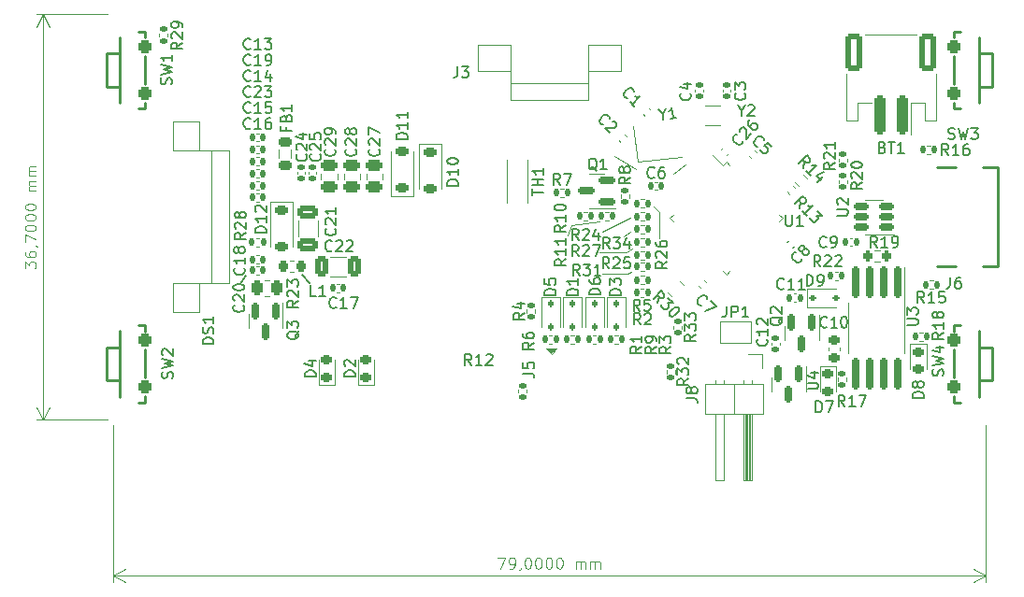
<source format=gbr>
%TF.GenerationSoftware,KiCad,Pcbnew,7.0.9*%
%TF.CreationDate,2023-12-05T10:32:21+01:00*%
%TF.ProjectId,USB E-Paper thing,55534220-452d-4506-9170-657220746869,rev?*%
%TF.SameCoordinates,Original*%
%TF.FileFunction,Legend,Top*%
%TF.FilePolarity,Positive*%
%FSLAX46Y46*%
G04 Gerber Fmt 4.6, Leading zero omitted, Abs format (unit mm)*
G04 Created by KiCad (PCBNEW 7.0.9) date 2023-12-05 10:32:21*
%MOMM*%
%LPD*%
G01*
G04 APERTURE LIST*
G04 Aperture macros list*
%AMRoundRect*
0 Rectangle with rounded corners*
0 $1 Rounding radius*
0 $2 $3 $4 $5 $6 $7 $8 $9 X,Y pos of 4 corners*
0 Add a 4 corners polygon primitive as box body*
4,1,4,$2,$3,$4,$5,$6,$7,$8,$9,$2,$3,0*
0 Add four circle primitives for the rounded corners*
1,1,$1+$1,$2,$3*
1,1,$1+$1,$4,$5*
1,1,$1+$1,$6,$7*
1,1,$1+$1,$8,$9*
0 Add four rect primitives between the rounded corners*
20,1,$1+$1,$2,$3,$4,$5,0*
20,1,$1+$1,$4,$5,$6,$7,0*
20,1,$1+$1,$6,$7,$8,$9,0*
20,1,$1+$1,$8,$9,$2,$3,0*%
%AMRotRect*
0 Rectangle, with rotation*
0 The origin of the aperture is its center*
0 $1 length*
0 $2 width*
0 $3 Rotation angle, in degrees counterclockwise*
0 Add horizontal line*
21,1,$1,$2,0,0,$3*%
G04 Aperture macros list end*
%ADD10C,0.100000*%
%ADD11C,0.150000*%
%ADD12C,0.120000*%
%ADD13C,0.250000*%
%ADD14RoundRect,0.250000X-0.475000X0.250000X-0.475000X-0.250000X0.475000X-0.250000X0.475000X0.250000X0*%
%ADD15RoundRect,0.135000X0.135000X0.185000X-0.135000X0.185000X-0.135000X-0.185000X0.135000X-0.185000X0*%
%ADD16RoundRect,0.135000X-0.135000X-0.185000X0.135000X-0.185000X0.135000X0.185000X-0.135000X0.185000X0*%
%ADD17C,0.950000*%
%ADD18C,1.600000*%
%ADD19RoundRect,0.300000X-0.300000X-0.300000X0.300000X-0.300000X0.300000X0.300000X-0.300000X0.300000X0*%
%ADD20RoundRect,0.300000X0.300000X0.300000X-0.300000X0.300000X-0.300000X-0.300000X0.300000X-0.300000X0*%
%ADD21RoundRect,0.140000X-0.219203X-0.021213X-0.021213X-0.219203X0.219203X0.021213X0.021213X0.219203X0*%
%ADD22RoundRect,0.140000X-0.140000X-0.170000X0.140000X-0.170000X0.140000X0.170000X-0.140000X0.170000X0*%
%ADD23RoundRect,0.140000X0.140000X0.170000X-0.140000X0.170000X-0.140000X-0.170000X0.140000X-0.170000X0*%
%ADD24C,1.400000*%
%ADD25O,1.400000X1.400000*%
%ADD26RoundRect,0.225000X0.375000X-0.225000X0.375000X0.225000X-0.375000X0.225000X-0.375000X-0.225000X0*%
%ADD27RoundRect,0.140000X0.219203X0.021213X0.021213X0.219203X-0.219203X-0.021213X-0.021213X-0.219203X0*%
%ADD28RoundRect,0.075000X-0.521491X0.415425X0.415425X-0.521491X0.521491X-0.415425X-0.415425X0.521491X0*%
%ADD29RoundRect,0.075000X-0.521491X-0.415425X-0.415425X-0.521491X0.521491X0.415425X0.415425X0.521491X0*%
%ADD30RoundRect,0.140000X-0.170000X0.140000X-0.170000X-0.140000X0.170000X-0.140000X0.170000X0.140000X0*%
%ADD31C,2.000000*%
%ADD32R,1.000000X1.800000*%
%ADD33RoundRect,0.175000X-0.175000X1.250000X-0.175000X-1.250000X0.175000X-1.250000X0.175000X1.250000X0*%
%ADD34R,4.450000X4.570000*%
%ADD35RoundRect,0.200000X-0.335876X-0.053033X-0.053033X-0.335876X0.335876X0.053033X0.053033X0.335876X0*%
%ADD36RoundRect,0.218750X-0.256250X0.218750X-0.256250X-0.218750X0.256250X-0.218750X0.256250X0.218750X0*%
%ADD37RoundRect,0.150000X0.587500X0.150000X-0.587500X0.150000X-0.587500X-0.150000X0.587500X-0.150000X0*%
%ADD38RoundRect,0.135000X0.226274X0.035355X0.035355X0.226274X-0.226274X-0.035355X-0.035355X-0.226274X0*%
%ADD39RoundRect,0.150000X-0.150000X0.587500X-0.150000X-0.587500X0.150000X-0.587500X0.150000X0.587500X0*%
%ADD40RoundRect,0.112500X-0.112500X0.187500X-0.112500X-0.187500X0.112500X-0.187500X0.112500X0.187500X0*%
%ADD41RoundRect,0.140000X0.170000X-0.140000X0.170000X0.140000X-0.170000X0.140000X-0.170000X-0.140000X0*%
%ADD42RoundRect,0.250000X0.262500X0.450000X-0.262500X0.450000X-0.262500X-0.450000X0.262500X-0.450000X0*%
%ADD43RoundRect,0.135000X-0.185000X0.135000X-0.185000X-0.135000X0.185000X-0.135000X0.185000X0.135000X0*%
%ADD44RoundRect,0.135000X0.185000X-0.135000X0.185000X0.135000X-0.185000X0.135000X-0.185000X-0.135000X0*%
%ADD45R,1.800000X2.000000*%
%ADD46R,0.300000X1.200000*%
%ADD47R,1.000000X1.500000*%
%ADD48RoundRect,0.140000X0.021213X-0.219203X0.219203X-0.021213X-0.021213X0.219203X-0.219203X0.021213X0*%
%ADD49RoundRect,0.250000X0.650000X-0.325000X0.650000X0.325000X-0.650000X0.325000X-0.650000X-0.325000X0*%
%ADD50RoundRect,0.225000X0.250000X-0.225000X0.250000X0.225000X-0.250000X0.225000X-0.250000X-0.225000X0*%
%ADD51C,0.650000*%
%ADD52R,1.240000X0.600000*%
%ADD53R,1.240000X0.300000*%
%ADD54O,2.300000X1.200000*%
%ADD55O,2.000000X1.200000*%
%ADD56R,1.700000X1.700000*%
%ADD57O,1.700000X1.700000*%
%ADD58RoundRect,0.250000X-0.503814X-0.132583X-0.132583X-0.503814X0.503814X0.132583X0.132583X0.503814X0*%
%ADD59RoundRect,0.218750X-0.218750X-0.256250X0.218750X-0.256250X0.218750X0.256250X-0.218750X0.256250X0*%
%ADD60RoundRect,0.200000X0.200000X0.275000X-0.200000X0.275000X-0.200000X-0.275000X0.200000X-0.275000X0*%
%ADD61RoundRect,0.225000X-0.375000X0.225000X-0.375000X-0.225000X0.375000X-0.225000X0.375000X0.225000X0*%
%ADD62RoundRect,0.150000X0.512500X0.150000X-0.512500X0.150000X-0.512500X-0.150000X0.512500X-0.150000X0*%
%ADD63RoundRect,0.218750X0.256250X-0.218750X0.256250X0.218750X-0.256250X0.218750X-0.256250X-0.218750X0*%
%ADD64RoundRect,0.140000X-0.021213X0.219203X-0.219203X0.021213X0.021213X-0.219203X0.219203X-0.021213X0*%
%ADD65R,2.000000X1.800000*%
%ADD66R,1.200000X0.300000*%
%ADD67RoundRect,0.218750X0.381250X-0.218750X0.381250X0.218750X-0.381250X0.218750X-0.381250X-0.218750X0*%
%ADD68RoundRect,0.250001X0.499999X1.449999X-0.499999X1.449999X-0.499999X-1.449999X0.499999X-1.449999X0*%
%ADD69RoundRect,0.250000X0.250000X1.500000X-0.250000X1.500000X-0.250000X-1.500000X0.250000X-1.500000X0*%
%ADD70RoundRect,0.250000X-0.325000X-0.650000X0.325000X-0.650000X0.325000X0.650000X-0.325000X0.650000X0*%
%ADD71RoundRect,0.112500X-0.187500X-0.112500X0.187500X-0.112500X0.187500X0.112500X-0.187500X0.112500X0*%
%ADD72RotRect,1.400000X1.200000X7.000000*%
G04 APERTURE END LIST*
D10*
X44060000Y17910000D02*
X41480000Y17560000D01*
X46550000Y13180000D02*
X46870000Y13390000D01*
X44250000Y16970000D02*
X46840000Y18260000D01*
D11*
X17100000Y13100000D02*
X17750000Y12350000D01*
D10*
X44280000Y13180000D02*
X46550000Y13180000D01*
X46190000Y16580000D02*
X46830000Y16990000D01*
X44030000Y15150000D02*
X46480000Y15150000D01*
X46480000Y15150000D02*
X46980000Y15510000D01*
X49470000Y18750000D02*
X48940000Y19310000D01*
D11*
X11620000Y12460000D02*
X12035000Y13070000D01*
D10*
X41480000Y17560000D02*
X41110000Y16640000D01*
X45390000Y23875000D02*
X47350000Y22645000D01*
X49470000Y16380000D02*
X49470000Y18750000D01*
X50720000Y22220000D02*
X51850000Y23070000D01*
X-7986580Y13683335D02*
X-7986580Y14302382D01*
X-7986580Y14302382D02*
X-7605628Y13969049D01*
X-7605628Y13969049D02*
X-7605628Y14111906D01*
X-7605628Y14111906D02*
X-7558009Y14207144D01*
X-7558009Y14207144D02*
X-7510390Y14254763D01*
X-7510390Y14254763D02*
X-7415152Y14302382D01*
X-7415152Y14302382D02*
X-7177057Y14302382D01*
X-7177057Y14302382D02*
X-7081819Y14254763D01*
X-7081819Y14254763D02*
X-7034199Y14207144D01*
X-7034199Y14207144D02*
X-6986580Y14111906D01*
X-6986580Y14111906D02*
X-6986580Y13826192D01*
X-6986580Y13826192D02*
X-7034199Y13730954D01*
X-7034199Y13730954D02*
X-7081819Y13683335D01*
X-7986580Y15159525D02*
X-7986580Y14969049D01*
X-7986580Y14969049D02*
X-7938961Y14873811D01*
X-7938961Y14873811D02*
X-7891342Y14826192D01*
X-7891342Y14826192D02*
X-7748485Y14730954D01*
X-7748485Y14730954D02*
X-7558009Y14683335D01*
X-7558009Y14683335D02*
X-7177057Y14683335D01*
X-7177057Y14683335D02*
X-7081819Y14730954D01*
X-7081819Y14730954D02*
X-7034199Y14778573D01*
X-7034199Y14778573D02*
X-6986580Y14873811D01*
X-6986580Y14873811D02*
X-6986580Y15064287D01*
X-6986580Y15064287D02*
X-7034199Y15159525D01*
X-7034199Y15159525D02*
X-7081819Y15207144D01*
X-7081819Y15207144D02*
X-7177057Y15254763D01*
X-7177057Y15254763D02*
X-7415152Y15254763D01*
X-7415152Y15254763D02*
X-7510390Y15207144D01*
X-7510390Y15207144D02*
X-7558009Y15159525D01*
X-7558009Y15159525D02*
X-7605628Y15064287D01*
X-7605628Y15064287D02*
X-7605628Y14873811D01*
X-7605628Y14873811D02*
X-7558009Y14778573D01*
X-7558009Y14778573D02*
X-7510390Y14730954D01*
X-7510390Y14730954D02*
X-7415152Y14683335D01*
X-7034199Y15730954D02*
X-6986580Y15730954D01*
X-6986580Y15730954D02*
X-6891342Y15683335D01*
X-6891342Y15683335D02*
X-6843723Y15635716D01*
X-7986580Y16064287D02*
X-7986580Y16730953D01*
X-7986580Y16730953D02*
X-6986580Y16302382D01*
X-7986580Y17302382D02*
X-7986580Y17397620D01*
X-7986580Y17397620D02*
X-7938961Y17492858D01*
X-7938961Y17492858D02*
X-7891342Y17540477D01*
X-7891342Y17540477D02*
X-7796104Y17588096D01*
X-7796104Y17588096D02*
X-7605628Y17635715D01*
X-7605628Y17635715D02*
X-7367533Y17635715D01*
X-7367533Y17635715D02*
X-7177057Y17588096D01*
X-7177057Y17588096D02*
X-7081819Y17540477D01*
X-7081819Y17540477D02*
X-7034199Y17492858D01*
X-7034199Y17492858D02*
X-6986580Y17397620D01*
X-6986580Y17397620D02*
X-6986580Y17302382D01*
X-6986580Y17302382D02*
X-7034199Y17207144D01*
X-7034199Y17207144D02*
X-7081819Y17159525D01*
X-7081819Y17159525D02*
X-7177057Y17111906D01*
X-7177057Y17111906D02*
X-7367533Y17064287D01*
X-7367533Y17064287D02*
X-7605628Y17064287D01*
X-7605628Y17064287D02*
X-7796104Y17111906D01*
X-7796104Y17111906D02*
X-7891342Y17159525D01*
X-7891342Y17159525D02*
X-7938961Y17207144D01*
X-7938961Y17207144D02*
X-7986580Y17302382D01*
X-7986580Y18254763D02*
X-7986580Y18350001D01*
X-7986580Y18350001D02*
X-7938961Y18445239D01*
X-7938961Y18445239D02*
X-7891342Y18492858D01*
X-7891342Y18492858D02*
X-7796104Y18540477D01*
X-7796104Y18540477D02*
X-7605628Y18588096D01*
X-7605628Y18588096D02*
X-7367533Y18588096D01*
X-7367533Y18588096D02*
X-7177057Y18540477D01*
X-7177057Y18540477D02*
X-7081819Y18492858D01*
X-7081819Y18492858D02*
X-7034199Y18445239D01*
X-7034199Y18445239D02*
X-6986580Y18350001D01*
X-6986580Y18350001D02*
X-6986580Y18254763D01*
X-6986580Y18254763D02*
X-7034199Y18159525D01*
X-7034199Y18159525D02*
X-7081819Y18111906D01*
X-7081819Y18111906D02*
X-7177057Y18064287D01*
X-7177057Y18064287D02*
X-7367533Y18016668D01*
X-7367533Y18016668D02*
X-7605628Y18016668D01*
X-7605628Y18016668D02*
X-7796104Y18064287D01*
X-7796104Y18064287D02*
X-7891342Y18111906D01*
X-7891342Y18111906D02*
X-7938961Y18159525D01*
X-7938961Y18159525D02*
X-7986580Y18254763D01*
X-7986580Y19207144D02*
X-7986580Y19302382D01*
X-7986580Y19302382D02*
X-7938961Y19397620D01*
X-7938961Y19397620D02*
X-7891342Y19445239D01*
X-7891342Y19445239D02*
X-7796104Y19492858D01*
X-7796104Y19492858D02*
X-7605628Y19540477D01*
X-7605628Y19540477D02*
X-7367533Y19540477D01*
X-7367533Y19540477D02*
X-7177057Y19492858D01*
X-7177057Y19492858D02*
X-7081819Y19445239D01*
X-7081819Y19445239D02*
X-7034199Y19397620D01*
X-7034199Y19397620D02*
X-6986580Y19302382D01*
X-6986580Y19302382D02*
X-6986580Y19207144D01*
X-6986580Y19207144D02*
X-7034199Y19111906D01*
X-7034199Y19111906D02*
X-7081819Y19064287D01*
X-7081819Y19064287D02*
X-7177057Y19016668D01*
X-7177057Y19016668D02*
X-7367533Y18969049D01*
X-7367533Y18969049D02*
X-7605628Y18969049D01*
X-7605628Y18969049D02*
X-7796104Y19016668D01*
X-7796104Y19016668D02*
X-7891342Y19064287D01*
X-7891342Y19064287D02*
X-7938961Y19111906D01*
X-7938961Y19111906D02*
X-7986580Y19207144D01*
X-6986580Y20730954D02*
X-7653247Y20730954D01*
X-7558009Y20730954D02*
X-7605628Y20778573D01*
X-7605628Y20778573D02*
X-7653247Y20873811D01*
X-7653247Y20873811D02*
X-7653247Y21016668D01*
X-7653247Y21016668D02*
X-7605628Y21111906D01*
X-7605628Y21111906D02*
X-7510390Y21159525D01*
X-7510390Y21159525D02*
X-6986580Y21159525D01*
X-7510390Y21159525D02*
X-7605628Y21207144D01*
X-7605628Y21207144D02*
X-7653247Y21302382D01*
X-7653247Y21302382D02*
X-7653247Y21445239D01*
X-7653247Y21445239D02*
X-7605628Y21540478D01*
X-7605628Y21540478D02*
X-7510390Y21588097D01*
X-7510390Y21588097D02*
X-6986580Y21588097D01*
X-6986580Y22064287D02*
X-7653247Y22064287D01*
X-7558009Y22064287D02*
X-7605628Y22111906D01*
X-7605628Y22111906D02*
X-7653247Y22207144D01*
X-7653247Y22207144D02*
X-7653247Y22350001D01*
X-7653247Y22350001D02*
X-7605628Y22445239D01*
X-7605628Y22445239D02*
X-7510390Y22492858D01*
X-7510390Y22492858D02*
X-6986580Y22492858D01*
X-7510390Y22492858D02*
X-7605628Y22540477D01*
X-7605628Y22540477D02*
X-7653247Y22635715D01*
X-7653247Y22635715D02*
X-7653247Y22778572D01*
X-7653247Y22778572D02*
X-7605628Y22873811D01*
X-7605628Y22873811D02*
X-7510390Y22921430D01*
X-7510390Y22921430D02*
X-6986580Y22921430D01*
X-500000Y36700000D02*
X-6930419Y36700000D01*
X-500000Y0D02*
X-6930419Y0D01*
X-6343999Y36700000D02*
X-6343999Y0D01*
X-6343999Y36700000D02*
X-6343999Y0D01*
X-6343999Y36700000D02*
X-5757578Y35573496D01*
X-6343999Y36700000D02*
X-6930420Y35573496D01*
X-6343999Y0D02*
X-6930420Y1126504D01*
X-6343999Y0D02*
X-5757578Y1126504D01*
X34833334Y-12527418D02*
X35500000Y-12527418D01*
X35500000Y-12527418D02*
X35071429Y-13527418D01*
X35928572Y-13527418D02*
X36119048Y-13527418D01*
X36119048Y-13527418D02*
X36214286Y-13479799D01*
X36214286Y-13479799D02*
X36261905Y-13432179D01*
X36261905Y-13432179D02*
X36357143Y-13289322D01*
X36357143Y-13289322D02*
X36404762Y-13098846D01*
X36404762Y-13098846D02*
X36404762Y-12717894D01*
X36404762Y-12717894D02*
X36357143Y-12622656D01*
X36357143Y-12622656D02*
X36309524Y-12575037D01*
X36309524Y-12575037D02*
X36214286Y-12527418D01*
X36214286Y-12527418D02*
X36023810Y-12527418D01*
X36023810Y-12527418D02*
X35928572Y-12575037D01*
X35928572Y-12575037D02*
X35880953Y-12622656D01*
X35880953Y-12622656D02*
X35833334Y-12717894D01*
X35833334Y-12717894D02*
X35833334Y-12955989D01*
X35833334Y-12955989D02*
X35880953Y-13051227D01*
X35880953Y-13051227D02*
X35928572Y-13098846D01*
X35928572Y-13098846D02*
X36023810Y-13146465D01*
X36023810Y-13146465D02*
X36214286Y-13146465D01*
X36214286Y-13146465D02*
X36309524Y-13098846D01*
X36309524Y-13098846D02*
X36357143Y-13051227D01*
X36357143Y-13051227D02*
X36404762Y-12955989D01*
X36880953Y-13479799D02*
X36880953Y-13527418D01*
X36880953Y-13527418D02*
X36833334Y-13622656D01*
X36833334Y-13622656D02*
X36785715Y-13670275D01*
X37500000Y-12527418D02*
X37595238Y-12527418D01*
X37595238Y-12527418D02*
X37690476Y-12575037D01*
X37690476Y-12575037D02*
X37738095Y-12622656D01*
X37738095Y-12622656D02*
X37785714Y-12717894D01*
X37785714Y-12717894D02*
X37833333Y-12908370D01*
X37833333Y-12908370D02*
X37833333Y-13146465D01*
X37833333Y-13146465D02*
X37785714Y-13336941D01*
X37785714Y-13336941D02*
X37738095Y-13432179D01*
X37738095Y-13432179D02*
X37690476Y-13479799D01*
X37690476Y-13479799D02*
X37595238Y-13527418D01*
X37595238Y-13527418D02*
X37500000Y-13527418D01*
X37500000Y-13527418D02*
X37404762Y-13479799D01*
X37404762Y-13479799D02*
X37357143Y-13432179D01*
X37357143Y-13432179D02*
X37309524Y-13336941D01*
X37309524Y-13336941D02*
X37261905Y-13146465D01*
X37261905Y-13146465D02*
X37261905Y-12908370D01*
X37261905Y-12908370D02*
X37309524Y-12717894D01*
X37309524Y-12717894D02*
X37357143Y-12622656D01*
X37357143Y-12622656D02*
X37404762Y-12575037D01*
X37404762Y-12575037D02*
X37500000Y-12527418D01*
X38452381Y-12527418D02*
X38547619Y-12527418D01*
X38547619Y-12527418D02*
X38642857Y-12575037D01*
X38642857Y-12575037D02*
X38690476Y-12622656D01*
X38690476Y-12622656D02*
X38738095Y-12717894D01*
X38738095Y-12717894D02*
X38785714Y-12908370D01*
X38785714Y-12908370D02*
X38785714Y-13146465D01*
X38785714Y-13146465D02*
X38738095Y-13336941D01*
X38738095Y-13336941D02*
X38690476Y-13432179D01*
X38690476Y-13432179D02*
X38642857Y-13479799D01*
X38642857Y-13479799D02*
X38547619Y-13527418D01*
X38547619Y-13527418D02*
X38452381Y-13527418D01*
X38452381Y-13527418D02*
X38357143Y-13479799D01*
X38357143Y-13479799D02*
X38309524Y-13432179D01*
X38309524Y-13432179D02*
X38261905Y-13336941D01*
X38261905Y-13336941D02*
X38214286Y-13146465D01*
X38214286Y-13146465D02*
X38214286Y-12908370D01*
X38214286Y-12908370D02*
X38261905Y-12717894D01*
X38261905Y-12717894D02*
X38309524Y-12622656D01*
X38309524Y-12622656D02*
X38357143Y-12575037D01*
X38357143Y-12575037D02*
X38452381Y-12527418D01*
X39404762Y-12527418D02*
X39500000Y-12527418D01*
X39500000Y-12527418D02*
X39595238Y-12575037D01*
X39595238Y-12575037D02*
X39642857Y-12622656D01*
X39642857Y-12622656D02*
X39690476Y-12717894D01*
X39690476Y-12717894D02*
X39738095Y-12908370D01*
X39738095Y-12908370D02*
X39738095Y-13146465D01*
X39738095Y-13146465D02*
X39690476Y-13336941D01*
X39690476Y-13336941D02*
X39642857Y-13432179D01*
X39642857Y-13432179D02*
X39595238Y-13479799D01*
X39595238Y-13479799D02*
X39500000Y-13527418D01*
X39500000Y-13527418D02*
X39404762Y-13527418D01*
X39404762Y-13527418D02*
X39309524Y-13479799D01*
X39309524Y-13479799D02*
X39261905Y-13432179D01*
X39261905Y-13432179D02*
X39214286Y-13336941D01*
X39214286Y-13336941D02*
X39166667Y-13146465D01*
X39166667Y-13146465D02*
X39166667Y-12908370D01*
X39166667Y-12908370D02*
X39214286Y-12717894D01*
X39214286Y-12717894D02*
X39261905Y-12622656D01*
X39261905Y-12622656D02*
X39309524Y-12575037D01*
X39309524Y-12575037D02*
X39404762Y-12527418D01*
X40357143Y-12527418D02*
X40452381Y-12527418D01*
X40452381Y-12527418D02*
X40547619Y-12575037D01*
X40547619Y-12575037D02*
X40595238Y-12622656D01*
X40595238Y-12622656D02*
X40642857Y-12717894D01*
X40642857Y-12717894D02*
X40690476Y-12908370D01*
X40690476Y-12908370D02*
X40690476Y-13146465D01*
X40690476Y-13146465D02*
X40642857Y-13336941D01*
X40642857Y-13336941D02*
X40595238Y-13432179D01*
X40595238Y-13432179D02*
X40547619Y-13479799D01*
X40547619Y-13479799D02*
X40452381Y-13527418D01*
X40452381Y-13527418D02*
X40357143Y-13527418D01*
X40357143Y-13527418D02*
X40261905Y-13479799D01*
X40261905Y-13479799D02*
X40214286Y-13432179D01*
X40214286Y-13432179D02*
X40166667Y-13336941D01*
X40166667Y-13336941D02*
X40119048Y-13146465D01*
X40119048Y-13146465D02*
X40119048Y-12908370D01*
X40119048Y-12908370D02*
X40166667Y-12717894D01*
X40166667Y-12717894D02*
X40214286Y-12622656D01*
X40214286Y-12622656D02*
X40261905Y-12575037D01*
X40261905Y-12575037D02*
X40357143Y-12527418D01*
X41880953Y-13527418D02*
X41880953Y-12860751D01*
X41880953Y-12955989D02*
X41928572Y-12908370D01*
X41928572Y-12908370D02*
X42023810Y-12860751D01*
X42023810Y-12860751D02*
X42166667Y-12860751D01*
X42166667Y-12860751D02*
X42261905Y-12908370D01*
X42261905Y-12908370D02*
X42309524Y-13003608D01*
X42309524Y-13003608D02*
X42309524Y-13527418D01*
X42309524Y-13003608D02*
X42357143Y-12908370D01*
X42357143Y-12908370D02*
X42452381Y-12860751D01*
X42452381Y-12860751D02*
X42595238Y-12860751D01*
X42595238Y-12860751D02*
X42690477Y-12908370D01*
X42690477Y-12908370D02*
X42738096Y-13003608D01*
X42738096Y-13003608D02*
X42738096Y-13527418D01*
X43214286Y-13527418D02*
X43214286Y-12860751D01*
X43214286Y-12955989D02*
X43261905Y-12908370D01*
X43261905Y-12908370D02*
X43357143Y-12860751D01*
X43357143Y-12860751D02*
X43500000Y-12860751D01*
X43500000Y-12860751D02*
X43595238Y-12908370D01*
X43595238Y-12908370D02*
X43642857Y-13003608D01*
X43642857Y-13003608D02*
X43642857Y-13527418D01*
X43642857Y-13003608D02*
X43690476Y-12908370D01*
X43690476Y-12908370D02*
X43785714Y-12860751D01*
X43785714Y-12860751D02*
X43928571Y-12860751D01*
X43928571Y-12860751D02*
X44023810Y-12908370D01*
X44023810Y-12908370D02*
X44071429Y-13003608D01*
X44071429Y-13003608D02*
X44071429Y-13527418D01*
X0Y-500000D02*
X0Y-14756419D01*
X79000000Y-500000D02*
X79000000Y-14756419D01*
X0Y-14169999D02*
X79000000Y-14169999D01*
X0Y-14169999D02*
X79000000Y-14169999D01*
X0Y-14169999D02*
X1126504Y-13583578D01*
X0Y-14169999D02*
X1126504Y-14756420D01*
X79000000Y-14169999D02*
X77873496Y-14756420D01*
X79000000Y-14169999D02*
X77873496Y-13583578D01*
D11*
X20059580Y24487143D02*
X20107200Y24439524D01*
X20107200Y24439524D02*
X20154819Y24296667D01*
X20154819Y24296667D02*
X20154819Y24201429D01*
X20154819Y24201429D02*
X20107200Y24058572D01*
X20107200Y24058572D02*
X20011961Y23963334D01*
X20011961Y23963334D02*
X19916723Y23915715D01*
X19916723Y23915715D02*
X19726247Y23868096D01*
X19726247Y23868096D02*
X19583390Y23868096D01*
X19583390Y23868096D02*
X19392914Y23915715D01*
X19392914Y23915715D02*
X19297676Y23963334D01*
X19297676Y23963334D02*
X19202438Y24058572D01*
X19202438Y24058572D02*
X19154819Y24201429D01*
X19154819Y24201429D02*
X19154819Y24296667D01*
X19154819Y24296667D02*
X19202438Y24439524D01*
X19202438Y24439524D02*
X19250057Y24487143D01*
X19250057Y24868096D02*
X19202438Y24915715D01*
X19202438Y24915715D02*
X19154819Y25010953D01*
X19154819Y25010953D02*
X19154819Y25249048D01*
X19154819Y25249048D02*
X19202438Y25344286D01*
X19202438Y25344286D02*
X19250057Y25391905D01*
X19250057Y25391905D02*
X19345295Y25439524D01*
X19345295Y25439524D02*
X19440533Y25439524D01*
X19440533Y25439524D02*
X19583390Y25391905D01*
X19583390Y25391905D02*
X20154819Y24820477D01*
X20154819Y24820477D02*
X20154819Y25439524D01*
X20154819Y25915715D02*
X20154819Y26106191D01*
X20154819Y26106191D02*
X20107200Y26201429D01*
X20107200Y26201429D02*
X20059580Y26249048D01*
X20059580Y26249048D02*
X19916723Y26344286D01*
X19916723Y26344286D02*
X19726247Y26391905D01*
X19726247Y26391905D02*
X19345295Y26391905D01*
X19345295Y26391905D02*
X19250057Y26344286D01*
X19250057Y26344286D02*
X19202438Y26296667D01*
X19202438Y26296667D02*
X19154819Y26201429D01*
X19154819Y26201429D02*
X19154819Y26010953D01*
X19154819Y26010953D02*
X19202438Y25915715D01*
X19202438Y25915715D02*
X19250057Y25868096D01*
X19250057Y25868096D02*
X19345295Y25820477D01*
X19345295Y25820477D02*
X19583390Y25820477D01*
X19583390Y25820477D02*
X19678628Y25868096D01*
X19678628Y25868096D02*
X19726247Y25915715D01*
X19726247Y25915715D02*
X19773866Y26010953D01*
X19773866Y26010953D02*
X19773866Y26201429D01*
X19773866Y26201429D02*
X19726247Y26296667D01*
X19726247Y26296667D02*
X19678628Y26344286D01*
X19678628Y26344286D02*
X19583390Y26391905D01*
X21929580Y24487143D02*
X21977200Y24439524D01*
X21977200Y24439524D02*
X22024819Y24296667D01*
X22024819Y24296667D02*
X22024819Y24201429D01*
X22024819Y24201429D02*
X21977200Y24058572D01*
X21977200Y24058572D02*
X21881961Y23963334D01*
X21881961Y23963334D02*
X21786723Y23915715D01*
X21786723Y23915715D02*
X21596247Y23868096D01*
X21596247Y23868096D02*
X21453390Y23868096D01*
X21453390Y23868096D02*
X21262914Y23915715D01*
X21262914Y23915715D02*
X21167676Y23963334D01*
X21167676Y23963334D02*
X21072438Y24058572D01*
X21072438Y24058572D02*
X21024819Y24201429D01*
X21024819Y24201429D02*
X21024819Y24296667D01*
X21024819Y24296667D02*
X21072438Y24439524D01*
X21072438Y24439524D02*
X21120057Y24487143D01*
X21120057Y24868096D02*
X21072438Y24915715D01*
X21072438Y24915715D02*
X21024819Y25010953D01*
X21024819Y25010953D02*
X21024819Y25249048D01*
X21024819Y25249048D02*
X21072438Y25344286D01*
X21072438Y25344286D02*
X21120057Y25391905D01*
X21120057Y25391905D02*
X21215295Y25439524D01*
X21215295Y25439524D02*
X21310533Y25439524D01*
X21310533Y25439524D02*
X21453390Y25391905D01*
X21453390Y25391905D02*
X22024819Y24820477D01*
X22024819Y24820477D02*
X22024819Y25439524D01*
X21453390Y26010953D02*
X21405771Y25915715D01*
X21405771Y25915715D02*
X21358152Y25868096D01*
X21358152Y25868096D02*
X21262914Y25820477D01*
X21262914Y25820477D02*
X21215295Y25820477D01*
X21215295Y25820477D02*
X21120057Y25868096D01*
X21120057Y25868096D02*
X21072438Y25915715D01*
X21072438Y25915715D02*
X21024819Y26010953D01*
X21024819Y26010953D02*
X21024819Y26201429D01*
X21024819Y26201429D02*
X21072438Y26296667D01*
X21072438Y26296667D02*
X21120057Y26344286D01*
X21120057Y26344286D02*
X21215295Y26391905D01*
X21215295Y26391905D02*
X21262914Y26391905D01*
X21262914Y26391905D02*
X21358152Y26344286D01*
X21358152Y26344286D02*
X21405771Y26296667D01*
X21405771Y26296667D02*
X21453390Y26201429D01*
X21453390Y26201429D02*
X21453390Y26010953D01*
X21453390Y26010953D02*
X21501009Y25915715D01*
X21501009Y25915715D02*
X21548628Y25868096D01*
X21548628Y25868096D02*
X21643866Y25820477D01*
X21643866Y25820477D02*
X21834342Y25820477D01*
X21834342Y25820477D02*
X21929580Y25868096D01*
X21929580Y25868096D02*
X21977200Y25915715D01*
X21977200Y25915715D02*
X22024819Y26010953D01*
X22024819Y26010953D02*
X22024819Y26201429D01*
X22024819Y26201429D02*
X21977200Y26296667D01*
X21977200Y26296667D02*
X21929580Y26344286D01*
X21929580Y26344286D02*
X21834342Y26391905D01*
X21834342Y26391905D02*
X21643866Y26391905D01*
X21643866Y26391905D02*
X21548628Y26344286D01*
X21548628Y26344286D02*
X21501009Y26296667D01*
X21501009Y26296667D02*
X21453390Y26201429D01*
X24049580Y24497143D02*
X24097200Y24449524D01*
X24097200Y24449524D02*
X24144819Y24306667D01*
X24144819Y24306667D02*
X24144819Y24211429D01*
X24144819Y24211429D02*
X24097200Y24068572D01*
X24097200Y24068572D02*
X24001961Y23973334D01*
X24001961Y23973334D02*
X23906723Y23925715D01*
X23906723Y23925715D02*
X23716247Y23878096D01*
X23716247Y23878096D02*
X23573390Y23878096D01*
X23573390Y23878096D02*
X23382914Y23925715D01*
X23382914Y23925715D02*
X23287676Y23973334D01*
X23287676Y23973334D02*
X23192438Y24068572D01*
X23192438Y24068572D02*
X23144819Y24211429D01*
X23144819Y24211429D02*
X23144819Y24306667D01*
X23144819Y24306667D02*
X23192438Y24449524D01*
X23192438Y24449524D02*
X23240057Y24497143D01*
X23240057Y24878096D02*
X23192438Y24925715D01*
X23192438Y24925715D02*
X23144819Y25020953D01*
X23144819Y25020953D02*
X23144819Y25259048D01*
X23144819Y25259048D02*
X23192438Y25354286D01*
X23192438Y25354286D02*
X23240057Y25401905D01*
X23240057Y25401905D02*
X23335295Y25449524D01*
X23335295Y25449524D02*
X23430533Y25449524D01*
X23430533Y25449524D02*
X23573390Y25401905D01*
X23573390Y25401905D02*
X24144819Y24830477D01*
X24144819Y24830477D02*
X24144819Y25449524D01*
X23144819Y25782858D02*
X23144819Y26449524D01*
X23144819Y26449524D02*
X24144819Y26020953D01*
X42137142Y16255181D02*
X41803809Y16731372D01*
X41565714Y16255181D02*
X41565714Y17255181D01*
X41565714Y17255181D02*
X41946666Y17255181D01*
X41946666Y17255181D02*
X42041904Y17207562D01*
X42041904Y17207562D02*
X42089523Y17159943D01*
X42089523Y17159943D02*
X42137142Y17064705D01*
X42137142Y17064705D02*
X42137142Y16921848D01*
X42137142Y16921848D02*
X42089523Y16826610D01*
X42089523Y16826610D02*
X42041904Y16778991D01*
X42041904Y16778991D02*
X41946666Y16731372D01*
X41946666Y16731372D02*
X41565714Y16731372D01*
X42518095Y17159943D02*
X42565714Y17207562D01*
X42565714Y17207562D02*
X42660952Y17255181D01*
X42660952Y17255181D02*
X42899047Y17255181D01*
X42899047Y17255181D02*
X42994285Y17207562D01*
X42994285Y17207562D02*
X43041904Y17159943D01*
X43041904Y17159943D02*
X43089523Y17064705D01*
X43089523Y17064705D02*
X43089523Y16969467D01*
X43089523Y16969467D02*
X43041904Y16826610D01*
X43041904Y16826610D02*
X42470476Y16255181D01*
X42470476Y16255181D02*
X43089523Y16255181D01*
X43946666Y16921848D02*
X43946666Y16255181D01*
X43708571Y17302800D02*
X43470476Y16588515D01*
X43470476Y16588515D02*
X44089523Y16588515D01*
X50134819Y14287143D02*
X49658628Y13953810D01*
X50134819Y13715715D02*
X49134819Y13715715D01*
X49134819Y13715715D02*
X49134819Y14096667D01*
X49134819Y14096667D02*
X49182438Y14191905D01*
X49182438Y14191905D02*
X49230057Y14239524D01*
X49230057Y14239524D02*
X49325295Y14287143D01*
X49325295Y14287143D02*
X49468152Y14287143D01*
X49468152Y14287143D02*
X49563390Y14239524D01*
X49563390Y14239524D02*
X49611009Y14191905D01*
X49611009Y14191905D02*
X49658628Y14096667D01*
X49658628Y14096667D02*
X49658628Y13715715D01*
X49230057Y14668096D02*
X49182438Y14715715D01*
X49182438Y14715715D02*
X49134819Y14810953D01*
X49134819Y14810953D02*
X49134819Y15049048D01*
X49134819Y15049048D02*
X49182438Y15144286D01*
X49182438Y15144286D02*
X49230057Y15191905D01*
X49230057Y15191905D02*
X49325295Y15239524D01*
X49325295Y15239524D02*
X49420533Y15239524D01*
X49420533Y15239524D02*
X49563390Y15191905D01*
X49563390Y15191905D02*
X50134819Y14620477D01*
X50134819Y14620477D02*
X50134819Y15239524D01*
X49134819Y16096667D02*
X49134819Y15906191D01*
X49134819Y15906191D02*
X49182438Y15810953D01*
X49182438Y15810953D02*
X49230057Y15763334D01*
X49230057Y15763334D02*
X49372914Y15668096D01*
X49372914Y15668096D02*
X49563390Y15620477D01*
X49563390Y15620477D02*
X49944342Y15620477D01*
X49944342Y15620477D02*
X50039580Y15668096D01*
X50039580Y15668096D02*
X50087200Y15715715D01*
X50087200Y15715715D02*
X50134819Y15810953D01*
X50134819Y15810953D02*
X50134819Y16001429D01*
X50134819Y16001429D02*
X50087200Y16096667D01*
X50087200Y16096667D02*
X50039580Y16144286D01*
X50039580Y16144286D02*
X49944342Y16191905D01*
X49944342Y16191905D02*
X49706247Y16191905D01*
X49706247Y16191905D02*
X49611009Y16144286D01*
X49611009Y16144286D02*
X49563390Y16096667D01*
X49563390Y16096667D02*
X49515771Y16001429D01*
X49515771Y16001429D02*
X49515771Y15810953D01*
X49515771Y15810953D02*
X49563390Y15715715D01*
X49563390Y15715715D02*
X49611009Y15668096D01*
X49611009Y15668096D02*
X49706247Y15620477D01*
X40994819Y14527143D02*
X40518628Y14193810D01*
X40994819Y13955715D02*
X39994819Y13955715D01*
X39994819Y13955715D02*
X39994819Y14336667D01*
X39994819Y14336667D02*
X40042438Y14431905D01*
X40042438Y14431905D02*
X40090057Y14479524D01*
X40090057Y14479524D02*
X40185295Y14527143D01*
X40185295Y14527143D02*
X40328152Y14527143D01*
X40328152Y14527143D02*
X40423390Y14479524D01*
X40423390Y14479524D02*
X40471009Y14431905D01*
X40471009Y14431905D02*
X40518628Y14336667D01*
X40518628Y14336667D02*
X40518628Y13955715D01*
X40994819Y15479524D02*
X40994819Y14908096D01*
X40994819Y15193810D02*
X39994819Y15193810D01*
X39994819Y15193810D02*
X40137676Y15098572D01*
X40137676Y15098572D02*
X40232914Y15003334D01*
X40232914Y15003334D02*
X40280533Y14908096D01*
X40994819Y16431905D02*
X40994819Y15860477D01*
X40994819Y16146191D02*
X39994819Y16146191D01*
X39994819Y16146191D02*
X40137676Y16050953D01*
X40137676Y16050953D02*
X40232914Y15955715D01*
X40232914Y15955715D02*
X40280533Y15860477D01*
X75616667Y25442800D02*
X75759524Y25395181D01*
X75759524Y25395181D02*
X75997619Y25395181D01*
X75997619Y25395181D02*
X76092857Y25442800D01*
X76092857Y25442800D02*
X76140476Y25490420D01*
X76140476Y25490420D02*
X76188095Y25585658D01*
X76188095Y25585658D02*
X76188095Y25680896D01*
X76188095Y25680896D02*
X76140476Y25776134D01*
X76140476Y25776134D02*
X76092857Y25823753D01*
X76092857Y25823753D02*
X75997619Y25871372D01*
X75997619Y25871372D02*
X75807143Y25918991D01*
X75807143Y25918991D02*
X75711905Y25966610D01*
X75711905Y25966610D02*
X75664286Y26014229D01*
X75664286Y26014229D02*
X75616667Y26109467D01*
X75616667Y26109467D02*
X75616667Y26204705D01*
X75616667Y26204705D02*
X75664286Y26299943D01*
X75664286Y26299943D02*
X75711905Y26347562D01*
X75711905Y26347562D02*
X75807143Y26395181D01*
X75807143Y26395181D02*
X76045238Y26395181D01*
X76045238Y26395181D02*
X76188095Y26347562D01*
X76521429Y26395181D02*
X76759524Y25395181D01*
X76759524Y25395181D02*
X76950000Y26109467D01*
X76950000Y26109467D02*
X77140476Y25395181D01*
X77140476Y25395181D02*
X77378572Y26395181D01*
X77664286Y26395181D02*
X78283333Y26395181D01*
X78283333Y26395181D02*
X77950000Y26014229D01*
X77950000Y26014229D02*
X78092857Y26014229D01*
X78092857Y26014229D02*
X78188095Y25966610D01*
X78188095Y25966610D02*
X78235714Y25918991D01*
X78235714Y25918991D02*
X78283333Y25823753D01*
X78283333Y25823753D02*
X78283333Y25585658D01*
X78283333Y25585658D02*
X78235714Y25490420D01*
X78235714Y25490420D02*
X78188095Y25442800D01*
X78188095Y25442800D02*
X78092857Y25395181D01*
X78092857Y25395181D02*
X77807143Y25395181D01*
X77807143Y25395181D02*
X77711905Y25442800D01*
X77711905Y25442800D02*
X77664286Y25490420D01*
X50484819Y6583334D02*
X50008628Y6250001D01*
X50484819Y6011906D02*
X49484819Y6011906D01*
X49484819Y6011906D02*
X49484819Y6392858D01*
X49484819Y6392858D02*
X49532438Y6488096D01*
X49532438Y6488096D02*
X49580057Y6535715D01*
X49580057Y6535715D02*
X49675295Y6583334D01*
X49675295Y6583334D02*
X49818152Y6583334D01*
X49818152Y6583334D02*
X49913390Y6535715D01*
X49913390Y6535715D02*
X49961009Y6488096D01*
X49961009Y6488096D02*
X50008628Y6392858D01*
X50008628Y6392858D02*
X50008628Y6011906D01*
X49484819Y6916668D02*
X49484819Y7535715D01*
X49484819Y7535715D02*
X49865771Y7202382D01*
X49865771Y7202382D02*
X49865771Y7345239D01*
X49865771Y7345239D02*
X49913390Y7440477D01*
X49913390Y7440477D02*
X49961009Y7488096D01*
X49961009Y7488096D02*
X50056247Y7535715D01*
X50056247Y7535715D02*
X50294342Y7535715D01*
X50294342Y7535715D02*
X50389580Y7488096D01*
X50389580Y7488096D02*
X50437200Y7440477D01*
X50437200Y7440477D02*
X50484819Y7345239D01*
X50484819Y7345239D02*
X50484819Y7059525D01*
X50484819Y7059525D02*
X50437200Y6964287D01*
X50437200Y6964287D02*
X50389580Y6916668D01*
X73417142Y10575181D02*
X73083809Y11051372D01*
X72845714Y10575181D02*
X72845714Y11575181D01*
X72845714Y11575181D02*
X73226666Y11575181D01*
X73226666Y11575181D02*
X73321904Y11527562D01*
X73321904Y11527562D02*
X73369523Y11479943D01*
X73369523Y11479943D02*
X73417142Y11384705D01*
X73417142Y11384705D02*
X73417142Y11241848D01*
X73417142Y11241848D02*
X73369523Y11146610D01*
X73369523Y11146610D02*
X73321904Y11098991D01*
X73321904Y11098991D02*
X73226666Y11051372D01*
X73226666Y11051372D02*
X72845714Y11051372D01*
X74369523Y10575181D02*
X73798095Y10575181D01*
X74083809Y10575181D02*
X74083809Y11575181D01*
X74083809Y11575181D02*
X73988571Y11432324D01*
X73988571Y11432324D02*
X73893333Y11337086D01*
X73893333Y11337086D02*
X73798095Y11289467D01*
X75274285Y11575181D02*
X74798095Y11575181D01*
X74798095Y11575181D02*
X74750476Y11098991D01*
X74750476Y11098991D02*
X74798095Y11146610D01*
X74798095Y11146610D02*
X74893333Y11194229D01*
X74893333Y11194229D02*
X75131428Y11194229D01*
X75131428Y11194229D02*
X75226666Y11146610D01*
X75226666Y11146610D02*
X75274285Y11098991D01*
X75274285Y11098991D02*
X75321904Y11003753D01*
X75321904Y11003753D02*
X75321904Y10765658D01*
X75321904Y10765658D02*
X75274285Y10670420D01*
X75274285Y10670420D02*
X75226666Y10622800D01*
X75226666Y10622800D02*
X75131428Y10575181D01*
X75131428Y10575181D02*
X74893333Y10575181D01*
X74893333Y10575181D02*
X74798095Y10622800D01*
X74798095Y10622800D02*
X74750476Y10670420D01*
X58348131Y24743833D02*
X58280787Y24743833D01*
X58280787Y24743833D02*
X58146100Y24811177D01*
X58146100Y24811177D02*
X58078757Y24878520D01*
X58078757Y24878520D02*
X58011413Y25013207D01*
X58011413Y25013207D02*
X58011413Y25147894D01*
X58011413Y25147894D02*
X58045085Y25248909D01*
X58045085Y25248909D02*
X58146100Y25417268D01*
X58146100Y25417268D02*
X58247115Y25518283D01*
X58247115Y25518283D02*
X58415474Y25619299D01*
X58415474Y25619299D02*
X58516489Y25652970D01*
X58516489Y25652970D02*
X58651176Y25652970D01*
X58651176Y25652970D02*
X58785863Y25585627D01*
X58785863Y25585627D02*
X58853207Y25518283D01*
X58853207Y25518283D02*
X58920550Y25383596D01*
X58920550Y25383596D02*
X58920550Y25316253D01*
X59627657Y24743833D02*
X59290940Y25080551D01*
X59290940Y25080551D02*
X58920550Y24777505D01*
X58920550Y24777505D02*
X58987894Y24777505D01*
X58987894Y24777505D02*
X59088909Y24743833D01*
X59088909Y24743833D02*
X59257268Y24575474D01*
X59257268Y24575474D02*
X59290940Y24474459D01*
X59290940Y24474459D02*
X59290940Y24407116D01*
X59290940Y24407116D02*
X59257268Y24306100D01*
X59257268Y24306100D02*
X59088909Y24137742D01*
X59088909Y24137742D02*
X58987894Y24104070D01*
X58987894Y24104070D02*
X58920550Y24104070D01*
X58920550Y24104070D02*
X58819535Y24137742D01*
X58819535Y24137742D02*
X58651176Y24306100D01*
X58651176Y24306100D02*
X58617505Y24407116D01*
X58617505Y24407116D02*
X58617505Y24474459D01*
X12427142Y26410420D02*
X12379523Y26362800D01*
X12379523Y26362800D02*
X12236666Y26315181D01*
X12236666Y26315181D02*
X12141428Y26315181D01*
X12141428Y26315181D02*
X11998571Y26362800D01*
X11998571Y26362800D02*
X11903333Y26458039D01*
X11903333Y26458039D02*
X11855714Y26553277D01*
X11855714Y26553277D02*
X11808095Y26743753D01*
X11808095Y26743753D02*
X11808095Y26886610D01*
X11808095Y26886610D02*
X11855714Y27077086D01*
X11855714Y27077086D02*
X11903333Y27172324D01*
X11903333Y27172324D02*
X11998571Y27267562D01*
X11998571Y27267562D02*
X12141428Y27315181D01*
X12141428Y27315181D02*
X12236666Y27315181D01*
X12236666Y27315181D02*
X12379523Y27267562D01*
X12379523Y27267562D02*
X12427142Y27219943D01*
X13379523Y26315181D02*
X12808095Y26315181D01*
X13093809Y26315181D02*
X13093809Y27315181D01*
X13093809Y27315181D02*
X12998571Y27172324D01*
X12998571Y27172324D02*
X12903333Y27077086D01*
X12903333Y27077086D02*
X12808095Y27029467D01*
X14236666Y27315181D02*
X14046190Y27315181D01*
X14046190Y27315181D02*
X13950952Y27267562D01*
X13950952Y27267562D02*
X13903333Y27219943D01*
X13903333Y27219943D02*
X13808095Y27077086D01*
X13808095Y27077086D02*
X13760476Y26886610D01*
X13760476Y26886610D02*
X13760476Y26505658D01*
X13760476Y26505658D02*
X13808095Y26410420D01*
X13808095Y26410420D02*
X13855714Y26362800D01*
X13855714Y26362800D02*
X13950952Y26315181D01*
X13950952Y26315181D02*
X14141428Y26315181D01*
X14141428Y26315181D02*
X14236666Y26362800D01*
X14236666Y26362800D02*
X14284285Y26410420D01*
X14284285Y26410420D02*
X14331904Y26505658D01*
X14331904Y26505658D02*
X14331904Y26743753D01*
X14331904Y26743753D02*
X14284285Y26838991D01*
X14284285Y26838991D02*
X14236666Y26886610D01*
X14236666Y26886610D02*
X14141428Y26934229D01*
X14141428Y26934229D02*
X13950952Y26934229D01*
X13950952Y26934229D02*
X13855714Y26886610D01*
X13855714Y26886610D02*
X13808095Y26838991D01*
X13808095Y26838991D02*
X13760476Y26743753D01*
X48983333Y21960420D02*
X48935714Y21912800D01*
X48935714Y21912800D02*
X48792857Y21865181D01*
X48792857Y21865181D02*
X48697619Y21865181D01*
X48697619Y21865181D02*
X48554762Y21912800D01*
X48554762Y21912800D02*
X48459524Y22008039D01*
X48459524Y22008039D02*
X48411905Y22103277D01*
X48411905Y22103277D02*
X48364286Y22293753D01*
X48364286Y22293753D02*
X48364286Y22436610D01*
X48364286Y22436610D02*
X48411905Y22627086D01*
X48411905Y22627086D02*
X48459524Y22722324D01*
X48459524Y22722324D02*
X48554762Y22817562D01*
X48554762Y22817562D02*
X48697619Y22865181D01*
X48697619Y22865181D02*
X48792857Y22865181D01*
X48792857Y22865181D02*
X48935714Y22817562D01*
X48935714Y22817562D02*
X48983333Y22769943D01*
X49840476Y22865181D02*
X49650000Y22865181D01*
X49650000Y22865181D02*
X49554762Y22817562D01*
X49554762Y22817562D02*
X49507143Y22769943D01*
X49507143Y22769943D02*
X49411905Y22627086D01*
X49411905Y22627086D02*
X49364286Y22436610D01*
X49364286Y22436610D02*
X49364286Y22055658D01*
X49364286Y22055658D02*
X49411905Y21960420D01*
X49411905Y21960420D02*
X49459524Y21912800D01*
X49459524Y21912800D02*
X49554762Y21865181D01*
X49554762Y21865181D02*
X49745238Y21865181D01*
X49745238Y21865181D02*
X49840476Y21912800D01*
X49840476Y21912800D02*
X49888095Y21960420D01*
X49888095Y21960420D02*
X49935714Y22055658D01*
X49935714Y22055658D02*
X49935714Y22293753D01*
X49935714Y22293753D02*
X49888095Y22388991D01*
X49888095Y22388991D02*
X49840476Y22436610D01*
X49840476Y22436610D02*
X49745238Y22484229D01*
X49745238Y22484229D02*
X49554762Y22484229D01*
X49554762Y22484229D02*
X49459524Y22436610D01*
X49459524Y22436610D02*
X49411905Y22388991D01*
X49411905Y22388991D02*
X49364286Y22293753D01*
X37950819Y20304287D02*
X37950819Y20875715D01*
X38950819Y20590001D02*
X37950819Y20590001D01*
X38950819Y21209049D02*
X37950819Y21209049D01*
X38427009Y21209049D02*
X38427009Y21780477D01*
X38950819Y21780477D02*
X37950819Y21780477D01*
X38950819Y22780477D02*
X38950819Y22209049D01*
X38950819Y22494763D02*
X37950819Y22494763D01*
X37950819Y22494763D02*
X38093676Y22399525D01*
X38093676Y22399525D02*
X38188914Y22304287D01*
X38188914Y22304287D02*
X38236533Y22209049D01*
X26629819Y25405715D02*
X25629819Y25405715D01*
X25629819Y25405715D02*
X25629819Y25643810D01*
X25629819Y25643810D02*
X25677438Y25786667D01*
X25677438Y25786667D02*
X25772676Y25881905D01*
X25772676Y25881905D02*
X25867914Y25929524D01*
X25867914Y25929524D02*
X26058390Y25977143D01*
X26058390Y25977143D02*
X26201247Y25977143D01*
X26201247Y25977143D02*
X26391723Y25929524D01*
X26391723Y25929524D02*
X26486961Y25881905D01*
X26486961Y25881905D02*
X26582200Y25786667D01*
X26582200Y25786667D02*
X26629819Y25643810D01*
X26629819Y25643810D02*
X26629819Y25405715D01*
X26629819Y26929524D02*
X26629819Y26358096D01*
X26629819Y26643810D02*
X25629819Y26643810D01*
X25629819Y26643810D02*
X25772676Y26548572D01*
X25772676Y26548572D02*
X25867914Y26453334D01*
X25867914Y26453334D02*
X25915533Y26358096D01*
X26629819Y27881905D02*
X26629819Y27310477D01*
X26629819Y27596191D02*
X25629819Y27596191D01*
X25629819Y27596191D02*
X25772676Y27500953D01*
X25772676Y27500953D02*
X25867914Y27405715D01*
X25867914Y27405715D02*
X25915533Y27310477D01*
X44377298Y26704178D02*
X44309954Y26704178D01*
X44309954Y26704178D02*
X44175267Y26771522D01*
X44175267Y26771522D02*
X44107924Y26838865D01*
X44107924Y26838865D02*
X44040580Y26973552D01*
X44040580Y26973552D02*
X44040580Y27108239D01*
X44040580Y27108239D02*
X44074252Y27209254D01*
X44074252Y27209254D02*
X44175267Y27377613D01*
X44175267Y27377613D02*
X44276282Y27478628D01*
X44276282Y27478628D02*
X44444641Y27579644D01*
X44444641Y27579644D02*
X44545656Y27613315D01*
X44545656Y27613315D02*
X44680343Y27613315D01*
X44680343Y27613315D02*
X44815030Y27545972D01*
X44815030Y27545972D02*
X44882374Y27478628D01*
X44882374Y27478628D02*
X44949717Y27343941D01*
X44949717Y27343941D02*
X44949717Y27276598D01*
X45219091Y27007224D02*
X45286435Y27007224D01*
X45286435Y27007224D02*
X45387450Y26973552D01*
X45387450Y26973552D02*
X45555809Y26805193D01*
X45555809Y26805193D02*
X45589481Y26704178D01*
X45589481Y26704178D02*
X45589481Y26636835D01*
X45589481Y26636835D02*
X45555809Y26535819D01*
X45555809Y26535819D02*
X45488465Y26468476D01*
X45488465Y26468476D02*
X45353778Y26401132D01*
X45353778Y26401132D02*
X44545656Y26401132D01*
X44545656Y26401132D02*
X44983389Y25963400D01*
X60888095Y18525181D02*
X60888095Y17715658D01*
X60888095Y17715658D02*
X60935714Y17620420D01*
X60935714Y17620420D02*
X60983333Y17572800D01*
X60983333Y17572800D02*
X61078571Y17525181D01*
X61078571Y17525181D02*
X61269047Y17525181D01*
X61269047Y17525181D02*
X61364285Y17572800D01*
X61364285Y17572800D02*
X61411904Y17620420D01*
X61411904Y17620420D02*
X61459523Y17715658D01*
X61459523Y17715658D02*
X61459523Y18525181D01*
X62459523Y17525181D02*
X61888095Y17525181D01*
X62173809Y17525181D02*
X62173809Y18525181D01*
X62173809Y18525181D02*
X62078571Y18382324D01*
X62078571Y18382324D02*
X61983333Y18287086D01*
X61983333Y18287086D02*
X61888095Y18239467D01*
X18719580Y24047143D02*
X18767200Y23999524D01*
X18767200Y23999524D02*
X18814819Y23856667D01*
X18814819Y23856667D02*
X18814819Y23761429D01*
X18814819Y23761429D02*
X18767200Y23618572D01*
X18767200Y23618572D02*
X18671961Y23523334D01*
X18671961Y23523334D02*
X18576723Y23475715D01*
X18576723Y23475715D02*
X18386247Y23428096D01*
X18386247Y23428096D02*
X18243390Y23428096D01*
X18243390Y23428096D02*
X18052914Y23475715D01*
X18052914Y23475715D02*
X17957676Y23523334D01*
X17957676Y23523334D02*
X17862438Y23618572D01*
X17862438Y23618572D02*
X17814819Y23761429D01*
X17814819Y23761429D02*
X17814819Y23856667D01*
X17814819Y23856667D02*
X17862438Y23999524D01*
X17862438Y23999524D02*
X17910057Y24047143D01*
X17910057Y24428096D02*
X17862438Y24475715D01*
X17862438Y24475715D02*
X17814819Y24570953D01*
X17814819Y24570953D02*
X17814819Y24809048D01*
X17814819Y24809048D02*
X17862438Y24904286D01*
X17862438Y24904286D02*
X17910057Y24951905D01*
X17910057Y24951905D02*
X18005295Y24999524D01*
X18005295Y24999524D02*
X18100533Y24999524D01*
X18100533Y24999524D02*
X18243390Y24951905D01*
X18243390Y24951905D02*
X18814819Y24380477D01*
X18814819Y24380477D02*
X18814819Y24999524D01*
X17814819Y25904286D02*
X17814819Y25428096D01*
X17814819Y25428096D02*
X18291009Y25380477D01*
X18291009Y25380477D02*
X18243390Y25428096D01*
X18243390Y25428096D02*
X18195771Y25523334D01*
X18195771Y25523334D02*
X18195771Y25761429D01*
X18195771Y25761429D02*
X18243390Y25856667D01*
X18243390Y25856667D02*
X18291009Y25904286D01*
X18291009Y25904286D02*
X18386247Y25951905D01*
X18386247Y25951905D02*
X18624342Y25951905D01*
X18624342Y25951905D02*
X18719580Y25904286D01*
X18719580Y25904286D02*
X18767200Y25856667D01*
X18767200Y25856667D02*
X18814819Y25761429D01*
X18814819Y25761429D02*
X18814819Y25523334D01*
X18814819Y25523334D02*
X18767200Y25428096D01*
X18767200Y25428096D02*
X18719580Y25380477D01*
X37114819Y4176667D02*
X37829104Y4176667D01*
X37829104Y4176667D02*
X37971961Y4129048D01*
X37971961Y4129048D02*
X38067200Y4033810D01*
X38067200Y4033810D02*
X38114819Y3890953D01*
X38114819Y3890953D02*
X38114819Y3795715D01*
X37114819Y5129048D02*
X37114819Y4652858D01*
X37114819Y4652858D02*
X37591009Y4605239D01*
X37591009Y4605239D02*
X37543390Y4652858D01*
X37543390Y4652858D02*
X37495771Y4748096D01*
X37495771Y4748096D02*
X37495771Y4986191D01*
X37495771Y4986191D02*
X37543390Y5081429D01*
X37543390Y5081429D02*
X37591009Y5129048D01*
X37591009Y5129048D02*
X37686247Y5176667D01*
X37686247Y5176667D02*
X37924342Y5176667D01*
X37924342Y5176667D02*
X38019580Y5129048D01*
X38019580Y5129048D02*
X38067200Y5081429D01*
X38067200Y5081429D02*
X38114819Y4986191D01*
X38114819Y4986191D02*
X38114819Y4748096D01*
X38114819Y4748096D02*
X38067200Y4652858D01*
X38067200Y4652858D02*
X38019580Y4605239D01*
X56863809Y27971372D02*
X56863809Y27495181D01*
X56530476Y28495181D02*
X56863809Y27971372D01*
X56863809Y27971372D02*
X57197142Y28495181D01*
X57482857Y28399943D02*
X57530476Y28447562D01*
X57530476Y28447562D02*
X57625714Y28495181D01*
X57625714Y28495181D02*
X57863809Y28495181D01*
X57863809Y28495181D02*
X57959047Y28447562D01*
X57959047Y28447562D02*
X58006666Y28399943D01*
X58006666Y28399943D02*
X58054285Y28304705D01*
X58054285Y28304705D02*
X58054285Y28209467D01*
X58054285Y28209467D02*
X58006666Y28066610D01*
X58006666Y28066610D02*
X57435238Y27495181D01*
X57435238Y27495181D02*
X58054285Y27495181D01*
X53227887Y10313589D02*
X53160543Y10313589D01*
X53160543Y10313589D02*
X53025856Y10380933D01*
X53025856Y10380933D02*
X52958513Y10448276D01*
X52958513Y10448276D02*
X52891169Y10582963D01*
X52891169Y10582963D02*
X52891169Y10717650D01*
X52891169Y10717650D02*
X52924841Y10818665D01*
X52924841Y10818665D02*
X53025856Y10987024D01*
X53025856Y10987024D02*
X53126871Y11088039D01*
X53126871Y11088039D02*
X53295230Y11189055D01*
X53295230Y11189055D02*
X53396245Y11222726D01*
X53396245Y11222726D02*
X53530932Y11222726D01*
X53530932Y11222726D02*
X53665619Y11155383D01*
X53665619Y11155383D02*
X53732963Y11088039D01*
X53732963Y11088039D02*
X53800306Y10953352D01*
X53800306Y10953352D02*
X53800306Y10886009D01*
X54103352Y10717650D02*
X54574757Y10246246D01*
X54574757Y10246246D02*
X53564604Y9842185D01*
X71864819Y8548096D02*
X72674342Y8548096D01*
X72674342Y8548096D02*
X72769580Y8595715D01*
X72769580Y8595715D02*
X72817200Y8643334D01*
X72817200Y8643334D02*
X72864819Y8738572D01*
X72864819Y8738572D02*
X72864819Y8929048D01*
X72864819Y8929048D02*
X72817200Y9024286D01*
X72817200Y9024286D02*
X72769580Y9071905D01*
X72769580Y9071905D02*
X72674342Y9119524D01*
X72674342Y9119524D02*
X71864819Y9119524D01*
X71864819Y9500477D02*
X71864819Y10119524D01*
X71864819Y10119524D02*
X72245771Y9786191D01*
X72245771Y9786191D02*
X72245771Y9929048D01*
X72245771Y9929048D02*
X72293390Y10024286D01*
X72293390Y10024286D02*
X72341009Y10071905D01*
X72341009Y10071905D02*
X72436247Y10119524D01*
X72436247Y10119524D02*
X72674342Y10119524D01*
X72674342Y10119524D02*
X72769580Y10071905D01*
X72769580Y10071905D02*
X72817200Y10024286D01*
X72817200Y10024286D02*
X72864819Y9929048D01*
X72864819Y9929048D02*
X72864819Y9643334D01*
X72864819Y9643334D02*
X72817200Y9548096D01*
X72817200Y9548096D02*
X72769580Y9500477D01*
X62504988Y22804127D02*
X62606003Y23376546D01*
X62100927Y23208188D02*
X62808034Y23915294D01*
X62808034Y23915294D02*
X63077408Y23645920D01*
X63077408Y23645920D02*
X63111080Y23544905D01*
X63111080Y23544905D02*
X63111080Y23477562D01*
X63111080Y23477562D02*
X63077408Y23376546D01*
X63077408Y23376546D02*
X62976393Y23275531D01*
X62976393Y23275531D02*
X62875377Y23241859D01*
X62875377Y23241859D02*
X62808034Y23241859D01*
X62808034Y23241859D02*
X62707019Y23275531D01*
X62707019Y23275531D02*
X62437645Y23544905D01*
X63178423Y22130692D02*
X62774362Y22534753D01*
X62976393Y22332722D02*
X63683499Y23039829D01*
X63683499Y23039829D02*
X63515141Y23006157D01*
X63515141Y23006157D02*
X63380454Y23006157D01*
X63380454Y23006157D02*
X63279438Y23039829D01*
X64255919Y21996004D02*
X63784515Y21524600D01*
X64356935Y22433737D02*
X63683500Y22097020D01*
X63683500Y22097020D02*
X64121232Y21659287D01*
X73374819Y1941906D02*
X72374819Y1941906D01*
X72374819Y1941906D02*
X72374819Y2180001D01*
X72374819Y2180001D02*
X72422438Y2322858D01*
X72422438Y2322858D02*
X72517676Y2418096D01*
X72517676Y2418096D02*
X72612914Y2465715D01*
X72612914Y2465715D02*
X72803390Y2513334D01*
X72803390Y2513334D02*
X72946247Y2513334D01*
X72946247Y2513334D02*
X73136723Y2465715D01*
X73136723Y2465715D02*
X73231961Y2418096D01*
X73231961Y2418096D02*
X73327200Y2322858D01*
X73327200Y2322858D02*
X73374819Y2180001D01*
X73374819Y2180001D02*
X73374819Y1941906D01*
X72803390Y3084763D02*
X72755771Y2989525D01*
X72755771Y2989525D02*
X72708152Y2941906D01*
X72708152Y2941906D02*
X72612914Y2894287D01*
X72612914Y2894287D02*
X72565295Y2894287D01*
X72565295Y2894287D02*
X72470057Y2941906D01*
X72470057Y2941906D02*
X72422438Y2989525D01*
X72422438Y2989525D02*
X72374819Y3084763D01*
X72374819Y3084763D02*
X72374819Y3275239D01*
X72374819Y3275239D02*
X72422438Y3370477D01*
X72422438Y3370477D02*
X72470057Y3418096D01*
X72470057Y3418096D02*
X72565295Y3465715D01*
X72565295Y3465715D02*
X72612914Y3465715D01*
X72612914Y3465715D02*
X72708152Y3418096D01*
X72708152Y3418096D02*
X72755771Y3370477D01*
X72755771Y3370477D02*
X72803390Y3275239D01*
X72803390Y3275239D02*
X72803390Y3084763D01*
X72803390Y3084763D02*
X72851009Y2989525D01*
X72851009Y2989525D02*
X72898628Y2941906D01*
X72898628Y2941906D02*
X72993866Y2894287D01*
X72993866Y2894287D02*
X73184342Y2894287D01*
X73184342Y2894287D02*
X73279580Y2941906D01*
X73279580Y2941906D02*
X73327200Y2989525D01*
X73327200Y2989525D02*
X73374819Y3084763D01*
X73374819Y3084763D02*
X73374819Y3275239D01*
X73374819Y3275239D02*
X73327200Y3370477D01*
X73327200Y3370477D02*
X73279580Y3418096D01*
X73279580Y3418096D02*
X73184342Y3465715D01*
X73184342Y3465715D02*
X72993866Y3465715D01*
X72993866Y3465715D02*
X72898628Y3418096D01*
X72898628Y3418096D02*
X72851009Y3370477D01*
X72851009Y3370477D02*
X72803390Y3275239D01*
X43784761Y22549943D02*
X43689523Y22597562D01*
X43689523Y22597562D02*
X43594285Y22692800D01*
X43594285Y22692800D02*
X43451428Y22835658D01*
X43451428Y22835658D02*
X43356190Y22883277D01*
X43356190Y22883277D02*
X43260952Y22883277D01*
X43308571Y22645181D02*
X43213333Y22692800D01*
X43213333Y22692800D02*
X43118095Y22788039D01*
X43118095Y22788039D02*
X43070476Y22978515D01*
X43070476Y22978515D02*
X43070476Y23311848D01*
X43070476Y23311848D02*
X43118095Y23502324D01*
X43118095Y23502324D02*
X43213333Y23597562D01*
X43213333Y23597562D02*
X43308571Y23645181D01*
X43308571Y23645181D02*
X43499047Y23645181D01*
X43499047Y23645181D02*
X43594285Y23597562D01*
X43594285Y23597562D02*
X43689523Y23502324D01*
X43689523Y23502324D02*
X43737142Y23311848D01*
X43737142Y23311848D02*
X43737142Y22978515D01*
X43737142Y22978515D02*
X43689523Y22788039D01*
X43689523Y22788039D02*
X43594285Y22692800D01*
X43594285Y22692800D02*
X43499047Y22645181D01*
X43499047Y22645181D02*
X43308571Y22645181D01*
X44689523Y22645181D02*
X44118095Y22645181D01*
X44403809Y22645181D02*
X44403809Y23645181D01*
X44403809Y23645181D02*
X44308571Y23502324D01*
X44308571Y23502324D02*
X44213333Y23407086D01*
X44213333Y23407086D02*
X44118095Y23359467D01*
X75137200Y3956668D02*
X75184819Y4099525D01*
X75184819Y4099525D02*
X75184819Y4337620D01*
X75184819Y4337620D02*
X75137200Y4432858D01*
X75137200Y4432858D02*
X75089580Y4480477D01*
X75089580Y4480477D02*
X74994342Y4528096D01*
X74994342Y4528096D02*
X74899104Y4528096D01*
X74899104Y4528096D02*
X74803866Y4480477D01*
X74803866Y4480477D02*
X74756247Y4432858D01*
X74756247Y4432858D02*
X74708628Y4337620D01*
X74708628Y4337620D02*
X74661009Y4147144D01*
X74661009Y4147144D02*
X74613390Y4051906D01*
X74613390Y4051906D02*
X74565771Y4004287D01*
X74565771Y4004287D02*
X74470533Y3956668D01*
X74470533Y3956668D02*
X74375295Y3956668D01*
X74375295Y3956668D02*
X74280057Y4004287D01*
X74280057Y4004287D02*
X74232438Y4051906D01*
X74232438Y4051906D02*
X74184819Y4147144D01*
X74184819Y4147144D02*
X74184819Y4385239D01*
X74184819Y4385239D02*
X74232438Y4528096D01*
X74184819Y4861430D02*
X75184819Y5099525D01*
X75184819Y5099525D02*
X74470533Y5290001D01*
X74470533Y5290001D02*
X75184819Y5480477D01*
X75184819Y5480477D02*
X74184819Y5718572D01*
X74518152Y6528096D02*
X75184819Y6528096D01*
X74137200Y6290001D02*
X74851485Y6051906D01*
X74851485Y6051906D02*
X74851485Y6670953D01*
X62133825Y19112964D02*
X62234840Y19685383D01*
X61729764Y19517025D02*
X62436871Y20224131D01*
X62436871Y20224131D02*
X62706245Y19954757D01*
X62706245Y19954757D02*
X62739917Y19853742D01*
X62739917Y19853742D02*
X62739917Y19786399D01*
X62739917Y19786399D02*
X62706245Y19685383D01*
X62706245Y19685383D02*
X62605230Y19584368D01*
X62605230Y19584368D02*
X62504214Y19550696D01*
X62504214Y19550696D02*
X62436871Y19550696D01*
X62436871Y19550696D02*
X62335856Y19584368D01*
X62335856Y19584368D02*
X62066482Y19853742D01*
X62807260Y18439529D02*
X62403199Y18843590D01*
X62605230Y18641559D02*
X63312336Y19348666D01*
X63312336Y19348666D02*
X63143978Y19314994D01*
X63143978Y19314994D02*
X63009291Y19314994D01*
X63009291Y19314994D02*
X62908275Y19348666D01*
X63750069Y18910933D02*
X64187802Y18473200D01*
X64187802Y18473200D02*
X63682726Y18439528D01*
X63682726Y18439528D02*
X63783741Y18338513D01*
X63783741Y18338513D02*
X63817413Y18237498D01*
X63817413Y18237498D02*
X63817413Y18170154D01*
X63817413Y18170154D02*
X63783741Y18069139D01*
X63783741Y18069139D02*
X63615382Y17900780D01*
X63615382Y17900780D02*
X63514367Y17867109D01*
X63514367Y17867109D02*
X63447024Y17867109D01*
X63447024Y17867109D02*
X63346008Y17900780D01*
X63346008Y17900780D02*
X63143978Y18102811D01*
X63143978Y18102811D02*
X63110306Y18203826D01*
X63110306Y18203826D02*
X63110306Y18271170D01*
X62881688Y2758096D02*
X63650735Y2758096D01*
X63650735Y2758096D02*
X63741211Y2805715D01*
X63741211Y2805715D02*
X63786450Y2853334D01*
X63786450Y2853334D02*
X63831688Y2948572D01*
X63831688Y2948572D02*
X63831688Y3139048D01*
X63831688Y3139048D02*
X63786450Y3234286D01*
X63786450Y3234286D02*
X63741211Y3281905D01*
X63741211Y3281905D02*
X63650735Y3329524D01*
X63650735Y3329524D02*
X62881688Y3329524D01*
X63198354Y4234286D02*
X63831688Y4234286D01*
X62836450Y3996191D02*
X63515021Y3758096D01*
X63515021Y3758096D02*
X63515021Y4377143D01*
X44104819Y11301906D02*
X43104819Y11301906D01*
X43104819Y11301906D02*
X43104819Y11540001D01*
X43104819Y11540001D02*
X43152438Y11682858D01*
X43152438Y11682858D02*
X43247676Y11778096D01*
X43247676Y11778096D02*
X43342914Y11825715D01*
X43342914Y11825715D02*
X43533390Y11873334D01*
X43533390Y11873334D02*
X43676247Y11873334D01*
X43676247Y11873334D02*
X43866723Y11825715D01*
X43866723Y11825715D02*
X43961961Y11778096D01*
X43961961Y11778096D02*
X44057200Y11682858D01*
X44057200Y11682858D02*
X44104819Y11540001D01*
X44104819Y11540001D02*
X44104819Y11301906D01*
X43104819Y12730477D02*
X43104819Y12540001D01*
X43104819Y12540001D02*
X43152438Y12444763D01*
X43152438Y12444763D02*
X43200057Y12397144D01*
X43200057Y12397144D02*
X43342914Y12301906D01*
X43342914Y12301906D02*
X43533390Y12254287D01*
X43533390Y12254287D02*
X43914342Y12254287D01*
X43914342Y12254287D02*
X44009580Y12301906D01*
X44009580Y12301906D02*
X44057200Y12349525D01*
X44057200Y12349525D02*
X44104819Y12444763D01*
X44104819Y12444763D02*
X44104819Y12635239D01*
X44104819Y12635239D02*
X44057200Y12730477D01*
X44057200Y12730477D02*
X44009580Y12778096D01*
X44009580Y12778096D02*
X43914342Y12825715D01*
X43914342Y12825715D02*
X43676247Y12825715D01*
X43676247Y12825715D02*
X43581009Y12778096D01*
X43581009Y12778096D02*
X43533390Y12730477D01*
X43533390Y12730477D02*
X43485771Y12635239D01*
X43485771Y12635239D02*
X43485771Y12444763D01*
X43485771Y12444763D02*
X43533390Y12349525D01*
X43533390Y12349525D02*
X43581009Y12301906D01*
X43581009Y12301906D02*
X43676247Y12254287D01*
X59159580Y7267143D02*
X59207200Y7219524D01*
X59207200Y7219524D02*
X59254819Y7076667D01*
X59254819Y7076667D02*
X59254819Y6981429D01*
X59254819Y6981429D02*
X59207200Y6838572D01*
X59207200Y6838572D02*
X59111961Y6743334D01*
X59111961Y6743334D02*
X59016723Y6695715D01*
X59016723Y6695715D02*
X58826247Y6648096D01*
X58826247Y6648096D02*
X58683390Y6648096D01*
X58683390Y6648096D02*
X58492914Y6695715D01*
X58492914Y6695715D02*
X58397676Y6743334D01*
X58397676Y6743334D02*
X58302438Y6838572D01*
X58302438Y6838572D02*
X58254819Y6981429D01*
X58254819Y6981429D02*
X58254819Y7076667D01*
X58254819Y7076667D02*
X58302438Y7219524D01*
X58302438Y7219524D02*
X58350057Y7267143D01*
X59254819Y8219524D02*
X59254819Y7648096D01*
X59254819Y7933810D02*
X58254819Y7933810D01*
X58254819Y7933810D02*
X58397676Y7838572D01*
X58397676Y7838572D02*
X58492914Y7743334D01*
X58492914Y7743334D02*
X58540533Y7648096D01*
X58350057Y8600477D02*
X58302438Y8648096D01*
X58302438Y8648096D02*
X58254819Y8743334D01*
X58254819Y8743334D02*
X58254819Y8981429D01*
X58254819Y8981429D02*
X58302438Y9076667D01*
X58302438Y9076667D02*
X58350057Y9124286D01*
X58350057Y9124286D02*
X58445295Y9171905D01*
X58445295Y9171905D02*
X58540533Y9171905D01*
X58540533Y9171905D02*
X58683390Y9124286D01*
X58683390Y9124286D02*
X59254819Y8552858D01*
X59254819Y8552858D02*
X59254819Y9171905D01*
X42137142Y14795181D02*
X41803809Y15271372D01*
X41565714Y14795181D02*
X41565714Y15795181D01*
X41565714Y15795181D02*
X41946666Y15795181D01*
X41946666Y15795181D02*
X42041904Y15747562D01*
X42041904Y15747562D02*
X42089523Y15699943D01*
X42089523Y15699943D02*
X42137142Y15604705D01*
X42137142Y15604705D02*
X42137142Y15461848D01*
X42137142Y15461848D02*
X42089523Y15366610D01*
X42089523Y15366610D02*
X42041904Y15318991D01*
X42041904Y15318991D02*
X41946666Y15271372D01*
X41946666Y15271372D02*
X41565714Y15271372D01*
X42518095Y15699943D02*
X42565714Y15747562D01*
X42565714Y15747562D02*
X42660952Y15795181D01*
X42660952Y15795181D02*
X42899047Y15795181D01*
X42899047Y15795181D02*
X42994285Y15747562D01*
X42994285Y15747562D02*
X43041904Y15699943D01*
X43041904Y15699943D02*
X43089523Y15604705D01*
X43089523Y15604705D02*
X43089523Y15509467D01*
X43089523Y15509467D02*
X43041904Y15366610D01*
X43041904Y15366610D02*
X42470476Y14795181D01*
X42470476Y14795181D02*
X43089523Y14795181D01*
X43422857Y15795181D02*
X44089523Y15795181D01*
X44089523Y15795181D02*
X43660952Y14795181D01*
X47693333Y9845181D02*
X47360000Y10321372D01*
X47121905Y9845181D02*
X47121905Y10845181D01*
X47121905Y10845181D02*
X47502857Y10845181D01*
X47502857Y10845181D02*
X47598095Y10797562D01*
X47598095Y10797562D02*
X47645714Y10749943D01*
X47645714Y10749943D02*
X47693333Y10654705D01*
X47693333Y10654705D02*
X47693333Y10511848D01*
X47693333Y10511848D02*
X47645714Y10416610D01*
X47645714Y10416610D02*
X47598095Y10368991D01*
X47598095Y10368991D02*
X47502857Y10321372D01*
X47502857Y10321372D02*
X47121905Y10321372D01*
X48598095Y10845181D02*
X48121905Y10845181D01*
X48121905Y10845181D02*
X48074286Y10368991D01*
X48074286Y10368991D02*
X48121905Y10416610D01*
X48121905Y10416610D02*
X48217143Y10464229D01*
X48217143Y10464229D02*
X48455238Y10464229D01*
X48455238Y10464229D02*
X48550476Y10416610D01*
X48550476Y10416610D02*
X48598095Y10368991D01*
X48598095Y10368991D02*
X48645714Y10273753D01*
X48645714Y10273753D02*
X48645714Y10035658D01*
X48645714Y10035658D02*
X48598095Y9940420D01*
X48598095Y9940420D02*
X48550476Y9892800D01*
X48550476Y9892800D02*
X48455238Y9845181D01*
X48455238Y9845181D02*
X48217143Y9845181D01*
X48217143Y9845181D02*
X48121905Y9892800D01*
X48121905Y9892800D02*
X48074286Y9940420D01*
X52220169Y29553334D02*
X52267789Y29505715D01*
X52267789Y29505715D02*
X52315408Y29362858D01*
X52315408Y29362858D02*
X52315408Y29267620D01*
X52315408Y29267620D02*
X52267789Y29124763D01*
X52267789Y29124763D02*
X52172550Y29029525D01*
X52172550Y29029525D02*
X52077312Y28981906D01*
X52077312Y28981906D02*
X51886836Y28934287D01*
X51886836Y28934287D02*
X51743979Y28934287D01*
X51743979Y28934287D02*
X51553503Y28981906D01*
X51553503Y28981906D02*
X51458265Y29029525D01*
X51458265Y29029525D02*
X51363027Y29124763D01*
X51363027Y29124763D02*
X51315408Y29267620D01*
X51315408Y29267620D02*
X51315408Y29362858D01*
X51315408Y29362858D02*
X51363027Y29505715D01*
X51363027Y29505715D02*
X51410646Y29553334D01*
X51648741Y30410477D02*
X52315408Y30410477D01*
X51267789Y30172382D02*
X51982074Y29934287D01*
X51982074Y29934287D02*
X51982074Y30553334D01*
X16754819Y10757143D02*
X16278628Y10423810D01*
X16754819Y10185715D02*
X15754819Y10185715D01*
X15754819Y10185715D02*
X15754819Y10566667D01*
X15754819Y10566667D02*
X15802438Y10661905D01*
X15802438Y10661905D02*
X15850057Y10709524D01*
X15850057Y10709524D02*
X15945295Y10757143D01*
X15945295Y10757143D02*
X16088152Y10757143D01*
X16088152Y10757143D02*
X16183390Y10709524D01*
X16183390Y10709524D02*
X16231009Y10661905D01*
X16231009Y10661905D02*
X16278628Y10566667D01*
X16278628Y10566667D02*
X16278628Y10185715D01*
X15850057Y11138096D02*
X15802438Y11185715D01*
X15802438Y11185715D02*
X15754819Y11280953D01*
X15754819Y11280953D02*
X15754819Y11519048D01*
X15754819Y11519048D02*
X15802438Y11614286D01*
X15802438Y11614286D02*
X15850057Y11661905D01*
X15850057Y11661905D02*
X15945295Y11709524D01*
X15945295Y11709524D02*
X16040533Y11709524D01*
X16040533Y11709524D02*
X16183390Y11661905D01*
X16183390Y11661905D02*
X16754819Y11090477D01*
X16754819Y11090477D02*
X16754819Y11709524D01*
X15754819Y12042858D02*
X15754819Y12661905D01*
X15754819Y12661905D02*
X16135771Y12328572D01*
X16135771Y12328572D02*
X16135771Y12471429D01*
X16135771Y12471429D02*
X16183390Y12566667D01*
X16183390Y12566667D02*
X16231009Y12614286D01*
X16231009Y12614286D02*
X16326247Y12661905D01*
X16326247Y12661905D02*
X16564342Y12661905D01*
X16564342Y12661905D02*
X16659580Y12614286D01*
X16659580Y12614286D02*
X16707200Y12566667D01*
X16707200Y12566667D02*
X16754819Y12471429D01*
X16754819Y12471429D02*
X16754819Y12185715D01*
X16754819Y12185715D02*
X16707200Y12090477D01*
X16707200Y12090477D02*
X16659580Y12042858D01*
X66237142Y1195181D02*
X65903809Y1671372D01*
X65665714Y1195181D02*
X65665714Y2195181D01*
X65665714Y2195181D02*
X66046666Y2195181D01*
X66046666Y2195181D02*
X66141904Y2147562D01*
X66141904Y2147562D02*
X66189523Y2099943D01*
X66189523Y2099943D02*
X66237142Y2004705D01*
X66237142Y2004705D02*
X66237142Y1861848D01*
X66237142Y1861848D02*
X66189523Y1766610D01*
X66189523Y1766610D02*
X66141904Y1718991D01*
X66141904Y1718991D02*
X66046666Y1671372D01*
X66046666Y1671372D02*
X65665714Y1671372D01*
X67189523Y1195181D02*
X66618095Y1195181D01*
X66903809Y1195181D02*
X66903809Y2195181D01*
X66903809Y2195181D02*
X66808571Y2052324D01*
X66808571Y2052324D02*
X66713333Y1957086D01*
X66713333Y1957086D02*
X66618095Y1909467D01*
X67522857Y2195181D02*
X68189523Y2195181D01*
X68189523Y2195181D02*
X67760952Y1195181D01*
X6274819Y34137143D02*
X5798628Y33803810D01*
X6274819Y33565715D02*
X5274819Y33565715D01*
X5274819Y33565715D02*
X5274819Y33946667D01*
X5274819Y33946667D02*
X5322438Y34041905D01*
X5322438Y34041905D02*
X5370057Y34089524D01*
X5370057Y34089524D02*
X5465295Y34137143D01*
X5465295Y34137143D02*
X5608152Y34137143D01*
X5608152Y34137143D02*
X5703390Y34089524D01*
X5703390Y34089524D02*
X5751009Y34041905D01*
X5751009Y34041905D02*
X5798628Y33946667D01*
X5798628Y33946667D02*
X5798628Y33565715D01*
X5370057Y34518096D02*
X5322438Y34565715D01*
X5322438Y34565715D02*
X5274819Y34660953D01*
X5274819Y34660953D02*
X5274819Y34899048D01*
X5274819Y34899048D02*
X5322438Y34994286D01*
X5322438Y34994286D02*
X5370057Y35041905D01*
X5370057Y35041905D02*
X5465295Y35089524D01*
X5465295Y35089524D02*
X5560533Y35089524D01*
X5560533Y35089524D02*
X5703390Y35041905D01*
X5703390Y35041905D02*
X6274819Y34470477D01*
X6274819Y34470477D02*
X6274819Y35089524D01*
X6274819Y35565715D02*
X6274819Y35756191D01*
X6274819Y35756191D02*
X6227200Y35851429D01*
X6227200Y35851429D02*
X6179580Y35899048D01*
X6179580Y35899048D02*
X6036723Y35994286D01*
X6036723Y35994286D02*
X5846247Y36041905D01*
X5846247Y36041905D02*
X5465295Y36041905D01*
X5465295Y36041905D02*
X5370057Y35994286D01*
X5370057Y35994286D02*
X5322438Y35946667D01*
X5322438Y35946667D02*
X5274819Y35851429D01*
X5274819Y35851429D02*
X5274819Y35660953D01*
X5274819Y35660953D02*
X5322438Y35565715D01*
X5322438Y35565715D02*
X5370057Y35518096D01*
X5370057Y35518096D02*
X5465295Y35470477D01*
X5465295Y35470477D02*
X5703390Y35470477D01*
X5703390Y35470477D02*
X5798628Y35518096D01*
X5798628Y35518096D02*
X5846247Y35565715D01*
X5846247Y35565715D02*
X5893866Y35660953D01*
X5893866Y35660953D02*
X5893866Y35851429D01*
X5893866Y35851429D02*
X5846247Y35946667D01*
X5846247Y35946667D02*
X5798628Y35994286D01*
X5798628Y35994286D02*
X5703390Y36041905D01*
X31176666Y31975181D02*
X31176666Y31260896D01*
X31176666Y31260896D02*
X31129047Y31118039D01*
X31129047Y31118039D02*
X31033809Y31022800D01*
X31033809Y31022800D02*
X30890952Y30975181D01*
X30890952Y30975181D02*
X30795714Y30975181D01*
X31557619Y31975181D02*
X32176666Y31975181D01*
X32176666Y31975181D02*
X31843333Y31594229D01*
X31843333Y31594229D02*
X31986190Y31594229D01*
X31986190Y31594229D02*
X32081428Y31546610D01*
X32081428Y31546610D02*
X32129047Y31498991D01*
X32129047Y31498991D02*
X32176666Y31403753D01*
X32176666Y31403753D02*
X32176666Y31165658D01*
X32176666Y31165658D02*
X32129047Y31070420D01*
X32129047Y31070420D02*
X32081428Y31022800D01*
X32081428Y31022800D02*
X31986190Y30975181D01*
X31986190Y30975181D02*
X31700476Y30975181D01*
X31700476Y30975181D02*
X31605238Y31022800D01*
X31605238Y31022800D02*
X31557619Y31070420D01*
X38074819Y6943334D02*
X37598628Y6610001D01*
X38074819Y6371906D02*
X37074819Y6371906D01*
X37074819Y6371906D02*
X37074819Y6752858D01*
X37074819Y6752858D02*
X37122438Y6848096D01*
X37122438Y6848096D02*
X37170057Y6895715D01*
X37170057Y6895715D02*
X37265295Y6943334D01*
X37265295Y6943334D02*
X37408152Y6943334D01*
X37408152Y6943334D02*
X37503390Y6895715D01*
X37503390Y6895715D02*
X37551009Y6848096D01*
X37551009Y6848096D02*
X37598628Y6752858D01*
X37598628Y6752858D02*
X37598628Y6371906D01*
X37074819Y7800477D02*
X37074819Y7610001D01*
X37074819Y7610001D02*
X37122438Y7514763D01*
X37122438Y7514763D02*
X37170057Y7467144D01*
X37170057Y7467144D02*
X37312914Y7371906D01*
X37312914Y7371906D02*
X37503390Y7324287D01*
X37503390Y7324287D02*
X37884342Y7324287D01*
X37884342Y7324287D02*
X37979580Y7371906D01*
X37979580Y7371906D02*
X38027200Y7419525D01*
X38027200Y7419525D02*
X38074819Y7514763D01*
X38074819Y7514763D02*
X38074819Y7705239D01*
X38074819Y7705239D02*
X38027200Y7800477D01*
X38027200Y7800477D02*
X37979580Y7848096D01*
X37979580Y7848096D02*
X37884342Y7895715D01*
X37884342Y7895715D02*
X37646247Y7895715D01*
X37646247Y7895715D02*
X37551009Y7848096D01*
X37551009Y7848096D02*
X37503390Y7800477D01*
X37503390Y7800477D02*
X37455771Y7705239D01*
X37455771Y7705239D02*
X37455771Y7514763D01*
X37455771Y7514763D02*
X37503390Y7419525D01*
X37503390Y7419525D02*
X37551009Y7371906D01*
X37551009Y7371906D02*
X37646247Y7324287D01*
X17459580Y24037143D02*
X17507200Y23989524D01*
X17507200Y23989524D02*
X17554819Y23846667D01*
X17554819Y23846667D02*
X17554819Y23751429D01*
X17554819Y23751429D02*
X17507200Y23608572D01*
X17507200Y23608572D02*
X17411961Y23513334D01*
X17411961Y23513334D02*
X17316723Y23465715D01*
X17316723Y23465715D02*
X17126247Y23418096D01*
X17126247Y23418096D02*
X16983390Y23418096D01*
X16983390Y23418096D02*
X16792914Y23465715D01*
X16792914Y23465715D02*
X16697676Y23513334D01*
X16697676Y23513334D02*
X16602438Y23608572D01*
X16602438Y23608572D02*
X16554819Y23751429D01*
X16554819Y23751429D02*
X16554819Y23846667D01*
X16554819Y23846667D02*
X16602438Y23989524D01*
X16602438Y23989524D02*
X16650057Y24037143D01*
X16650057Y24418096D02*
X16602438Y24465715D01*
X16602438Y24465715D02*
X16554819Y24560953D01*
X16554819Y24560953D02*
X16554819Y24799048D01*
X16554819Y24799048D02*
X16602438Y24894286D01*
X16602438Y24894286D02*
X16650057Y24941905D01*
X16650057Y24941905D02*
X16745295Y24989524D01*
X16745295Y24989524D02*
X16840533Y24989524D01*
X16840533Y24989524D02*
X16983390Y24941905D01*
X16983390Y24941905D02*
X17554819Y24370477D01*
X17554819Y24370477D02*
X17554819Y24989524D01*
X16888152Y25846667D02*
X17554819Y25846667D01*
X16507200Y25608572D02*
X17221485Y25370477D01*
X17221485Y25370477D02*
X17221485Y25989524D01*
X57180169Y29563334D02*
X57227789Y29515715D01*
X57227789Y29515715D02*
X57275408Y29372858D01*
X57275408Y29372858D02*
X57275408Y29277620D01*
X57275408Y29277620D02*
X57227789Y29134763D01*
X57227789Y29134763D02*
X57132550Y29039525D01*
X57132550Y29039525D02*
X57037312Y28991906D01*
X57037312Y28991906D02*
X56846836Y28944287D01*
X56846836Y28944287D02*
X56703979Y28944287D01*
X56703979Y28944287D02*
X56513503Y28991906D01*
X56513503Y28991906D02*
X56418265Y29039525D01*
X56418265Y29039525D02*
X56323027Y29134763D01*
X56323027Y29134763D02*
X56275408Y29277620D01*
X56275408Y29277620D02*
X56275408Y29372858D01*
X56275408Y29372858D02*
X56323027Y29515715D01*
X56323027Y29515715D02*
X56370646Y29563334D01*
X56275408Y29896668D02*
X56275408Y30515715D01*
X56275408Y30515715D02*
X56656360Y30182382D01*
X56656360Y30182382D02*
X56656360Y30325239D01*
X56656360Y30325239D02*
X56703979Y30420477D01*
X56703979Y30420477D02*
X56751598Y30468096D01*
X56751598Y30468096D02*
X56846836Y30515715D01*
X56846836Y30515715D02*
X57084931Y30515715D01*
X57084931Y30515715D02*
X57180169Y30468096D01*
X57180169Y30468096D02*
X57227789Y30420477D01*
X57227789Y30420477D02*
X57275408Y30325239D01*
X57275408Y30325239D02*
X57275408Y30039525D01*
X57275408Y30039525D02*
X57227789Y29944287D01*
X57227789Y29944287D02*
X57180169Y29896668D01*
X12004819Y16907143D02*
X11528628Y16573810D01*
X12004819Y16335715D02*
X11004819Y16335715D01*
X11004819Y16335715D02*
X11004819Y16716667D01*
X11004819Y16716667D02*
X11052438Y16811905D01*
X11052438Y16811905D02*
X11100057Y16859524D01*
X11100057Y16859524D02*
X11195295Y16907143D01*
X11195295Y16907143D02*
X11338152Y16907143D01*
X11338152Y16907143D02*
X11433390Y16859524D01*
X11433390Y16859524D02*
X11481009Y16811905D01*
X11481009Y16811905D02*
X11528628Y16716667D01*
X11528628Y16716667D02*
X11528628Y16335715D01*
X11100057Y17288096D02*
X11052438Y17335715D01*
X11052438Y17335715D02*
X11004819Y17430953D01*
X11004819Y17430953D02*
X11004819Y17669048D01*
X11004819Y17669048D02*
X11052438Y17764286D01*
X11052438Y17764286D02*
X11100057Y17811905D01*
X11100057Y17811905D02*
X11195295Y17859524D01*
X11195295Y17859524D02*
X11290533Y17859524D01*
X11290533Y17859524D02*
X11433390Y17811905D01*
X11433390Y17811905D02*
X12004819Y17240477D01*
X12004819Y17240477D02*
X12004819Y17859524D01*
X11433390Y18430953D02*
X11385771Y18335715D01*
X11385771Y18335715D02*
X11338152Y18288096D01*
X11338152Y18288096D02*
X11242914Y18240477D01*
X11242914Y18240477D02*
X11195295Y18240477D01*
X11195295Y18240477D02*
X11100057Y18288096D01*
X11100057Y18288096D02*
X11052438Y18335715D01*
X11052438Y18335715D02*
X11004819Y18430953D01*
X11004819Y18430953D02*
X11004819Y18621429D01*
X11004819Y18621429D02*
X11052438Y18716667D01*
X11052438Y18716667D02*
X11100057Y18764286D01*
X11100057Y18764286D02*
X11195295Y18811905D01*
X11195295Y18811905D02*
X11242914Y18811905D01*
X11242914Y18811905D02*
X11338152Y18764286D01*
X11338152Y18764286D02*
X11385771Y18716667D01*
X11385771Y18716667D02*
X11433390Y18621429D01*
X11433390Y18621429D02*
X11433390Y18430953D01*
X11433390Y18430953D02*
X11481009Y18335715D01*
X11481009Y18335715D02*
X11528628Y18288096D01*
X11528628Y18288096D02*
X11623866Y18240477D01*
X11623866Y18240477D02*
X11814342Y18240477D01*
X11814342Y18240477D02*
X11909580Y18288096D01*
X11909580Y18288096D02*
X11957200Y18335715D01*
X11957200Y18335715D02*
X12004819Y18430953D01*
X12004819Y18430953D02*
X12004819Y18621429D01*
X12004819Y18621429D02*
X11957200Y18716667D01*
X11957200Y18716667D02*
X11909580Y18764286D01*
X11909580Y18764286D02*
X11814342Y18811905D01*
X11814342Y18811905D02*
X11623866Y18811905D01*
X11623866Y18811905D02*
X11528628Y18764286D01*
X11528628Y18764286D02*
X11481009Y18716667D01*
X11481009Y18716667D02*
X11433390Y18621429D01*
X60727142Y11880420D02*
X60679523Y11832800D01*
X60679523Y11832800D02*
X60536666Y11785181D01*
X60536666Y11785181D02*
X60441428Y11785181D01*
X60441428Y11785181D02*
X60298571Y11832800D01*
X60298571Y11832800D02*
X60203333Y11928039D01*
X60203333Y11928039D02*
X60155714Y12023277D01*
X60155714Y12023277D02*
X60108095Y12213753D01*
X60108095Y12213753D02*
X60108095Y12356610D01*
X60108095Y12356610D02*
X60155714Y12547086D01*
X60155714Y12547086D02*
X60203333Y12642324D01*
X60203333Y12642324D02*
X60298571Y12737562D01*
X60298571Y12737562D02*
X60441428Y12785181D01*
X60441428Y12785181D02*
X60536666Y12785181D01*
X60536666Y12785181D02*
X60679523Y12737562D01*
X60679523Y12737562D02*
X60727142Y12689943D01*
X61679523Y11785181D02*
X61108095Y11785181D01*
X61393809Y11785181D02*
X61393809Y12785181D01*
X61393809Y12785181D02*
X61298571Y12642324D01*
X61298571Y12642324D02*
X61203333Y12547086D01*
X61203333Y12547086D02*
X61108095Y12499467D01*
X62631904Y11785181D02*
X62060476Y11785181D01*
X62346190Y11785181D02*
X62346190Y12785181D01*
X62346190Y12785181D02*
X62250952Y12642324D01*
X62250952Y12642324D02*
X62155714Y12547086D01*
X62155714Y12547086D02*
X62060476Y12499467D01*
X5257200Y30366668D02*
X5304819Y30509525D01*
X5304819Y30509525D02*
X5304819Y30747620D01*
X5304819Y30747620D02*
X5257200Y30842858D01*
X5257200Y30842858D02*
X5209580Y30890477D01*
X5209580Y30890477D02*
X5114342Y30938096D01*
X5114342Y30938096D02*
X5019104Y30938096D01*
X5019104Y30938096D02*
X4923866Y30890477D01*
X4923866Y30890477D02*
X4876247Y30842858D01*
X4876247Y30842858D02*
X4828628Y30747620D01*
X4828628Y30747620D02*
X4781009Y30557144D01*
X4781009Y30557144D02*
X4733390Y30461906D01*
X4733390Y30461906D02*
X4685771Y30414287D01*
X4685771Y30414287D02*
X4590533Y30366668D01*
X4590533Y30366668D02*
X4495295Y30366668D01*
X4495295Y30366668D02*
X4400057Y30414287D01*
X4400057Y30414287D02*
X4352438Y30461906D01*
X4352438Y30461906D02*
X4304819Y30557144D01*
X4304819Y30557144D02*
X4304819Y30795239D01*
X4304819Y30795239D02*
X4352438Y30938096D01*
X4304819Y31271430D02*
X5304819Y31509525D01*
X5304819Y31509525D02*
X4590533Y31700001D01*
X4590533Y31700001D02*
X5304819Y31890477D01*
X5304819Y31890477D02*
X4304819Y32128572D01*
X5304819Y33033334D02*
X5304819Y32461906D01*
X5304819Y32747620D02*
X4304819Y32747620D01*
X4304819Y32747620D02*
X4447676Y32652382D01*
X4447676Y32652382D02*
X4542914Y32557144D01*
X4542914Y32557144D02*
X4590533Y32461906D01*
X11779580Y10357143D02*
X11827200Y10309524D01*
X11827200Y10309524D02*
X11874819Y10166667D01*
X11874819Y10166667D02*
X11874819Y10071429D01*
X11874819Y10071429D02*
X11827200Y9928572D01*
X11827200Y9928572D02*
X11731961Y9833334D01*
X11731961Y9833334D02*
X11636723Y9785715D01*
X11636723Y9785715D02*
X11446247Y9738096D01*
X11446247Y9738096D02*
X11303390Y9738096D01*
X11303390Y9738096D02*
X11112914Y9785715D01*
X11112914Y9785715D02*
X11017676Y9833334D01*
X11017676Y9833334D02*
X10922438Y9928572D01*
X10922438Y9928572D02*
X10874819Y10071429D01*
X10874819Y10071429D02*
X10874819Y10166667D01*
X10874819Y10166667D02*
X10922438Y10309524D01*
X10922438Y10309524D02*
X10970057Y10357143D01*
X10970057Y10738096D02*
X10922438Y10785715D01*
X10922438Y10785715D02*
X10874819Y10880953D01*
X10874819Y10880953D02*
X10874819Y11119048D01*
X10874819Y11119048D02*
X10922438Y11214286D01*
X10922438Y11214286D02*
X10970057Y11261905D01*
X10970057Y11261905D02*
X11065295Y11309524D01*
X11065295Y11309524D02*
X11160533Y11309524D01*
X11160533Y11309524D02*
X11303390Y11261905D01*
X11303390Y11261905D02*
X11874819Y10690477D01*
X11874819Y10690477D02*
X11874819Y11309524D01*
X10874819Y11928572D02*
X10874819Y12023810D01*
X10874819Y12023810D02*
X10922438Y12119048D01*
X10922438Y12119048D02*
X10970057Y12166667D01*
X10970057Y12166667D02*
X11065295Y12214286D01*
X11065295Y12214286D02*
X11255771Y12261905D01*
X11255771Y12261905D02*
X11493866Y12261905D01*
X11493866Y12261905D02*
X11684342Y12214286D01*
X11684342Y12214286D02*
X11779580Y12166667D01*
X11779580Y12166667D02*
X11827200Y12119048D01*
X11827200Y12119048D02*
X11874819Y12023810D01*
X11874819Y12023810D02*
X11874819Y11928572D01*
X11874819Y11928572D02*
X11827200Y11833334D01*
X11827200Y11833334D02*
X11779580Y11785715D01*
X11779580Y11785715D02*
X11684342Y11738096D01*
X11684342Y11738096D02*
X11493866Y11690477D01*
X11493866Y11690477D02*
X11255771Y11690477D01*
X11255771Y11690477D02*
X11065295Y11738096D01*
X11065295Y11738096D02*
X10970057Y11785715D01*
X10970057Y11785715D02*
X10922438Y11833334D01*
X10922438Y11833334D02*
X10874819Y11928572D01*
X75617142Y23945181D02*
X75283809Y24421372D01*
X75045714Y23945181D02*
X75045714Y24945181D01*
X75045714Y24945181D02*
X75426666Y24945181D01*
X75426666Y24945181D02*
X75521904Y24897562D01*
X75521904Y24897562D02*
X75569523Y24849943D01*
X75569523Y24849943D02*
X75617142Y24754705D01*
X75617142Y24754705D02*
X75617142Y24611848D01*
X75617142Y24611848D02*
X75569523Y24516610D01*
X75569523Y24516610D02*
X75521904Y24468991D01*
X75521904Y24468991D02*
X75426666Y24421372D01*
X75426666Y24421372D02*
X75045714Y24421372D01*
X76569523Y23945181D02*
X75998095Y23945181D01*
X76283809Y23945181D02*
X76283809Y24945181D01*
X76283809Y24945181D02*
X76188571Y24802324D01*
X76188571Y24802324D02*
X76093333Y24707086D01*
X76093333Y24707086D02*
X75998095Y24659467D01*
X77426666Y24945181D02*
X77236190Y24945181D01*
X77236190Y24945181D02*
X77140952Y24897562D01*
X77140952Y24897562D02*
X77093333Y24849943D01*
X77093333Y24849943D02*
X76998095Y24707086D01*
X76998095Y24707086D02*
X76950476Y24516610D01*
X76950476Y24516610D02*
X76950476Y24135658D01*
X76950476Y24135658D02*
X76998095Y24040420D01*
X76998095Y24040420D02*
X77045714Y23992800D01*
X77045714Y23992800D02*
X77140952Y23945181D01*
X77140952Y23945181D02*
X77331428Y23945181D01*
X77331428Y23945181D02*
X77426666Y23992800D01*
X77426666Y23992800D02*
X77474285Y24040420D01*
X77474285Y24040420D02*
X77521904Y24135658D01*
X77521904Y24135658D02*
X77521904Y24373753D01*
X77521904Y24373753D02*
X77474285Y24468991D01*
X77474285Y24468991D02*
X77426666Y24516610D01*
X77426666Y24516610D02*
X77331428Y24564229D01*
X77331428Y24564229D02*
X77140952Y24564229D01*
X77140952Y24564229D02*
X77045714Y24516610D01*
X77045714Y24516610D02*
X76998095Y24468991D01*
X76998095Y24468991D02*
X76950476Y24373753D01*
X55516666Y10275181D02*
X55516666Y9560896D01*
X55516666Y9560896D02*
X55469047Y9418039D01*
X55469047Y9418039D02*
X55373809Y9322800D01*
X55373809Y9322800D02*
X55230952Y9275181D01*
X55230952Y9275181D02*
X55135714Y9275181D01*
X55992857Y9275181D02*
X55992857Y10275181D01*
X55992857Y10275181D02*
X56373809Y10275181D01*
X56373809Y10275181D02*
X56469047Y10227562D01*
X56469047Y10227562D02*
X56516666Y10179943D01*
X56516666Y10179943D02*
X56564285Y10084705D01*
X56564285Y10084705D02*
X56564285Y9941848D01*
X56564285Y9941848D02*
X56516666Y9846610D01*
X56516666Y9846610D02*
X56469047Y9798991D01*
X56469047Y9798991D02*
X56373809Y9751372D01*
X56373809Y9751372D02*
X55992857Y9751372D01*
X57516666Y9275181D02*
X56945238Y9275181D01*
X57230952Y9275181D02*
X57230952Y10275181D01*
X57230952Y10275181D02*
X57135714Y10132324D01*
X57135714Y10132324D02*
X57040476Y10037086D01*
X57040476Y10037086D02*
X56945238Y9989467D01*
X32437142Y4915181D02*
X32103809Y5391372D01*
X31865714Y4915181D02*
X31865714Y5915181D01*
X31865714Y5915181D02*
X32246666Y5915181D01*
X32246666Y5915181D02*
X32341904Y5867562D01*
X32341904Y5867562D02*
X32389523Y5819943D01*
X32389523Y5819943D02*
X32437142Y5724705D01*
X32437142Y5724705D02*
X32437142Y5581848D01*
X32437142Y5581848D02*
X32389523Y5486610D01*
X32389523Y5486610D02*
X32341904Y5438991D01*
X32341904Y5438991D02*
X32246666Y5391372D01*
X32246666Y5391372D02*
X31865714Y5391372D01*
X33389523Y4915181D02*
X32818095Y4915181D01*
X33103809Y4915181D02*
X33103809Y5915181D01*
X33103809Y5915181D02*
X33008571Y5772324D01*
X33008571Y5772324D02*
X32913333Y5677086D01*
X32913333Y5677086D02*
X32818095Y5629467D01*
X33770476Y5819943D02*
X33818095Y5867562D01*
X33818095Y5867562D02*
X33913333Y5915181D01*
X33913333Y5915181D02*
X34151428Y5915181D01*
X34151428Y5915181D02*
X34246666Y5867562D01*
X34246666Y5867562D02*
X34294285Y5819943D01*
X34294285Y5819943D02*
X34341904Y5724705D01*
X34341904Y5724705D02*
X34341904Y5629467D01*
X34341904Y5629467D02*
X34294285Y5486610D01*
X34294285Y5486610D02*
X33722857Y4915181D01*
X33722857Y4915181D02*
X34341904Y4915181D01*
X57019693Y25251171D02*
X57019693Y25183827D01*
X57019693Y25183827D02*
X56952349Y25049140D01*
X56952349Y25049140D02*
X56885006Y24981797D01*
X56885006Y24981797D02*
X56750319Y24914453D01*
X56750319Y24914453D02*
X56615632Y24914453D01*
X56615632Y24914453D02*
X56514617Y24948125D01*
X56514617Y24948125D02*
X56346258Y25049140D01*
X56346258Y25049140D02*
X56245243Y25150155D01*
X56245243Y25150155D02*
X56144227Y25318514D01*
X56144227Y25318514D02*
X56110556Y25419529D01*
X56110556Y25419529D02*
X56110556Y25554216D01*
X56110556Y25554216D02*
X56177899Y25688903D01*
X56177899Y25688903D02*
X56245243Y25756247D01*
X56245243Y25756247D02*
X56379930Y25823590D01*
X56379930Y25823590D02*
X56447273Y25823590D01*
X56716647Y26092964D02*
X56716647Y26160308D01*
X56716647Y26160308D02*
X56750319Y26261323D01*
X56750319Y26261323D02*
X56918678Y26429682D01*
X56918678Y26429682D02*
X57019693Y26463354D01*
X57019693Y26463354D02*
X57087036Y26463354D01*
X57087036Y26463354D02*
X57188052Y26429682D01*
X57188052Y26429682D02*
X57255395Y26362338D01*
X57255395Y26362338D02*
X57322739Y26227651D01*
X57322739Y26227651D02*
X57322739Y25419529D01*
X57322739Y25419529D02*
X57760471Y25857262D01*
X57659456Y27170461D02*
X57524769Y27035774D01*
X57524769Y27035774D02*
X57491098Y26934758D01*
X57491098Y26934758D02*
X57491098Y26867415D01*
X57491098Y26867415D02*
X57524769Y26699056D01*
X57524769Y26699056D02*
X57625785Y26530697D01*
X57625785Y26530697D02*
X57895159Y26261323D01*
X57895159Y26261323D02*
X57996174Y26227652D01*
X57996174Y26227652D02*
X58063517Y26227652D01*
X58063517Y26227652D02*
X58164533Y26261323D01*
X58164533Y26261323D02*
X58299220Y26396010D01*
X58299220Y26396010D02*
X58332891Y26497026D01*
X58332891Y26497026D02*
X58332891Y26564369D01*
X58332891Y26564369D02*
X58299220Y26665384D01*
X58299220Y26665384D02*
X58130861Y26833743D01*
X58130861Y26833743D02*
X58029846Y26867415D01*
X58029846Y26867415D02*
X57962502Y26867415D01*
X57962502Y26867415D02*
X57861487Y26833743D01*
X57861487Y26833743D02*
X57726800Y26699056D01*
X57726800Y26699056D02*
X57693128Y26598041D01*
X57693128Y26598041D02*
X57693128Y26530697D01*
X57693128Y26530697D02*
X57726800Y26429682D01*
X12427142Y27854420D02*
X12379523Y27806800D01*
X12379523Y27806800D02*
X12236666Y27759181D01*
X12236666Y27759181D02*
X12141428Y27759181D01*
X12141428Y27759181D02*
X11998571Y27806800D01*
X11998571Y27806800D02*
X11903333Y27902039D01*
X11903333Y27902039D02*
X11855714Y27997277D01*
X11855714Y27997277D02*
X11808095Y28187753D01*
X11808095Y28187753D02*
X11808095Y28330610D01*
X11808095Y28330610D02*
X11855714Y28521086D01*
X11855714Y28521086D02*
X11903333Y28616324D01*
X11903333Y28616324D02*
X11998571Y28711562D01*
X11998571Y28711562D02*
X12141428Y28759181D01*
X12141428Y28759181D02*
X12236666Y28759181D01*
X12236666Y28759181D02*
X12379523Y28711562D01*
X12379523Y28711562D02*
X12427142Y28663943D01*
X13379523Y27759181D02*
X12808095Y27759181D01*
X13093809Y27759181D02*
X13093809Y28759181D01*
X13093809Y28759181D02*
X12998571Y28616324D01*
X12998571Y28616324D02*
X12903333Y28521086D01*
X12903333Y28521086D02*
X12808095Y28473467D01*
X14284285Y28759181D02*
X13808095Y28759181D01*
X13808095Y28759181D02*
X13760476Y28282991D01*
X13760476Y28282991D02*
X13808095Y28330610D01*
X13808095Y28330610D02*
X13903333Y28378229D01*
X13903333Y28378229D02*
X14141428Y28378229D01*
X14141428Y28378229D02*
X14236666Y28330610D01*
X14236666Y28330610D02*
X14284285Y28282991D01*
X14284285Y28282991D02*
X14331904Y28187753D01*
X14331904Y28187753D02*
X14331904Y27949658D01*
X14331904Y27949658D02*
X14284285Y27854420D01*
X14284285Y27854420D02*
X14236666Y27806800D01*
X14236666Y27806800D02*
X14141428Y27759181D01*
X14141428Y27759181D02*
X13903333Y27759181D01*
X13903333Y27759181D02*
X13808095Y27806800D01*
X13808095Y27806800D02*
X13760476Y27854420D01*
X44897142Y13685181D02*
X44563809Y14161372D01*
X44325714Y13685181D02*
X44325714Y14685181D01*
X44325714Y14685181D02*
X44706666Y14685181D01*
X44706666Y14685181D02*
X44801904Y14637562D01*
X44801904Y14637562D02*
X44849523Y14589943D01*
X44849523Y14589943D02*
X44897142Y14494705D01*
X44897142Y14494705D02*
X44897142Y14351848D01*
X44897142Y14351848D02*
X44849523Y14256610D01*
X44849523Y14256610D02*
X44801904Y14208991D01*
X44801904Y14208991D02*
X44706666Y14161372D01*
X44706666Y14161372D02*
X44325714Y14161372D01*
X45278095Y14589943D02*
X45325714Y14637562D01*
X45325714Y14637562D02*
X45420952Y14685181D01*
X45420952Y14685181D02*
X45659047Y14685181D01*
X45659047Y14685181D02*
X45754285Y14637562D01*
X45754285Y14637562D02*
X45801904Y14589943D01*
X45801904Y14589943D02*
X45849523Y14494705D01*
X45849523Y14494705D02*
X45849523Y14399467D01*
X45849523Y14399467D02*
X45801904Y14256610D01*
X45801904Y14256610D02*
X45230476Y13685181D01*
X45230476Y13685181D02*
X45849523Y13685181D01*
X46754285Y14685181D02*
X46278095Y14685181D01*
X46278095Y14685181D02*
X46230476Y14208991D01*
X46230476Y14208991D02*
X46278095Y14256610D01*
X46278095Y14256610D02*
X46373333Y14304229D01*
X46373333Y14304229D02*
X46611428Y14304229D01*
X46611428Y14304229D02*
X46706666Y14256610D01*
X46706666Y14256610D02*
X46754285Y14208991D01*
X46754285Y14208991D02*
X46801904Y14113753D01*
X46801904Y14113753D02*
X46801904Y13875658D01*
X46801904Y13875658D02*
X46754285Y13780420D01*
X46754285Y13780420D02*
X46706666Y13732800D01*
X46706666Y13732800D02*
X46611428Y13685181D01*
X46611428Y13685181D02*
X46373333Y13685181D01*
X46373333Y13685181D02*
X46278095Y13732800D01*
X46278095Y13732800D02*
X46230476Y13780420D01*
X5357200Y3716668D02*
X5404819Y3859525D01*
X5404819Y3859525D02*
X5404819Y4097620D01*
X5404819Y4097620D02*
X5357200Y4192858D01*
X5357200Y4192858D02*
X5309580Y4240477D01*
X5309580Y4240477D02*
X5214342Y4288096D01*
X5214342Y4288096D02*
X5119104Y4288096D01*
X5119104Y4288096D02*
X5023866Y4240477D01*
X5023866Y4240477D02*
X4976247Y4192858D01*
X4976247Y4192858D02*
X4928628Y4097620D01*
X4928628Y4097620D02*
X4881009Y3907144D01*
X4881009Y3907144D02*
X4833390Y3811906D01*
X4833390Y3811906D02*
X4785771Y3764287D01*
X4785771Y3764287D02*
X4690533Y3716668D01*
X4690533Y3716668D02*
X4595295Y3716668D01*
X4595295Y3716668D02*
X4500057Y3764287D01*
X4500057Y3764287D02*
X4452438Y3811906D01*
X4452438Y3811906D02*
X4404819Y3907144D01*
X4404819Y3907144D02*
X4404819Y4145239D01*
X4404819Y4145239D02*
X4452438Y4288096D01*
X4404819Y4621430D02*
X5404819Y4859525D01*
X5404819Y4859525D02*
X4690533Y5050001D01*
X4690533Y5050001D02*
X5404819Y5240477D01*
X5404819Y5240477D02*
X4404819Y5478572D01*
X4500057Y5811906D02*
X4452438Y5859525D01*
X4452438Y5859525D02*
X4404819Y5954763D01*
X4404819Y5954763D02*
X4404819Y6192858D01*
X4404819Y6192858D02*
X4452438Y6288096D01*
X4452438Y6288096D02*
X4500057Y6335715D01*
X4500057Y6335715D02*
X4595295Y6383334D01*
X4595295Y6383334D02*
X4690533Y6383334D01*
X4690533Y6383334D02*
X4833390Y6335715D01*
X4833390Y6335715D02*
X5404819Y5764287D01*
X5404819Y5764287D02*
X5404819Y6383334D01*
X67804819Y21457143D02*
X67328628Y21123810D01*
X67804819Y20885715D02*
X66804819Y20885715D01*
X66804819Y20885715D02*
X66804819Y21266667D01*
X66804819Y21266667D02*
X66852438Y21361905D01*
X66852438Y21361905D02*
X66900057Y21409524D01*
X66900057Y21409524D02*
X66995295Y21457143D01*
X66995295Y21457143D02*
X67138152Y21457143D01*
X67138152Y21457143D02*
X67233390Y21409524D01*
X67233390Y21409524D02*
X67281009Y21361905D01*
X67281009Y21361905D02*
X67328628Y21266667D01*
X67328628Y21266667D02*
X67328628Y20885715D01*
X66900057Y21838096D02*
X66852438Y21885715D01*
X66852438Y21885715D02*
X66804819Y21980953D01*
X66804819Y21980953D02*
X66804819Y22219048D01*
X66804819Y22219048D02*
X66852438Y22314286D01*
X66852438Y22314286D02*
X66900057Y22361905D01*
X66900057Y22361905D02*
X66995295Y22409524D01*
X66995295Y22409524D02*
X67090533Y22409524D01*
X67090533Y22409524D02*
X67233390Y22361905D01*
X67233390Y22361905D02*
X67804819Y21790477D01*
X67804819Y21790477D02*
X67804819Y22409524D01*
X66804819Y23028572D02*
X66804819Y23123810D01*
X66804819Y23123810D02*
X66852438Y23219048D01*
X66852438Y23219048D02*
X66900057Y23266667D01*
X66900057Y23266667D02*
X66995295Y23314286D01*
X66995295Y23314286D02*
X67185771Y23361905D01*
X67185771Y23361905D02*
X67423866Y23361905D01*
X67423866Y23361905D02*
X67614342Y23314286D01*
X67614342Y23314286D02*
X67709580Y23266667D01*
X67709580Y23266667D02*
X67757200Y23219048D01*
X67757200Y23219048D02*
X67804819Y23123810D01*
X67804819Y23123810D02*
X67804819Y23028572D01*
X67804819Y23028572D02*
X67757200Y22933334D01*
X67757200Y22933334D02*
X67709580Y22885715D01*
X67709580Y22885715D02*
X67614342Y22838096D01*
X67614342Y22838096D02*
X67423866Y22790477D01*
X67423866Y22790477D02*
X67185771Y22790477D01*
X67185771Y22790477D02*
X66995295Y22838096D01*
X66995295Y22838096D02*
X66900057Y22885715D01*
X66900057Y22885715D02*
X66852438Y22933334D01*
X66852438Y22933334D02*
X66804819Y23028572D01*
X40944819Y17587143D02*
X40468628Y17253810D01*
X40944819Y17015715D02*
X39944819Y17015715D01*
X39944819Y17015715D02*
X39944819Y17396667D01*
X39944819Y17396667D02*
X39992438Y17491905D01*
X39992438Y17491905D02*
X40040057Y17539524D01*
X40040057Y17539524D02*
X40135295Y17587143D01*
X40135295Y17587143D02*
X40278152Y17587143D01*
X40278152Y17587143D02*
X40373390Y17539524D01*
X40373390Y17539524D02*
X40421009Y17491905D01*
X40421009Y17491905D02*
X40468628Y17396667D01*
X40468628Y17396667D02*
X40468628Y17015715D01*
X40944819Y18539524D02*
X40944819Y17968096D01*
X40944819Y18253810D02*
X39944819Y18253810D01*
X39944819Y18253810D02*
X40087676Y18158572D01*
X40087676Y18158572D02*
X40182914Y18063334D01*
X40182914Y18063334D02*
X40230533Y17968096D01*
X39944819Y19158572D02*
X39944819Y19253810D01*
X39944819Y19253810D02*
X39992438Y19349048D01*
X39992438Y19349048D02*
X40040057Y19396667D01*
X40040057Y19396667D02*
X40135295Y19444286D01*
X40135295Y19444286D02*
X40325771Y19491905D01*
X40325771Y19491905D02*
X40563866Y19491905D01*
X40563866Y19491905D02*
X40754342Y19444286D01*
X40754342Y19444286D02*
X40849580Y19396667D01*
X40849580Y19396667D02*
X40897200Y19349048D01*
X40897200Y19349048D02*
X40944819Y19253810D01*
X40944819Y19253810D02*
X40944819Y19158572D01*
X40944819Y19158572D02*
X40897200Y19063334D01*
X40897200Y19063334D02*
X40849580Y19015715D01*
X40849580Y19015715D02*
X40754342Y18968096D01*
X40754342Y18968096D02*
X40563866Y18920477D01*
X40563866Y18920477D02*
X40325771Y18920477D01*
X40325771Y18920477D02*
X40135295Y18968096D01*
X40135295Y18968096D02*
X40040057Y19015715D01*
X40040057Y19015715D02*
X39992438Y19063334D01*
X39992438Y19063334D02*
X39944819Y19158572D01*
X64037142Y13865181D02*
X63703809Y14341372D01*
X63465714Y13865181D02*
X63465714Y14865181D01*
X63465714Y14865181D02*
X63846666Y14865181D01*
X63846666Y14865181D02*
X63941904Y14817562D01*
X63941904Y14817562D02*
X63989523Y14769943D01*
X63989523Y14769943D02*
X64037142Y14674705D01*
X64037142Y14674705D02*
X64037142Y14531848D01*
X64037142Y14531848D02*
X63989523Y14436610D01*
X63989523Y14436610D02*
X63941904Y14388991D01*
X63941904Y14388991D02*
X63846666Y14341372D01*
X63846666Y14341372D02*
X63465714Y14341372D01*
X64418095Y14769943D02*
X64465714Y14817562D01*
X64465714Y14817562D02*
X64560952Y14865181D01*
X64560952Y14865181D02*
X64799047Y14865181D01*
X64799047Y14865181D02*
X64894285Y14817562D01*
X64894285Y14817562D02*
X64941904Y14769943D01*
X64941904Y14769943D02*
X64989523Y14674705D01*
X64989523Y14674705D02*
X64989523Y14579467D01*
X64989523Y14579467D02*
X64941904Y14436610D01*
X64941904Y14436610D02*
X64370476Y13865181D01*
X64370476Y13865181D02*
X64989523Y13865181D01*
X65370476Y14769943D02*
X65418095Y14817562D01*
X65418095Y14817562D02*
X65513333Y14865181D01*
X65513333Y14865181D02*
X65751428Y14865181D01*
X65751428Y14865181D02*
X65846666Y14817562D01*
X65846666Y14817562D02*
X65894285Y14769943D01*
X65894285Y14769943D02*
X65941904Y14674705D01*
X65941904Y14674705D02*
X65941904Y14579467D01*
X65941904Y14579467D02*
X65894285Y14436610D01*
X65894285Y14436610D02*
X65322857Y13865181D01*
X65322857Y13865181D02*
X65941904Y13865181D01*
X40463333Y21275181D02*
X40130000Y21751372D01*
X39891905Y21275181D02*
X39891905Y22275181D01*
X39891905Y22275181D02*
X40272857Y22275181D01*
X40272857Y22275181D02*
X40368095Y22227562D01*
X40368095Y22227562D02*
X40415714Y22179943D01*
X40415714Y22179943D02*
X40463333Y22084705D01*
X40463333Y22084705D02*
X40463333Y21941848D01*
X40463333Y21941848D02*
X40415714Y21846610D01*
X40415714Y21846610D02*
X40368095Y21798991D01*
X40368095Y21798991D02*
X40272857Y21751372D01*
X40272857Y21751372D02*
X39891905Y21751372D01*
X40796667Y22275181D02*
X41463333Y22275181D01*
X41463333Y22275181D02*
X41034762Y21275181D01*
X20089580Y17287143D02*
X20137200Y17239524D01*
X20137200Y17239524D02*
X20184819Y17096667D01*
X20184819Y17096667D02*
X20184819Y17001429D01*
X20184819Y17001429D02*
X20137200Y16858572D01*
X20137200Y16858572D02*
X20041961Y16763334D01*
X20041961Y16763334D02*
X19946723Y16715715D01*
X19946723Y16715715D02*
X19756247Y16668096D01*
X19756247Y16668096D02*
X19613390Y16668096D01*
X19613390Y16668096D02*
X19422914Y16715715D01*
X19422914Y16715715D02*
X19327676Y16763334D01*
X19327676Y16763334D02*
X19232438Y16858572D01*
X19232438Y16858572D02*
X19184819Y17001429D01*
X19184819Y17001429D02*
X19184819Y17096667D01*
X19184819Y17096667D02*
X19232438Y17239524D01*
X19232438Y17239524D02*
X19280057Y17287143D01*
X19280057Y17668096D02*
X19232438Y17715715D01*
X19232438Y17715715D02*
X19184819Y17810953D01*
X19184819Y17810953D02*
X19184819Y18049048D01*
X19184819Y18049048D02*
X19232438Y18144286D01*
X19232438Y18144286D02*
X19280057Y18191905D01*
X19280057Y18191905D02*
X19375295Y18239524D01*
X19375295Y18239524D02*
X19470533Y18239524D01*
X19470533Y18239524D02*
X19613390Y18191905D01*
X19613390Y18191905D02*
X20184819Y17620477D01*
X20184819Y17620477D02*
X20184819Y18239524D01*
X20184819Y19191905D02*
X20184819Y18620477D01*
X20184819Y18906191D02*
X19184819Y18906191D01*
X19184819Y18906191D02*
X19327676Y18810953D01*
X19327676Y18810953D02*
X19422914Y18715715D01*
X19422914Y18715715D02*
X19470533Y18620477D01*
X52094819Y3687143D02*
X51618628Y3353810D01*
X52094819Y3115715D02*
X51094819Y3115715D01*
X51094819Y3115715D02*
X51094819Y3496667D01*
X51094819Y3496667D02*
X51142438Y3591905D01*
X51142438Y3591905D02*
X51190057Y3639524D01*
X51190057Y3639524D02*
X51285295Y3687143D01*
X51285295Y3687143D02*
X51428152Y3687143D01*
X51428152Y3687143D02*
X51523390Y3639524D01*
X51523390Y3639524D02*
X51571009Y3591905D01*
X51571009Y3591905D02*
X51618628Y3496667D01*
X51618628Y3496667D02*
X51618628Y3115715D01*
X51094819Y4020477D02*
X51094819Y4639524D01*
X51094819Y4639524D02*
X51475771Y4306191D01*
X51475771Y4306191D02*
X51475771Y4449048D01*
X51475771Y4449048D02*
X51523390Y4544286D01*
X51523390Y4544286D02*
X51571009Y4591905D01*
X51571009Y4591905D02*
X51666247Y4639524D01*
X51666247Y4639524D02*
X51904342Y4639524D01*
X51904342Y4639524D02*
X51999580Y4591905D01*
X51999580Y4591905D02*
X52047200Y4544286D01*
X52047200Y4544286D02*
X52094819Y4449048D01*
X52094819Y4449048D02*
X52094819Y4163334D01*
X52094819Y4163334D02*
X52047200Y4068096D01*
X52047200Y4068096D02*
X51999580Y4020477D01*
X51190057Y5020477D02*
X51142438Y5068096D01*
X51142438Y5068096D02*
X51094819Y5163334D01*
X51094819Y5163334D02*
X51094819Y5401429D01*
X51094819Y5401429D02*
X51142438Y5496667D01*
X51142438Y5496667D02*
X51190057Y5544286D01*
X51190057Y5544286D02*
X51285295Y5591905D01*
X51285295Y5591905D02*
X51380533Y5591905D01*
X51380533Y5591905D02*
X51523390Y5544286D01*
X51523390Y5544286D02*
X52094819Y4972858D01*
X52094819Y4972858D02*
X52094819Y5591905D01*
X52754819Y7697143D02*
X52278628Y7363810D01*
X52754819Y7125715D02*
X51754819Y7125715D01*
X51754819Y7125715D02*
X51754819Y7506667D01*
X51754819Y7506667D02*
X51802438Y7601905D01*
X51802438Y7601905D02*
X51850057Y7649524D01*
X51850057Y7649524D02*
X51945295Y7697143D01*
X51945295Y7697143D02*
X52088152Y7697143D01*
X52088152Y7697143D02*
X52183390Y7649524D01*
X52183390Y7649524D02*
X52231009Y7601905D01*
X52231009Y7601905D02*
X52278628Y7506667D01*
X52278628Y7506667D02*
X52278628Y7125715D01*
X51754819Y8030477D02*
X51754819Y8649524D01*
X51754819Y8649524D02*
X52135771Y8316191D01*
X52135771Y8316191D02*
X52135771Y8459048D01*
X52135771Y8459048D02*
X52183390Y8554286D01*
X52183390Y8554286D02*
X52231009Y8601905D01*
X52231009Y8601905D02*
X52326247Y8649524D01*
X52326247Y8649524D02*
X52564342Y8649524D01*
X52564342Y8649524D02*
X52659580Y8601905D01*
X52659580Y8601905D02*
X52707200Y8554286D01*
X52707200Y8554286D02*
X52754819Y8459048D01*
X52754819Y8459048D02*
X52754819Y8173334D01*
X52754819Y8173334D02*
X52707200Y8078096D01*
X52707200Y8078096D02*
X52659580Y8030477D01*
X51754819Y8982858D02*
X51754819Y9601905D01*
X51754819Y9601905D02*
X52135771Y9268572D01*
X52135771Y9268572D02*
X52135771Y9411429D01*
X52135771Y9411429D02*
X52183390Y9506667D01*
X52183390Y9506667D02*
X52231009Y9554286D01*
X52231009Y9554286D02*
X52326247Y9601905D01*
X52326247Y9601905D02*
X52564342Y9601905D01*
X52564342Y9601905D02*
X52659580Y9554286D01*
X52659580Y9554286D02*
X52707200Y9506667D01*
X52707200Y9506667D02*
X52754819Y9411429D01*
X52754819Y9411429D02*
X52754819Y9125715D01*
X52754819Y9125715D02*
X52707200Y9030477D01*
X52707200Y9030477D02*
X52659580Y8982858D01*
X63621905Y645181D02*
X63621905Y1645181D01*
X63621905Y1645181D02*
X63860000Y1645181D01*
X63860000Y1645181D02*
X64002857Y1597562D01*
X64002857Y1597562D02*
X64098095Y1502324D01*
X64098095Y1502324D02*
X64145714Y1407086D01*
X64145714Y1407086D02*
X64193333Y1216610D01*
X64193333Y1216610D02*
X64193333Y1073753D01*
X64193333Y1073753D02*
X64145714Y883277D01*
X64145714Y883277D02*
X64098095Y788039D01*
X64098095Y788039D02*
X64002857Y692800D01*
X64002857Y692800D02*
X63860000Y645181D01*
X63860000Y645181D02*
X63621905Y645181D01*
X64526667Y1645181D02*
X65193333Y1645181D01*
X65193333Y1645181D02*
X64764762Y645181D01*
X64629285Y8410420D02*
X64584047Y8362800D01*
X64584047Y8362800D02*
X64448333Y8315181D01*
X64448333Y8315181D02*
X64357857Y8315181D01*
X64357857Y8315181D02*
X64222142Y8362800D01*
X64222142Y8362800D02*
X64131666Y8458039D01*
X64131666Y8458039D02*
X64086428Y8553277D01*
X64086428Y8553277D02*
X64041190Y8743753D01*
X64041190Y8743753D02*
X64041190Y8886610D01*
X64041190Y8886610D02*
X64086428Y9077086D01*
X64086428Y9077086D02*
X64131666Y9172324D01*
X64131666Y9172324D02*
X64222142Y9267562D01*
X64222142Y9267562D02*
X64357857Y9315181D01*
X64357857Y9315181D02*
X64448333Y9315181D01*
X64448333Y9315181D02*
X64584047Y9267562D01*
X64584047Y9267562D02*
X64629285Y9219943D01*
X65534047Y8315181D02*
X64991190Y8315181D01*
X65262618Y8315181D02*
X65262618Y9315181D01*
X65262618Y9315181D02*
X65172142Y9172324D01*
X65172142Y9172324D02*
X65081666Y9077086D01*
X65081666Y9077086D02*
X64991190Y9029467D01*
X66122142Y9315181D02*
X66212619Y9315181D01*
X66212619Y9315181D02*
X66303095Y9267562D01*
X66303095Y9267562D02*
X66348333Y9219943D01*
X66348333Y9219943D02*
X66393571Y9124705D01*
X66393571Y9124705D02*
X66438809Y8934229D01*
X66438809Y8934229D02*
X66438809Y8696134D01*
X66438809Y8696134D02*
X66393571Y8505658D01*
X66393571Y8505658D02*
X66348333Y8410420D01*
X66348333Y8410420D02*
X66303095Y8362800D01*
X66303095Y8362800D02*
X66212619Y8315181D01*
X66212619Y8315181D02*
X66122142Y8315181D01*
X66122142Y8315181D02*
X66031666Y8362800D01*
X66031666Y8362800D02*
X65986428Y8410420D01*
X65986428Y8410420D02*
X65941190Y8505658D01*
X65941190Y8505658D02*
X65895952Y8696134D01*
X65895952Y8696134D02*
X65895952Y8934229D01*
X65895952Y8934229D02*
X65941190Y9124705D01*
X65941190Y9124705D02*
X65986428Y9219943D01*
X65986428Y9219943D02*
X66031666Y9267562D01*
X66031666Y9267562D02*
X66122142Y9315181D01*
X75781666Y12865181D02*
X75781666Y12150896D01*
X75781666Y12150896D02*
X75734047Y12008039D01*
X75734047Y12008039D02*
X75638809Y11912800D01*
X75638809Y11912800D02*
X75495952Y11865181D01*
X75495952Y11865181D02*
X75400714Y11865181D01*
X76686428Y12865181D02*
X76495952Y12865181D01*
X76495952Y12865181D02*
X76400714Y12817562D01*
X76400714Y12817562D02*
X76353095Y12769943D01*
X76353095Y12769943D02*
X76257857Y12627086D01*
X76257857Y12627086D02*
X76210238Y12436610D01*
X76210238Y12436610D02*
X76210238Y12055658D01*
X76210238Y12055658D02*
X76257857Y11960420D01*
X76257857Y11960420D02*
X76305476Y11912800D01*
X76305476Y11912800D02*
X76400714Y11865181D01*
X76400714Y11865181D02*
X76591190Y11865181D01*
X76591190Y11865181D02*
X76686428Y11912800D01*
X76686428Y11912800D02*
X76734047Y11960420D01*
X76734047Y11960420D02*
X76781666Y12055658D01*
X76781666Y12055658D02*
X76781666Y12293753D01*
X76781666Y12293753D02*
X76734047Y12388991D01*
X76734047Y12388991D02*
X76686428Y12436610D01*
X76686428Y12436610D02*
X76591190Y12484229D01*
X76591190Y12484229D02*
X76400714Y12484229D01*
X76400714Y12484229D02*
X76305476Y12436610D01*
X76305476Y12436610D02*
X76257857Y12388991D01*
X76257857Y12388991D02*
X76210238Y12293753D01*
X47844819Y6603334D02*
X47368628Y6270001D01*
X47844819Y6031906D02*
X46844819Y6031906D01*
X46844819Y6031906D02*
X46844819Y6412858D01*
X46844819Y6412858D02*
X46892438Y6508096D01*
X46892438Y6508096D02*
X46940057Y6555715D01*
X46940057Y6555715D02*
X47035295Y6603334D01*
X47035295Y6603334D02*
X47178152Y6603334D01*
X47178152Y6603334D02*
X47273390Y6555715D01*
X47273390Y6555715D02*
X47321009Y6508096D01*
X47321009Y6508096D02*
X47368628Y6412858D01*
X47368628Y6412858D02*
X47368628Y6031906D01*
X47844819Y7555715D02*
X47844819Y6984287D01*
X47844819Y7270001D02*
X46844819Y7270001D01*
X46844819Y7270001D02*
X46987676Y7174763D01*
X46987676Y7174763D02*
X47082914Y7079525D01*
X47082914Y7079525D02*
X47130533Y6984287D01*
X12427142Y33630420D02*
X12379523Y33582800D01*
X12379523Y33582800D02*
X12236666Y33535181D01*
X12236666Y33535181D02*
X12141428Y33535181D01*
X12141428Y33535181D02*
X11998571Y33582800D01*
X11998571Y33582800D02*
X11903333Y33678039D01*
X11903333Y33678039D02*
X11855714Y33773277D01*
X11855714Y33773277D02*
X11808095Y33963753D01*
X11808095Y33963753D02*
X11808095Y34106610D01*
X11808095Y34106610D02*
X11855714Y34297086D01*
X11855714Y34297086D02*
X11903333Y34392324D01*
X11903333Y34392324D02*
X11998571Y34487562D01*
X11998571Y34487562D02*
X12141428Y34535181D01*
X12141428Y34535181D02*
X12236666Y34535181D01*
X12236666Y34535181D02*
X12379523Y34487562D01*
X12379523Y34487562D02*
X12427142Y34439943D01*
X13379523Y33535181D02*
X12808095Y33535181D01*
X13093809Y33535181D02*
X13093809Y34535181D01*
X13093809Y34535181D02*
X12998571Y34392324D01*
X12998571Y34392324D02*
X12903333Y34297086D01*
X12903333Y34297086D02*
X12808095Y34249467D01*
X13712857Y34535181D02*
X14331904Y34535181D01*
X14331904Y34535181D02*
X13998571Y34154229D01*
X13998571Y34154229D02*
X14141428Y34154229D01*
X14141428Y34154229D02*
X14236666Y34106610D01*
X14236666Y34106610D02*
X14284285Y34058991D01*
X14284285Y34058991D02*
X14331904Y33963753D01*
X14331904Y33963753D02*
X14331904Y33725658D01*
X14331904Y33725658D02*
X14284285Y33630420D01*
X14284285Y33630420D02*
X14236666Y33582800D01*
X14236666Y33582800D02*
X14141428Y33535181D01*
X14141428Y33535181D02*
X13855714Y33535181D01*
X13855714Y33535181D02*
X13760476Y33582800D01*
X13760476Y33582800D02*
X13712857Y33630420D01*
X47743333Y8605181D02*
X47410000Y9081372D01*
X47171905Y8605181D02*
X47171905Y9605181D01*
X47171905Y9605181D02*
X47552857Y9605181D01*
X47552857Y9605181D02*
X47648095Y9557562D01*
X47648095Y9557562D02*
X47695714Y9509943D01*
X47695714Y9509943D02*
X47743333Y9414705D01*
X47743333Y9414705D02*
X47743333Y9271848D01*
X47743333Y9271848D02*
X47695714Y9176610D01*
X47695714Y9176610D02*
X47648095Y9128991D01*
X47648095Y9128991D02*
X47552857Y9081372D01*
X47552857Y9081372D02*
X47171905Y9081372D01*
X48124286Y9509943D02*
X48171905Y9557562D01*
X48171905Y9557562D02*
X48267143Y9605181D01*
X48267143Y9605181D02*
X48505238Y9605181D01*
X48505238Y9605181D02*
X48600476Y9557562D01*
X48600476Y9557562D02*
X48648095Y9509943D01*
X48648095Y9509943D02*
X48695714Y9414705D01*
X48695714Y9414705D02*
X48695714Y9319467D01*
X48695714Y9319467D02*
X48648095Y9176610D01*
X48648095Y9176610D02*
X48076667Y8605181D01*
X48076667Y8605181D02*
X48695714Y8605181D01*
X16850057Y8004762D02*
X16802438Y7909524D01*
X16802438Y7909524D02*
X16707200Y7814286D01*
X16707200Y7814286D02*
X16564342Y7671429D01*
X16564342Y7671429D02*
X16516723Y7576191D01*
X16516723Y7576191D02*
X16516723Y7480953D01*
X16754819Y7528572D02*
X16707200Y7433334D01*
X16707200Y7433334D02*
X16611961Y7338096D01*
X16611961Y7338096D02*
X16421485Y7290477D01*
X16421485Y7290477D02*
X16088152Y7290477D01*
X16088152Y7290477D02*
X15897676Y7338096D01*
X15897676Y7338096D02*
X15802438Y7433334D01*
X15802438Y7433334D02*
X15754819Y7528572D01*
X15754819Y7528572D02*
X15754819Y7719048D01*
X15754819Y7719048D02*
X15802438Y7814286D01*
X15802438Y7814286D02*
X15897676Y7909524D01*
X15897676Y7909524D02*
X16088152Y7957143D01*
X16088152Y7957143D02*
X16421485Y7957143D01*
X16421485Y7957143D02*
X16611961Y7909524D01*
X16611961Y7909524D02*
X16707200Y7814286D01*
X16707200Y7814286D02*
X16754819Y7719048D01*
X16754819Y7719048D02*
X16754819Y7528572D01*
X15754819Y8290477D02*
X15754819Y8909524D01*
X15754819Y8909524D02*
X16135771Y8576191D01*
X16135771Y8576191D02*
X16135771Y8719048D01*
X16135771Y8719048D02*
X16183390Y8814286D01*
X16183390Y8814286D02*
X16231009Y8861905D01*
X16231009Y8861905D02*
X16326247Y8909524D01*
X16326247Y8909524D02*
X16564342Y8909524D01*
X16564342Y8909524D02*
X16659580Y8861905D01*
X16659580Y8861905D02*
X16707200Y8814286D01*
X16707200Y8814286D02*
X16754819Y8719048D01*
X16754819Y8719048D02*
X16754819Y8433334D01*
X16754819Y8433334D02*
X16707200Y8338096D01*
X16707200Y8338096D02*
X16659580Y8290477D01*
X42104819Y11261906D02*
X41104819Y11261906D01*
X41104819Y11261906D02*
X41104819Y11500001D01*
X41104819Y11500001D02*
X41152438Y11642858D01*
X41152438Y11642858D02*
X41247676Y11738096D01*
X41247676Y11738096D02*
X41342914Y11785715D01*
X41342914Y11785715D02*
X41533390Y11833334D01*
X41533390Y11833334D02*
X41676247Y11833334D01*
X41676247Y11833334D02*
X41866723Y11785715D01*
X41866723Y11785715D02*
X41961961Y11738096D01*
X41961961Y11738096D02*
X42057200Y11642858D01*
X42057200Y11642858D02*
X42104819Y11500001D01*
X42104819Y11500001D02*
X42104819Y11261906D01*
X42104819Y12785715D02*
X42104819Y12214287D01*
X42104819Y12500001D02*
X41104819Y12500001D01*
X41104819Y12500001D02*
X41247676Y12404763D01*
X41247676Y12404763D02*
X41342914Y12309525D01*
X41342914Y12309525D02*
X41390533Y12214287D01*
X65324819Y23237143D02*
X64848628Y22903810D01*
X65324819Y22665715D02*
X64324819Y22665715D01*
X64324819Y22665715D02*
X64324819Y23046667D01*
X64324819Y23046667D02*
X64372438Y23141905D01*
X64372438Y23141905D02*
X64420057Y23189524D01*
X64420057Y23189524D02*
X64515295Y23237143D01*
X64515295Y23237143D02*
X64658152Y23237143D01*
X64658152Y23237143D02*
X64753390Y23189524D01*
X64753390Y23189524D02*
X64801009Y23141905D01*
X64801009Y23141905D02*
X64848628Y23046667D01*
X64848628Y23046667D02*
X64848628Y22665715D01*
X64420057Y23618096D02*
X64372438Y23665715D01*
X64372438Y23665715D02*
X64324819Y23760953D01*
X64324819Y23760953D02*
X64324819Y23999048D01*
X64324819Y23999048D02*
X64372438Y24094286D01*
X64372438Y24094286D02*
X64420057Y24141905D01*
X64420057Y24141905D02*
X64515295Y24189524D01*
X64515295Y24189524D02*
X64610533Y24189524D01*
X64610533Y24189524D02*
X64753390Y24141905D01*
X64753390Y24141905D02*
X65324819Y23570477D01*
X65324819Y23570477D02*
X65324819Y24189524D01*
X65324819Y25141905D02*
X65324819Y24570477D01*
X65324819Y24856191D02*
X64324819Y24856191D01*
X64324819Y24856191D02*
X64467676Y24760953D01*
X64467676Y24760953D02*
X64562914Y24665715D01*
X64562914Y24665715D02*
X64610533Y24570477D01*
X75184819Y7857143D02*
X74708628Y7523810D01*
X75184819Y7285715D02*
X74184819Y7285715D01*
X74184819Y7285715D02*
X74184819Y7666667D01*
X74184819Y7666667D02*
X74232438Y7761905D01*
X74232438Y7761905D02*
X74280057Y7809524D01*
X74280057Y7809524D02*
X74375295Y7857143D01*
X74375295Y7857143D02*
X74518152Y7857143D01*
X74518152Y7857143D02*
X74613390Y7809524D01*
X74613390Y7809524D02*
X74661009Y7761905D01*
X74661009Y7761905D02*
X74708628Y7666667D01*
X74708628Y7666667D02*
X74708628Y7285715D01*
X75184819Y8809524D02*
X75184819Y8238096D01*
X75184819Y8523810D02*
X74184819Y8523810D01*
X74184819Y8523810D02*
X74327676Y8428572D01*
X74327676Y8428572D02*
X74422914Y8333334D01*
X74422914Y8333334D02*
X74470533Y8238096D01*
X74613390Y9380953D02*
X74565771Y9285715D01*
X74565771Y9285715D02*
X74518152Y9238096D01*
X74518152Y9238096D02*
X74422914Y9190477D01*
X74422914Y9190477D02*
X74375295Y9190477D01*
X74375295Y9190477D02*
X74280057Y9238096D01*
X74280057Y9238096D02*
X74232438Y9285715D01*
X74232438Y9285715D02*
X74184819Y9380953D01*
X74184819Y9380953D02*
X74184819Y9571429D01*
X74184819Y9571429D02*
X74232438Y9666667D01*
X74232438Y9666667D02*
X74280057Y9714286D01*
X74280057Y9714286D02*
X74375295Y9761905D01*
X74375295Y9761905D02*
X74422914Y9761905D01*
X74422914Y9761905D02*
X74518152Y9714286D01*
X74518152Y9714286D02*
X74565771Y9666667D01*
X74565771Y9666667D02*
X74613390Y9571429D01*
X74613390Y9571429D02*
X74613390Y9380953D01*
X74613390Y9380953D02*
X74661009Y9285715D01*
X74661009Y9285715D02*
X74708628Y9238096D01*
X74708628Y9238096D02*
X74803866Y9190477D01*
X74803866Y9190477D02*
X74994342Y9190477D01*
X74994342Y9190477D02*
X75089580Y9238096D01*
X75089580Y9238096D02*
X75137200Y9285715D01*
X75137200Y9285715D02*
X75184819Y9380953D01*
X75184819Y9380953D02*
X75184819Y9571429D01*
X75184819Y9571429D02*
X75137200Y9666667D01*
X75137200Y9666667D02*
X75089580Y9714286D01*
X75089580Y9714286D02*
X74994342Y9761905D01*
X74994342Y9761905D02*
X74803866Y9761905D01*
X74803866Y9761905D02*
X74708628Y9714286D01*
X74708628Y9714286D02*
X74661009Y9666667D01*
X74661009Y9666667D02*
X74613390Y9571429D01*
X12427142Y30742420D02*
X12379523Y30694800D01*
X12379523Y30694800D02*
X12236666Y30647181D01*
X12236666Y30647181D02*
X12141428Y30647181D01*
X12141428Y30647181D02*
X11998571Y30694800D01*
X11998571Y30694800D02*
X11903333Y30790039D01*
X11903333Y30790039D02*
X11855714Y30885277D01*
X11855714Y30885277D02*
X11808095Y31075753D01*
X11808095Y31075753D02*
X11808095Y31218610D01*
X11808095Y31218610D02*
X11855714Y31409086D01*
X11855714Y31409086D02*
X11903333Y31504324D01*
X11903333Y31504324D02*
X11998571Y31599562D01*
X11998571Y31599562D02*
X12141428Y31647181D01*
X12141428Y31647181D02*
X12236666Y31647181D01*
X12236666Y31647181D02*
X12379523Y31599562D01*
X12379523Y31599562D02*
X12427142Y31551943D01*
X13379523Y30647181D02*
X12808095Y30647181D01*
X13093809Y30647181D02*
X13093809Y31647181D01*
X13093809Y31647181D02*
X12998571Y31504324D01*
X12998571Y31504324D02*
X12903333Y31409086D01*
X12903333Y31409086D02*
X12808095Y31361467D01*
X14236666Y31313848D02*
X14236666Y30647181D01*
X13998571Y31694800D02*
X13760476Y30980515D01*
X13760476Y30980515D02*
X14379523Y30980515D01*
X51894819Y1926667D02*
X52609104Y1926667D01*
X52609104Y1926667D02*
X52751961Y1879048D01*
X52751961Y1879048D02*
X52847200Y1783810D01*
X52847200Y1783810D02*
X52894819Y1640953D01*
X52894819Y1640953D02*
X52894819Y1545715D01*
X52323390Y2545715D02*
X52275771Y2450477D01*
X52275771Y2450477D02*
X52228152Y2402858D01*
X52228152Y2402858D02*
X52132914Y2355239D01*
X52132914Y2355239D02*
X52085295Y2355239D01*
X52085295Y2355239D02*
X51990057Y2402858D01*
X51990057Y2402858D02*
X51942438Y2450477D01*
X51942438Y2450477D02*
X51894819Y2545715D01*
X51894819Y2545715D02*
X51894819Y2736191D01*
X51894819Y2736191D02*
X51942438Y2831429D01*
X51942438Y2831429D02*
X51990057Y2879048D01*
X51990057Y2879048D02*
X52085295Y2926667D01*
X52085295Y2926667D02*
X52132914Y2926667D01*
X52132914Y2926667D02*
X52228152Y2879048D01*
X52228152Y2879048D02*
X52275771Y2831429D01*
X52275771Y2831429D02*
X52323390Y2736191D01*
X52323390Y2736191D02*
X52323390Y2545715D01*
X52323390Y2545715D02*
X52371009Y2450477D01*
X52371009Y2450477D02*
X52418628Y2402858D01*
X52418628Y2402858D02*
X52513866Y2355239D01*
X52513866Y2355239D02*
X52704342Y2355239D01*
X52704342Y2355239D02*
X52799580Y2402858D01*
X52799580Y2402858D02*
X52847200Y2450477D01*
X52847200Y2450477D02*
X52894819Y2545715D01*
X52894819Y2545715D02*
X52894819Y2736191D01*
X52894819Y2736191D02*
X52847200Y2831429D01*
X52847200Y2831429D02*
X52799580Y2879048D01*
X52799580Y2879048D02*
X52704342Y2926667D01*
X52704342Y2926667D02*
X52513866Y2926667D01*
X52513866Y2926667D02*
X52418628Y2879048D01*
X52418628Y2879048D02*
X52371009Y2831429D01*
X52371009Y2831429D02*
X52323390Y2736191D01*
X49303825Y10532964D02*
X49404840Y11105383D01*
X48899764Y10937025D02*
X49606871Y11644131D01*
X49606871Y11644131D02*
X49876245Y11374757D01*
X49876245Y11374757D02*
X49909917Y11273742D01*
X49909917Y11273742D02*
X49909917Y11206399D01*
X49909917Y11206399D02*
X49876245Y11105383D01*
X49876245Y11105383D02*
X49775230Y11004368D01*
X49775230Y11004368D02*
X49674214Y10970696D01*
X49674214Y10970696D02*
X49606871Y10970696D01*
X49606871Y10970696D02*
X49505856Y11004368D01*
X49505856Y11004368D02*
X49236482Y11273742D01*
X50246634Y11004368D02*
X50684367Y10566635D01*
X50684367Y10566635D02*
X50179291Y10532964D01*
X50179291Y10532964D02*
X50280306Y10431948D01*
X50280306Y10431948D02*
X50313978Y10330933D01*
X50313978Y10330933D02*
X50313978Y10263590D01*
X50313978Y10263590D02*
X50280306Y10162574D01*
X50280306Y10162574D02*
X50111947Y9994216D01*
X50111947Y9994216D02*
X50010932Y9960544D01*
X50010932Y9960544D02*
X49943588Y9960544D01*
X49943588Y9960544D02*
X49842573Y9994216D01*
X49842573Y9994216D02*
X49640543Y10196246D01*
X49640543Y10196246D02*
X49606871Y10297261D01*
X49606871Y10297261D02*
X49606871Y10364605D01*
X51122100Y10128902D02*
X51189443Y10061559D01*
X51189443Y10061559D02*
X51223115Y9960544D01*
X51223115Y9960544D02*
X51223115Y9893200D01*
X51223115Y9893200D02*
X51189443Y9792185D01*
X51189443Y9792185D02*
X51088428Y9623826D01*
X51088428Y9623826D02*
X50920069Y9455467D01*
X50920069Y9455467D02*
X50751711Y9354452D01*
X50751711Y9354452D02*
X50650695Y9320780D01*
X50650695Y9320780D02*
X50583352Y9320780D01*
X50583352Y9320780D02*
X50482337Y9354452D01*
X50482337Y9354452D02*
X50414993Y9421796D01*
X50414993Y9421796D02*
X50381321Y9522811D01*
X50381321Y9522811D02*
X50381321Y9590154D01*
X50381321Y9590154D02*
X50414993Y9691170D01*
X50414993Y9691170D02*
X50516008Y9859528D01*
X50516008Y9859528D02*
X50684367Y10027887D01*
X50684367Y10027887D02*
X50852726Y10128902D01*
X50852726Y10128902D02*
X50953741Y10162574D01*
X50953741Y10162574D02*
X51021085Y10162574D01*
X51021085Y10162574D02*
X51122100Y10128902D01*
X18383333Y11195181D02*
X17907143Y11195181D01*
X17907143Y11195181D02*
X17907143Y12195181D01*
X19240476Y11195181D02*
X18669048Y11195181D01*
X18954762Y11195181D02*
X18954762Y12195181D01*
X18954762Y12195181D02*
X18859524Y12052324D01*
X18859524Y12052324D02*
X18764286Y11957086D01*
X18764286Y11957086D02*
X18669048Y11909467D01*
X40064819Y11261906D02*
X39064819Y11261906D01*
X39064819Y11261906D02*
X39064819Y11500001D01*
X39064819Y11500001D02*
X39112438Y11642858D01*
X39112438Y11642858D02*
X39207676Y11738096D01*
X39207676Y11738096D02*
X39302914Y11785715D01*
X39302914Y11785715D02*
X39493390Y11833334D01*
X39493390Y11833334D02*
X39636247Y11833334D01*
X39636247Y11833334D02*
X39826723Y11785715D01*
X39826723Y11785715D02*
X39921961Y11738096D01*
X39921961Y11738096D02*
X40017200Y11642858D01*
X40017200Y11642858D02*
X40064819Y11500001D01*
X40064819Y11500001D02*
X40064819Y11261906D01*
X39064819Y12738096D02*
X39064819Y12261906D01*
X39064819Y12261906D02*
X39541009Y12214287D01*
X39541009Y12214287D02*
X39493390Y12261906D01*
X39493390Y12261906D02*
X39445771Y12357144D01*
X39445771Y12357144D02*
X39445771Y12595239D01*
X39445771Y12595239D02*
X39493390Y12690477D01*
X39493390Y12690477D02*
X39541009Y12738096D01*
X39541009Y12738096D02*
X39636247Y12785715D01*
X39636247Y12785715D02*
X39874342Y12785715D01*
X39874342Y12785715D02*
X39969580Y12738096D01*
X39969580Y12738096D02*
X40017200Y12690477D01*
X40017200Y12690477D02*
X40064819Y12595239D01*
X40064819Y12595239D02*
X40064819Y12357144D01*
X40064819Y12357144D02*
X40017200Y12261906D01*
X40017200Y12261906D02*
X39969580Y12214287D01*
X69157142Y15595181D02*
X68823809Y16071372D01*
X68585714Y15595181D02*
X68585714Y16595181D01*
X68585714Y16595181D02*
X68966666Y16595181D01*
X68966666Y16595181D02*
X69061904Y16547562D01*
X69061904Y16547562D02*
X69109523Y16499943D01*
X69109523Y16499943D02*
X69157142Y16404705D01*
X69157142Y16404705D02*
X69157142Y16261848D01*
X69157142Y16261848D02*
X69109523Y16166610D01*
X69109523Y16166610D02*
X69061904Y16118991D01*
X69061904Y16118991D02*
X68966666Y16071372D01*
X68966666Y16071372D02*
X68585714Y16071372D01*
X70109523Y15595181D02*
X69538095Y15595181D01*
X69823809Y15595181D02*
X69823809Y16595181D01*
X69823809Y16595181D02*
X69728571Y16452324D01*
X69728571Y16452324D02*
X69633333Y16357086D01*
X69633333Y16357086D02*
X69538095Y16309467D01*
X70585714Y15595181D02*
X70776190Y15595181D01*
X70776190Y15595181D02*
X70871428Y15642800D01*
X70871428Y15642800D02*
X70919047Y15690420D01*
X70919047Y15690420D02*
X71014285Y15833277D01*
X71014285Y15833277D02*
X71061904Y16023753D01*
X71061904Y16023753D02*
X71061904Y16404705D01*
X71061904Y16404705D02*
X71014285Y16499943D01*
X71014285Y16499943D02*
X70966666Y16547562D01*
X70966666Y16547562D02*
X70871428Y16595181D01*
X70871428Y16595181D02*
X70680952Y16595181D01*
X70680952Y16595181D02*
X70585714Y16547562D01*
X70585714Y16547562D02*
X70538095Y16499943D01*
X70538095Y16499943D02*
X70490476Y16404705D01*
X70490476Y16404705D02*
X70490476Y16166610D01*
X70490476Y16166610D02*
X70538095Y16071372D01*
X70538095Y16071372D02*
X70585714Y16023753D01*
X70585714Y16023753D02*
X70680952Y15976134D01*
X70680952Y15976134D02*
X70871428Y15976134D01*
X70871428Y15976134D02*
X70966666Y16023753D01*
X70966666Y16023753D02*
X71014285Y16071372D01*
X71014285Y16071372D02*
X71061904Y16166610D01*
X31229819Y21195715D02*
X30229819Y21195715D01*
X30229819Y21195715D02*
X30229819Y21433810D01*
X30229819Y21433810D02*
X30277438Y21576667D01*
X30277438Y21576667D02*
X30372676Y21671905D01*
X30372676Y21671905D02*
X30467914Y21719524D01*
X30467914Y21719524D02*
X30658390Y21767143D01*
X30658390Y21767143D02*
X30801247Y21767143D01*
X30801247Y21767143D02*
X30991723Y21719524D01*
X30991723Y21719524D02*
X31086961Y21671905D01*
X31086961Y21671905D02*
X31182200Y21576667D01*
X31182200Y21576667D02*
X31229819Y21433810D01*
X31229819Y21433810D02*
X31229819Y21195715D01*
X31229819Y22719524D02*
X31229819Y22148096D01*
X31229819Y22433810D02*
X30229819Y22433810D01*
X30229819Y22433810D02*
X30372676Y22338572D01*
X30372676Y22338572D02*
X30467914Y22243334D01*
X30467914Y22243334D02*
X30515533Y22148096D01*
X30229819Y23338572D02*
X30229819Y23433810D01*
X30229819Y23433810D02*
X30277438Y23529048D01*
X30277438Y23529048D02*
X30325057Y23576667D01*
X30325057Y23576667D02*
X30420295Y23624286D01*
X30420295Y23624286D02*
X30610771Y23671905D01*
X30610771Y23671905D02*
X30848866Y23671905D01*
X30848866Y23671905D02*
X31039342Y23624286D01*
X31039342Y23624286D02*
X31134580Y23576667D01*
X31134580Y23576667D02*
X31182200Y23529048D01*
X31182200Y23529048D02*
X31229819Y23433810D01*
X31229819Y23433810D02*
X31229819Y23338572D01*
X31229819Y23338572D02*
X31182200Y23243334D01*
X31182200Y23243334D02*
X31134580Y23195715D01*
X31134580Y23195715D02*
X31039342Y23148096D01*
X31039342Y23148096D02*
X30848866Y23100477D01*
X30848866Y23100477D02*
X30610771Y23100477D01*
X30610771Y23100477D02*
X30420295Y23148096D01*
X30420295Y23148096D02*
X30325057Y23195715D01*
X30325057Y23195715D02*
X30277438Y23243334D01*
X30277438Y23243334D02*
X30229819Y23338572D01*
X12427142Y32186420D02*
X12379523Y32138800D01*
X12379523Y32138800D02*
X12236666Y32091181D01*
X12236666Y32091181D02*
X12141428Y32091181D01*
X12141428Y32091181D02*
X11998571Y32138800D01*
X11998571Y32138800D02*
X11903333Y32234039D01*
X11903333Y32234039D02*
X11855714Y32329277D01*
X11855714Y32329277D02*
X11808095Y32519753D01*
X11808095Y32519753D02*
X11808095Y32662610D01*
X11808095Y32662610D02*
X11855714Y32853086D01*
X11855714Y32853086D02*
X11903333Y32948324D01*
X11903333Y32948324D02*
X11998571Y33043562D01*
X11998571Y33043562D02*
X12141428Y33091181D01*
X12141428Y33091181D02*
X12236666Y33091181D01*
X12236666Y33091181D02*
X12379523Y33043562D01*
X12379523Y33043562D02*
X12427142Y32995943D01*
X13379523Y32091181D02*
X12808095Y32091181D01*
X13093809Y32091181D02*
X13093809Y33091181D01*
X13093809Y33091181D02*
X12998571Y32948324D01*
X12998571Y32948324D02*
X12903333Y32853086D01*
X12903333Y32853086D02*
X12808095Y32805467D01*
X13855714Y32091181D02*
X14046190Y32091181D01*
X14046190Y32091181D02*
X14141428Y32138800D01*
X14141428Y32138800D02*
X14189047Y32186420D01*
X14189047Y32186420D02*
X14284285Y32329277D01*
X14284285Y32329277D02*
X14331904Y32519753D01*
X14331904Y32519753D02*
X14331904Y32900705D01*
X14331904Y32900705D02*
X14284285Y32995943D01*
X14284285Y32995943D02*
X14236666Y33043562D01*
X14236666Y33043562D02*
X14141428Y33091181D01*
X14141428Y33091181D02*
X13950952Y33091181D01*
X13950952Y33091181D02*
X13855714Y33043562D01*
X13855714Y33043562D02*
X13808095Y32995943D01*
X13808095Y32995943D02*
X13760476Y32900705D01*
X13760476Y32900705D02*
X13760476Y32662610D01*
X13760476Y32662610D02*
X13808095Y32567372D01*
X13808095Y32567372D02*
X13855714Y32519753D01*
X13855714Y32519753D02*
X13950952Y32472134D01*
X13950952Y32472134D02*
X14141428Y32472134D01*
X14141428Y32472134D02*
X14236666Y32519753D01*
X14236666Y32519753D02*
X14284285Y32567372D01*
X14284285Y32567372D02*
X14331904Y32662610D01*
X49194819Y6593334D02*
X48718628Y6260001D01*
X49194819Y6021906D02*
X48194819Y6021906D01*
X48194819Y6021906D02*
X48194819Y6402858D01*
X48194819Y6402858D02*
X48242438Y6498096D01*
X48242438Y6498096D02*
X48290057Y6545715D01*
X48290057Y6545715D02*
X48385295Y6593334D01*
X48385295Y6593334D02*
X48528152Y6593334D01*
X48528152Y6593334D02*
X48623390Y6545715D01*
X48623390Y6545715D02*
X48671009Y6498096D01*
X48671009Y6498096D02*
X48718628Y6402858D01*
X48718628Y6402858D02*
X48718628Y6021906D01*
X49194819Y7069525D02*
X49194819Y7260001D01*
X49194819Y7260001D02*
X49147200Y7355239D01*
X49147200Y7355239D02*
X49099580Y7402858D01*
X49099580Y7402858D02*
X48956723Y7498096D01*
X48956723Y7498096D02*
X48766247Y7545715D01*
X48766247Y7545715D02*
X48385295Y7545715D01*
X48385295Y7545715D02*
X48290057Y7498096D01*
X48290057Y7498096D02*
X48242438Y7450477D01*
X48242438Y7450477D02*
X48194819Y7355239D01*
X48194819Y7355239D02*
X48194819Y7164763D01*
X48194819Y7164763D02*
X48242438Y7069525D01*
X48242438Y7069525D02*
X48290057Y7021906D01*
X48290057Y7021906D02*
X48385295Y6974287D01*
X48385295Y6974287D02*
X48623390Y6974287D01*
X48623390Y6974287D02*
X48718628Y7021906D01*
X48718628Y7021906D02*
X48766247Y7069525D01*
X48766247Y7069525D02*
X48813866Y7164763D01*
X48813866Y7164763D02*
X48813866Y7355239D01*
X48813866Y7355239D02*
X48766247Y7450477D01*
X48766247Y7450477D02*
X48718628Y7498096D01*
X48718628Y7498096D02*
X48623390Y7545715D01*
X65549819Y18480596D02*
X66359342Y18480596D01*
X66359342Y18480596D02*
X66454580Y18528215D01*
X66454580Y18528215D02*
X66502200Y18575834D01*
X66502200Y18575834D02*
X66549819Y18671072D01*
X66549819Y18671072D02*
X66549819Y18861548D01*
X66549819Y18861548D02*
X66502200Y18956786D01*
X66502200Y18956786D02*
X66454580Y19004405D01*
X66454580Y19004405D02*
X66359342Y19052024D01*
X66359342Y19052024D02*
X65549819Y19052024D01*
X65645057Y19480596D02*
X65597438Y19528215D01*
X65597438Y19528215D02*
X65549819Y19623453D01*
X65549819Y19623453D02*
X65549819Y19861548D01*
X65549819Y19861548D02*
X65597438Y19956786D01*
X65597438Y19956786D02*
X65645057Y20004405D01*
X65645057Y20004405D02*
X65740295Y20052024D01*
X65740295Y20052024D02*
X65835533Y20052024D01*
X65835533Y20052024D02*
X65978390Y20004405D01*
X65978390Y20004405D02*
X66549819Y19432977D01*
X66549819Y19432977D02*
X66549819Y20052024D01*
X21919819Y3874406D02*
X20919819Y3874406D01*
X20919819Y3874406D02*
X20919819Y4112501D01*
X20919819Y4112501D02*
X20967438Y4255358D01*
X20967438Y4255358D02*
X21062676Y4350596D01*
X21062676Y4350596D02*
X21157914Y4398215D01*
X21157914Y4398215D02*
X21348390Y4445834D01*
X21348390Y4445834D02*
X21491247Y4445834D01*
X21491247Y4445834D02*
X21681723Y4398215D01*
X21681723Y4398215D02*
X21776961Y4350596D01*
X21776961Y4350596D02*
X21872200Y4255358D01*
X21872200Y4255358D02*
X21919819Y4112501D01*
X21919819Y4112501D02*
X21919819Y3874406D01*
X21015057Y4826787D02*
X20967438Y4874406D01*
X20967438Y4874406D02*
X20919819Y4969644D01*
X20919819Y4969644D02*
X20919819Y5207739D01*
X20919819Y5207739D02*
X20967438Y5302977D01*
X20967438Y5302977D02*
X21015057Y5350596D01*
X21015057Y5350596D02*
X21110295Y5398215D01*
X21110295Y5398215D02*
X21205533Y5398215D01*
X21205533Y5398215D02*
X21348390Y5350596D01*
X21348390Y5350596D02*
X21919819Y4779168D01*
X21919819Y4779168D02*
X21919819Y5398215D01*
X62356411Y14557889D02*
X62356411Y14490545D01*
X62356411Y14490545D02*
X62289067Y14355858D01*
X62289067Y14355858D02*
X62221724Y14288515D01*
X62221724Y14288515D02*
X62087037Y14221171D01*
X62087037Y14221171D02*
X61952350Y14221171D01*
X61952350Y14221171D02*
X61851335Y14254843D01*
X61851335Y14254843D02*
X61682976Y14355858D01*
X61682976Y14355858D02*
X61581961Y14456873D01*
X61581961Y14456873D02*
X61480945Y14625232D01*
X61480945Y14625232D02*
X61447274Y14726247D01*
X61447274Y14726247D02*
X61447274Y14860934D01*
X61447274Y14860934D02*
X61514617Y14995621D01*
X61514617Y14995621D02*
X61581961Y15062965D01*
X61581961Y15062965D02*
X61716648Y15130308D01*
X61716648Y15130308D02*
X61783991Y15130308D01*
X62423754Y15298667D02*
X62322739Y15264995D01*
X62322739Y15264995D02*
X62255396Y15264995D01*
X62255396Y15264995D02*
X62154380Y15298667D01*
X62154380Y15298667D02*
X62120709Y15332339D01*
X62120709Y15332339D02*
X62087037Y15433354D01*
X62087037Y15433354D02*
X62087037Y15500698D01*
X62087037Y15500698D02*
X62120709Y15601713D01*
X62120709Y15601713D02*
X62255396Y15736400D01*
X62255396Y15736400D02*
X62356411Y15770072D01*
X62356411Y15770072D02*
X62423754Y15770072D01*
X62423754Y15770072D02*
X62524770Y15736400D01*
X62524770Y15736400D02*
X62558441Y15702728D01*
X62558441Y15702728D02*
X62592113Y15601713D01*
X62592113Y15601713D02*
X62592113Y15534369D01*
X62592113Y15534369D02*
X62558441Y15433354D01*
X62558441Y15433354D02*
X62423754Y15298667D01*
X62423754Y15298667D02*
X62390083Y15197652D01*
X62390083Y15197652D02*
X62390083Y15130308D01*
X62390083Y15130308D02*
X62423754Y15029293D01*
X62423754Y15029293D02*
X62558441Y14894606D01*
X62558441Y14894606D02*
X62659457Y14860934D01*
X62659457Y14860934D02*
X62726800Y14860934D01*
X62726800Y14860934D02*
X62827815Y14894606D01*
X62827815Y14894606D02*
X62962502Y15029293D01*
X62962502Y15029293D02*
X62996174Y15130308D01*
X62996174Y15130308D02*
X62996174Y15197652D01*
X62996174Y15197652D02*
X62962502Y15298667D01*
X62962502Y15298667D02*
X62827815Y15433354D01*
X62827815Y15433354D02*
X62726800Y15467026D01*
X62726800Y15467026D02*
X62659457Y15467026D01*
X62659457Y15467026D02*
X62558441Y15433354D01*
X46577298Y29104178D02*
X46509954Y29104178D01*
X46509954Y29104178D02*
X46375267Y29171522D01*
X46375267Y29171522D02*
X46307924Y29238865D01*
X46307924Y29238865D02*
X46240580Y29373552D01*
X46240580Y29373552D02*
X46240580Y29508239D01*
X46240580Y29508239D02*
X46274252Y29609254D01*
X46274252Y29609254D02*
X46375267Y29777613D01*
X46375267Y29777613D02*
X46476282Y29878628D01*
X46476282Y29878628D02*
X46644641Y29979644D01*
X46644641Y29979644D02*
X46745656Y30013315D01*
X46745656Y30013315D02*
X46880343Y30013315D01*
X46880343Y30013315D02*
X47015030Y29945972D01*
X47015030Y29945972D02*
X47082374Y29878628D01*
X47082374Y29878628D02*
X47149717Y29743941D01*
X47149717Y29743941D02*
X47149717Y29676598D01*
X47183389Y28363400D02*
X46779328Y28767461D01*
X46981359Y28565430D02*
X47688465Y29272537D01*
X47688465Y29272537D02*
X47520107Y29238865D01*
X47520107Y29238865D02*
X47385420Y29238865D01*
X47385420Y29238865D02*
X47284404Y29272537D01*
X9094819Y6835715D02*
X8094819Y6835715D01*
X8094819Y6835715D02*
X8094819Y7073810D01*
X8094819Y7073810D02*
X8142438Y7216667D01*
X8142438Y7216667D02*
X8237676Y7311905D01*
X8237676Y7311905D02*
X8332914Y7359524D01*
X8332914Y7359524D02*
X8523390Y7407143D01*
X8523390Y7407143D02*
X8666247Y7407143D01*
X8666247Y7407143D02*
X8856723Y7359524D01*
X8856723Y7359524D02*
X8951961Y7311905D01*
X8951961Y7311905D02*
X9047200Y7216667D01*
X9047200Y7216667D02*
X9094819Y7073810D01*
X9094819Y7073810D02*
X9094819Y6835715D01*
X9047200Y7788096D02*
X9094819Y7930953D01*
X9094819Y7930953D02*
X9094819Y8169048D01*
X9094819Y8169048D02*
X9047200Y8264286D01*
X9047200Y8264286D02*
X8999580Y8311905D01*
X8999580Y8311905D02*
X8904342Y8359524D01*
X8904342Y8359524D02*
X8809104Y8359524D01*
X8809104Y8359524D02*
X8713866Y8311905D01*
X8713866Y8311905D02*
X8666247Y8264286D01*
X8666247Y8264286D02*
X8618628Y8169048D01*
X8618628Y8169048D02*
X8571009Y7978572D01*
X8571009Y7978572D02*
X8523390Y7883334D01*
X8523390Y7883334D02*
X8475771Y7835715D01*
X8475771Y7835715D02*
X8380533Y7788096D01*
X8380533Y7788096D02*
X8285295Y7788096D01*
X8285295Y7788096D02*
X8190057Y7835715D01*
X8190057Y7835715D02*
X8142438Y7883334D01*
X8142438Y7883334D02*
X8094819Y7978572D01*
X8094819Y7978572D02*
X8094819Y8216667D01*
X8094819Y8216667D02*
X8142438Y8359524D01*
X9094819Y9311905D02*
X9094819Y8740477D01*
X9094819Y9026191D02*
X8094819Y9026191D01*
X8094819Y9026191D02*
X8237676Y8930953D01*
X8237676Y8930953D02*
X8332914Y8835715D01*
X8332914Y8835715D02*
X8380533Y8740477D01*
X15671009Y26456667D02*
X15671009Y26123334D01*
X16194819Y26123334D02*
X15194819Y26123334D01*
X15194819Y26123334D02*
X15194819Y26599524D01*
X15671009Y27313810D02*
X15718628Y27456667D01*
X15718628Y27456667D02*
X15766247Y27504286D01*
X15766247Y27504286D02*
X15861485Y27551905D01*
X15861485Y27551905D02*
X16004342Y27551905D01*
X16004342Y27551905D02*
X16099580Y27504286D01*
X16099580Y27504286D02*
X16147200Y27456667D01*
X16147200Y27456667D02*
X16194819Y27361429D01*
X16194819Y27361429D02*
X16194819Y26980477D01*
X16194819Y26980477D02*
X15194819Y26980477D01*
X15194819Y26980477D02*
X15194819Y27313810D01*
X15194819Y27313810D02*
X15242438Y27409048D01*
X15242438Y27409048D02*
X15290057Y27456667D01*
X15290057Y27456667D02*
X15385295Y27504286D01*
X15385295Y27504286D02*
X15480533Y27504286D01*
X15480533Y27504286D02*
X15575771Y27456667D01*
X15575771Y27456667D02*
X15623390Y27409048D01*
X15623390Y27409048D02*
X15671009Y27313810D01*
X15671009Y27313810D02*
X15671009Y26980477D01*
X16194819Y28504286D02*
X16194819Y27932858D01*
X16194819Y28218572D02*
X15194819Y28218572D01*
X15194819Y28218572D02*
X15337676Y28123334D01*
X15337676Y28123334D02*
X15432914Y28028096D01*
X15432914Y28028096D02*
X15480533Y27932858D01*
X45974819Y11261906D02*
X44974819Y11261906D01*
X44974819Y11261906D02*
X44974819Y11500001D01*
X44974819Y11500001D02*
X45022438Y11642858D01*
X45022438Y11642858D02*
X45117676Y11738096D01*
X45117676Y11738096D02*
X45212914Y11785715D01*
X45212914Y11785715D02*
X45403390Y11833334D01*
X45403390Y11833334D02*
X45546247Y11833334D01*
X45546247Y11833334D02*
X45736723Y11785715D01*
X45736723Y11785715D02*
X45831961Y11738096D01*
X45831961Y11738096D02*
X45927200Y11642858D01*
X45927200Y11642858D02*
X45974819Y11500001D01*
X45974819Y11500001D02*
X45974819Y11261906D01*
X44974819Y12166668D02*
X44974819Y12785715D01*
X44974819Y12785715D02*
X45355771Y12452382D01*
X45355771Y12452382D02*
X45355771Y12595239D01*
X45355771Y12595239D02*
X45403390Y12690477D01*
X45403390Y12690477D02*
X45451009Y12738096D01*
X45451009Y12738096D02*
X45546247Y12785715D01*
X45546247Y12785715D02*
X45784342Y12785715D01*
X45784342Y12785715D02*
X45879580Y12738096D01*
X45879580Y12738096D02*
X45927200Y12690477D01*
X45927200Y12690477D02*
X45974819Y12595239D01*
X45974819Y12595239D02*
X45974819Y12309525D01*
X45974819Y12309525D02*
X45927200Y12214287D01*
X45927200Y12214287D02*
X45879580Y12166668D01*
X20197142Y10170420D02*
X20149523Y10122800D01*
X20149523Y10122800D02*
X20006666Y10075181D01*
X20006666Y10075181D02*
X19911428Y10075181D01*
X19911428Y10075181D02*
X19768571Y10122800D01*
X19768571Y10122800D02*
X19673333Y10218039D01*
X19673333Y10218039D02*
X19625714Y10313277D01*
X19625714Y10313277D02*
X19578095Y10503753D01*
X19578095Y10503753D02*
X19578095Y10646610D01*
X19578095Y10646610D02*
X19625714Y10837086D01*
X19625714Y10837086D02*
X19673333Y10932324D01*
X19673333Y10932324D02*
X19768571Y11027562D01*
X19768571Y11027562D02*
X19911428Y11075181D01*
X19911428Y11075181D02*
X20006666Y11075181D01*
X20006666Y11075181D02*
X20149523Y11027562D01*
X20149523Y11027562D02*
X20197142Y10979943D01*
X21149523Y10075181D02*
X20578095Y10075181D01*
X20863809Y10075181D02*
X20863809Y11075181D01*
X20863809Y11075181D02*
X20768571Y10932324D01*
X20768571Y10932324D02*
X20673333Y10837086D01*
X20673333Y10837086D02*
X20578095Y10789467D01*
X21482857Y11075181D02*
X22149523Y11075181D01*
X22149523Y11075181D02*
X21720952Y10075181D01*
X11829580Y13727143D02*
X11877200Y13679524D01*
X11877200Y13679524D02*
X11924819Y13536667D01*
X11924819Y13536667D02*
X11924819Y13441429D01*
X11924819Y13441429D02*
X11877200Y13298572D01*
X11877200Y13298572D02*
X11781961Y13203334D01*
X11781961Y13203334D02*
X11686723Y13155715D01*
X11686723Y13155715D02*
X11496247Y13108096D01*
X11496247Y13108096D02*
X11353390Y13108096D01*
X11353390Y13108096D02*
X11162914Y13155715D01*
X11162914Y13155715D02*
X11067676Y13203334D01*
X11067676Y13203334D02*
X10972438Y13298572D01*
X10972438Y13298572D02*
X10924819Y13441429D01*
X10924819Y13441429D02*
X10924819Y13536667D01*
X10924819Y13536667D02*
X10972438Y13679524D01*
X10972438Y13679524D02*
X11020057Y13727143D01*
X11924819Y14679524D02*
X11924819Y14108096D01*
X11924819Y14393810D02*
X10924819Y14393810D01*
X10924819Y14393810D02*
X11067676Y14298572D01*
X11067676Y14298572D02*
X11162914Y14203334D01*
X11162914Y14203334D02*
X11210533Y14108096D01*
X11353390Y15250953D02*
X11305771Y15155715D01*
X11305771Y15155715D02*
X11258152Y15108096D01*
X11258152Y15108096D02*
X11162914Y15060477D01*
X11162914Y15060477D02*
X11115295Y15060477D01*
X11115295Y15060477D02*
X11020057Y15108096D01*
X11020057Y15108096D02*
X10972438Y15155715D01*
X10972438Y15155715D02*
X10924819Y15250953D01*
X10924819Y15250953D02*
X10924819Y15441429D01*
X10924819Y15441429D02*
X10972438Y15536667D01*
X10972438Y15536667D02*
X11020057Y15584286D01*
X11020057Y15584286D02*
X11115295Y15631905D01*
X11115295Y15631905D02*
X11162914Y15631905D01*
X11162914Y15631905D02*
X11258152Y15584286D01*
X11258152Y15584286D02*
X11305771Y15536667D01*
X11305771Y15536667D02*
X11353390Y15441429D01*
X11353390Y15441429D02*
X11353390Y15250953D01*
X11353390Y15250953D02*
X11401009Y15155715D01*
X11401009Y15155715D02*
X11448628Y15108096D01*
X11448628Y15108096D02*
X11543866Y15060477D01*
X11543866Y15060477D02*
X11734342Y15060477D01*
X11734342Y15060477D02*
X11829580Y15108096D01*
X11829580Y15108096D02*
X11877200Y15155715D01*
X11877200Y15155715D02*
X11924819Y15250953D01*
X11924819Y15250953D02*
X11924819Y15441429D01*
X11924819Y15441429D02*
X11877200Y15536667D01*
X11877200Y15536667D02*
X11829580Y15584286D01*
X11829580Y15584286D02*
X11734342Y15631905D01*
X11734342Y15631905D02*
X11543866Y15631905D01*
X11543866Y15631905D02*
X11448628Y15584286D01*
X11448628Y15584286D02*
X11401009Y15536667D01*
X11401009Y15536667D02*
X11353390Y15441429D01*
X69644285Y24668991D02*
X69787142Y24621372D01*
X69787142Y24621372D02*
X69834761Y24573753D01*
X69834761Y24573753D02*
X69882380Y24478515D01*
X69882380Y24478515D02*
X69882380Y24335658D01*
X69882380Y24335658D02*
X69834761Y24240420D01*
X69834761Y24240420D02*
X69787142Y24192800D01*
X69787142Y24192800D02*
X69691904Y24145181D01*
X69691904Y24145181D02*
X69310952Y24145181D01*
X69310952Y24145181D02*
X69310952Y25145181D01*
X69310952Y25145181D02*
X69644285Y25145181D01*
X69644285Y25145181D02*
X69739523Y25097562D01*
X69739523Y25097562D02*
X69787142Y25049943D01*
X69787142Y25049943D02*
X69834761Y24954705D01*
X69834761Y24954705D02*
X69834761Y24859467D01*
X69834761Y24859467D02*
X69787142Y24764229D01*
X69787142Y24764229D02*
X69739523Y24716610D01*
X69739523Y24716610D02*
X69644285Y24668991D01*
X69644285Y24668991D02*
X69310952Y24668991D01*
X70168095Y25145181D02*
X70739523Y25145181D01*
X70453809Y24145181D02*
X70453809Y25145181D01*
X71596666Y24145181D02*
X71025238Y24145181D01*
X71310952Y24145181D02*
X71310952Y25145181D01*
X71310952Y25145181D02*
X71215714Y25002324D01*
X71215714Y25002324D02*
X71120476Y24907086D01*
X71120476Y24907086D02*
X71025238Y24859467D01*
X13854819Y16915715D02*
X12854819Y16915715D01*
X12854819Y16915715D02*
X12854819Y17153810D01*
X12854819Y17153810D02*
X12902438Y17296667D01*
X12902438Y17296667D02*
X12997676Y17391905D01*
X12997676Y17391905D02*
X13092914Y17439524D01*
X13092914Y17439524D02*
X13283390Y17487143D01*
X13283390Y17487143D02*
X13426247Y17487143D01*
X13426247Y17487143D02*
X13616723Y17439524D01*
X13616723Y17439524D02*
X13711961Y17391905D01*
X13711961Y17391905D02*
X13807200Y17296667D01*
X13807200Y17296667D02*
X13854819Y17153810D01*
X13854819Y17153810D02*
X13854819Y16915715D01*
X13854819Y18439524D02*
X13854819Y17868096D01*
X13854819Y18153810D02*
X12854819Y18153810D01*
X12854819Y18153810D02*
X12997676Y18058572D01*
X12997676Y18058572D02*
X13092914Y17963334D01*
X13092914Y17963334D02*
X13140533Y17868096D01*
X12950057Y18820477D02*
X12902438Y18868096D01*
X12902438Y18868096D02*
X12854819Y18963334D01*
X12854819Y18963334D02*
X12854819Y19201429D01*
X12854819Y19201429D02*
X12902438Y19296667D01*
X12902438Y19296667D02*
X12950057Y19344286D01*
X12950057Y19344286D02*
X13045295Y19391905D01*
X13045295Y19391905D02*
X13140533Y19391905D01*
X13140533Y19391905D02*
X13283390Y19344286D01*
X13283390Y19344286D02*
X13854819Y18772858D01*
X13854819Y18772858D02*
X13854819Y19391905D01*
X42247142Y13065181D02*
X41913809Y13541372D01*
X41675714Y13065181D02*
X41675714Y14065181D01*
X41675714Y14065181D02*
X42056666Y14065181D01*
X42056666Y14065181D02*
X42151904Y14017562D01*
X42151904Y14017562D02*
X42199523Y13969943D01*
X42199523Y13969943D02*
X42247142Y13874705D01*
X42247142Y13874705D02*
X42247142Y13731848D01*
X42247142Y13731848D02*
X42199523Y13636610D01*
X42199523Y13636610D02*
X42151904Y13588991D01*
X42151904Y13588991D02*
X42056666Y13541372D01*
X42056666Y13541372D02*
X41675714Y13541372D01*
X42580476Y14065181D02*
X43199523Y14065181D01*
X43199523Y14065181D02*
X42866190Y13684229D01*
X42866190Y13684229D02*
X43009047Y13684229D01*
X43009047Y13684229D02*
X43104285Y13636610D01*
X43104285Y13636610D02*
X43151904Y13588991D01*
X43151904Y13588991D02*
X43199523Y13493753D01*
X43199523Y13493753D02*
X43199523Y13255658D01*
X43199523Y13255658D02*
X43151904Y13160420D01*
X43151904Y13160420D02*
X43104285Y13112800D01*
X43104285Y13112800D02*
X43009047Y13065181D01*
X43009047Y13065181D02*
X42723333Y13065181D01*
X42723333Y13065181D02*
X42628095Y13112800D01*
X42628095Y13112800D02*
X42580476Y13160420D01*
X44151904Y13065181D02*
X43580476Y13065181D01*
X43866190Y13065181D02*
X43866190Y14065181D01*
X43866190Y14065181D02*
X43770952Y13922324D01*
X43770952Y13922324D02*
X43675714Y13827086D01*
X43675714Y13827086D02*
X43580476Y13779467D01*
X60600057Y9294762D02*
X60552438Y9199524D01*
X60552438Y9199524D02*
X60457200Y9104286D01*
X60457200Y9104286D02*
X60314342Y8961429D01*
X60314342Y8961429D02*
X60266723Y8866191D01*
X60266723Y8866191D02*
X60266723Y8770953D01*
X60504819Y8818572D02*
X60457200Y8723334D01*
X60457200Y8723334D02*
X60361961Y8628096D01*
X60361961Y8628096D02*
X60171485Y8580477D01*
X60171485Y8580477D02*
X59838152Y8580477D01*
X59838152Y8580477D02*
X59647676Y8628096D01*
X59647676Y8628096D02*
X59552438Y8723334D01*
X59552438Y8723334D02*
X59504819Y8818572D01*
X59504819Y8818572D02*
X59504819Y9009048D01*
X59504819Y9009048D02*
X59552438Y9104286D01*
X59552438Y9104286D02*
X59647676Y9199524D01*
X59647676Y9199524D02*
X59838152Y9247143D01*
X59838152Y9247143D02*
X60171485Y9247143D01*
X60171485Y9247143D02*
X60361961Y9199524D01*
X60361961Y9199524D02*
X60457200Y9104286D01*
X60457200Y9104286D02*
X60504819Y9009048D01*
X60504819Y9009048D02*
X60504819Y8818572D01*
X59600057Y9628096D02*
X59552438Y9675715D01*
X59552438Y9675715D02*
X59504819Y9770953D01*
X59504819Y9770953D02*
X59504819Y10009048D01*
X59504819Y10009048D02*
X59552438Y10104286D01*
X59552438Y10104286D02*
X59600057Y10151905D01*
X59600057Y10151905D02*
X59695295Y10199524D01*
X59695295Y10199524D02*
X59790533Y10199524D01*
X59790533Y10199524D02*
X59933390Y10151905D01*
X59933390Y10151905D02*
X60504819Y9580477D01*
X60504819Y9580477D02*
X60504819Y10199524D01*
X19797142Y15320420D02*
X19749523Y15272800D01*
X19749523Y15272800D02*
X19606666Y15225181D01*
X19606666Y15225181D02*
X19511428Y15225181D01*
X19511428Y15225181D02*
X19368571Y15272800D01*
X19368571Y15272800D02*
X19273333Y15368039D01*
X19273333Y15368039D02*
X19225714Y15463277D01*
X19225714Y15463277D02*
X19178095Y15653753D01*
X19178095Y15653753D02*
X19178095Y15796610D01*
X19178095Y15796610D02*
X19225714Y15987086D01*
X19225714Y15987086D02*
X19273333Y16082324D01*
X19273333Y16082324D02*
X19368571Y16177562D01*
X19368571Y16177562D02*
X19511428Y16225181D01*
X19511428Y16225181D02*
X19606666Y16225181D01*
X19606666Y16225181D02*
X19749523Y16177562D01*
X19749523Y16177562D02*
X19797142Y16129943D01*
X20178095Y16129943D02*
X20225714Y16177562D01*
X20225714Y16177562D02*
X20320952Y16225181D01*
X20320952Y16225181D02*
X20559047Y16225181D01*
X20559047Y16225181D02*
X20654285Y16177562D01*
X20654285Y16177562D02*
X20701904Y16129943D01*
X20701904Y16129943D02*
X20749523Y16034705D01*
X20749523Y16034705D02*
X20749523Y15939467D01*
X20749523Y15939467D02*
X20701904Y15796610D01*
X20701904Y15796610D02*
X20130476Y15225181D01*
X20130476Y15225181D02*
X20749523Y15225181D01*
X21130476Y16129943D02*
X21178095Y16177562D01*
X21178095Y16177562D02*
X21273333Y16225181D01*
X21273333Y16225181D02*
X21511428Y16225181D01*
X21511428Y16225181D02*
X21606666Y16177562D01*
X21606666Y16177562D02*
X21654285Y16129943D01*
X21654285Y16129943D02*
X21701904Y16034705D01*
X21701904Y16034705D02*
X21701904Y15939467D01*
X21701904Y15939467D02*
X21654285Y15796610D01*
X21654285Y15796610D02*
X21082857Y15225181D01*
X21082857Y15225181D02*
X21701904Y15225181D01*
X62791905Y12095181D02*
X62791905Y13095181D01*
X62791905Y13095181D02*
X63030000Y13095181D01*
X63030000Y13095181D02*
X63172857Y13047562D01*
X63172857Y13047562D02*
X63268095Y12952324D01*
X63268095Y12952324D02*
X63315714Y12857086D01*
X63315714Y12857086D02*
X63363333Y12666610D01*
X63363333Y12666610D02*
X63363333Y12523753D01*
X63363333Y12523753D02*
X63315714Y12333277D01*
X63315714Y12333277D02*
X63268095Y12238039D01*
X63268095Y12238039D02*
X63172857Y12142800D01*
X63172857Y12142800D02*
X63030000Y12095181D01*
X63030000Y12095181D02*
X62791905Y12095181D01*
X63839524Y12095181D02*
X64030000Y12095181D01*
X64030000Y12095181D02*
X64125238Y12142800D01*
X64125238Y12142800D02*
X64172857Y12190420D01*
X64172857Y12190420D02*
X64268095Y12333277D01*
X64268095Y12333277D02*
X64315714Y12523753D01*
X64315714Y12523753D02*
X64315714Y12904705D01*
X64315714Y12904705D02*
X64268095Y12999943D01*
X64268095Y12999943D02*
X64220476Y13047562D01*
X64220476Y13047562D02*
X64125238Y13095181D01*
X64125238Y13095181D02*
X63934762Y13095181D01*
X63934762Y13095181D02*
X63839524Y13047562D01*
X63839524Y13047562D02*
X63791905Y12999943D01*
X63791905Y12999943D02*
X63744286Y12904705D01*
X63744286Y12904705D02*
X63744286Y12666610D01*
X63744286Y12666610D02*
X63791905Y12571372D01*
X63791905Y12571372D02*
X63839524Y12523753D01*
X63839524Y12523753D02*
X63934762Y12476134D01*
X63934762Y12476134D02*
X64125238Y12476134D01*
X64125238Y12476134D02*
X64220476Y12523753D01*
X64220476Y12523753D02*
X64268095Y12571372D01*
X64268095Y12571372D02*
X64315714Y12666610D01*
X44927142Y15495181D02*
X44593809Y15971372D01*
X44355714Y15495181D02*
X44355714Y16495181D01*
X44355714Y16495181D02*
X44736666Y16495181D01*
X44736666Y16495181D02*
X44831904Y16447562D01*
X44831904Y16447562D02*
X44879523Y16399943D01*
X44879523Y16399943D02*
X44927142Y16304705D01*
X44927142Y16304705D02*
X44927142Y16161848D01*
X44927142Y16161848D02*
X44879523Y16066610D01*
X44879523Y16066610D02*
X44831904Y16018991D01*
X44831904Y16018991D02*
X44736666Y15971372D01*
X44736666Y15971372D02*
X44355714Y15971372D01*
X45260476Y16495181D02*
X45879523Y16495181D01*
X45879523Y16495181D02*
X45546190Y16114229D01*
X45546190Y16114229D02*
X45689047Y16114229D01*
X45689047Y16114229D02*
X45784285Y16066610D01*
X45784285Y16066610D02*
X45831904Y16018991D01*
X45831904Y16018991D02*
X45879523Y15923753D01*
X45879523Y15923753D02*
X45879523Y15685658D01*
X45879523Y15685658D02*
X45831904Y15590420D01*
X45831904Y15590420D02*
X45784285Y15542800D01*
X45784285Y15542800D02*
X45689047Y15495181D01*
X45689047Y15495181D02*
X45403333Y15495181D01*
X45403333Y15495181D02*
X45308095Y15542800D01*
X45308095Y15542800D02*
X45260476Y15590420D01*
X46736666Y16161848D02*
X46736666Y15495181D01*
X46498571Y16542800D02*
X46260476Y15828515D01*
X46260476Y15828515D02*
X46879523Y15828515D01*
X37234819Y9653334D02*
X36758628Y9320001D01*
X37234819Y9081906D02*
X36234819Y9081906D01*
X36234819Y9081906D02*
X36234819Y9462858D01*
X36234819Y9462858D02*
X36282438Y9558096D01*
X36282438Y9558096D02*
X36330057Y9605715D01*
X36330057Y9605715D02*
X36425295Y9653334D01*
X36425295Y9653334D02*
X36568152Y9653334D01*
X36568152Y9653334D02*
X36663390Y9605715D01*
X36663390Y9605715D02*
X36711009Y9558096D01*
X36711009Y9558096D02*
X36758628Y9462858D01*
X36758628Y9462858D02*
X36758628Y9081906D01*
X36568152Y10510477D02*
X37234819Y10510477D01*
X36187200Y10272382D02*
X36901485Y10034287D01*
X36901485Y10034287D02*
X36901485Y10653334D01*
X18344819Y3874406D02*
X17344819Y3874406D01*
X17344819Y3874406D02*
X17344819Y4112501D01*
X17344819Y4112501D02*
X17392438Y4255358D01*
X17392438Y4255358D02*
X17487676Y4350596D01*
X17487676Y4350596D02*
X17582914Y4398215D01*
X17582914Y4398215D02*
X17773390Y4445834D01*
X17773390Y4445834D02*
X17916247Y4445834D01*
X17916247Y4445834D02*
X18106723Y4398215D01*
X18106723Y4398215D02*
X18201961Y4350596D01*
X18201961Y4350596D02*
X18297200Y4255358D01*
X18297200Y4255358D02*
X18344819Y4112501D01*
X18344819Y4112501D02*
X18344819Y3874406D01*
X17678152Y5302977D02*
X18344819Y5302977D01*
X17297200Y5064882D02*
X18011485Y4826787D01*
X18011485Y4826787D02*
X18011485Y5445834D01*
X49747751Y27659144D02*
X49805784Y27186503D01*
X49353066Y28138426D02*
X49747751Y27659144D01*
X49747751Y27659144D02*
X50014763Y28219672D01*
X50987387Y27331585D02*
X50420217Y27261946D01*
X50703802Y27296765D02*
X50581933Y28289311D01*
X50581933Y28289311D02*
X50504814Y28135913D01*
X50504814Y28135913D02*
X50421893Y28029778D01*
X50421893Y28029778D02*
X50333168Y27970907D01*
X12427142Y29298420D02*
X12379523Y29250800D01*
X12379523Y29250800D02*
X12236666Y29203181D01*
X12236666Y29203181D02*
X12141428Y29203181D01*
X12141428Y29203181D02*
X11998571Y29250800D01*
X11998571Y29250800D02*
X11903333Y29346039D01*
X11903333Y29346039D02*
X11855714Y29441277D01*
X11855714Y29441277D02*
X11808095Y29631753D01*
X11808095Y29631753D02*
X11808095Y29774610D01*
X11808095Y29774610D02*
X11855714Y29965086D01*
X11855714Y29965086D02*
X11903333Y30060324D01*
X11903333Y30060324D02*
X11998571Y30155562D01*
X11998571Y30155562D02*
X12141428Y30203181D01*
X12141428Y30203181D02*
X12236666Y30203181D01*
X12236666Y30203181D02*
X12379523Y30155562D01*
X12379523Y30155562D02*
X12427142Y30107943D01*
X12808095Y30107943D02*
X12855714Y30155562D01*
X12855714Y30155562D02*
X12950952Y30203181D01*
X12950952Y30203181D02*
X13189047Y30203181D01*
X13189047Y30203181D02*
X13284285Y30155562D01*
X13284285Y30155562D02*
X13331904Y30107943D01*
X13331904Y30107943D02*
X13379523Y30012705D01*
X13379523Y30012705D02*
X13379523Y29917467D01*
X13379523Y29917467D02*
X13331904Y29774610D01*
X13331904Y29774610D02*
X12760476Y29203181D01*
X12760476Y29203181D02*
X13379523Y29203181D01*
X13712857Y30203181D02*
X14331904Y30203181D01*
X14331904Y30203181D02*
X13998571Y29822229D01*
X13998571Y29822229D02*
X14141428Y29822229D01*
X14141428Y29822229D02*
X14236666Y29774610D01*
X14236666Y29774610D02*
X14284285Y29726991D01*
X14284285Y29726991D02*
X14331904Y29631753D01*
X14331904Y29631753D02*
X14331904Y29393658D01*
X14331904Y29393658D02*
X14284285Y29298420D01*
X14284285Y29298420D02*
X14236666Y29250800D01*
X14236666Y29250800D02*
X14141428Y29203181D01*
X14141428Y29203181D02*
X13855714Y29203181D01*
X13855714Y29203181D02*
X13760476Y29250800D01*
X13760476Y29250800D02*
X13712857Y29298420D01*
X46824819Y21953334D02*
X46348628Y21620001D01*
X46824819Y21381906D02*
X45824819Y21381906D01*
X45824819Y21381906D02*
X45824819Y21762858D01*
X45824819Y21762858D02*
X45872438Y21858096D01*
X45872438Y21858096D02*
X45920057Y21905715D01*
X45920057Y21905715D02*
X46015295Y21953334D01*
X46015295Y21953334D02*
X46158152Y21953334D01*
X46158152Y21953334D02*
X46253390Y21905715D01*
X46253390Y21905715D02*
X46301009Y21858096D01*
X46301009Y21858096D02*
X46348628Y21762858D01*
X46348628Y21762858D02*
X46348628Y21381906D01*
X46253390Y22524763D02*
X46205771Y22429525D01*
X46205771Y22429525D02*
X46158152Y22381906D01*
X46158152Y22381906D02*
X46062914Y22334287D01*
X46062914Y22334287D02*
X46015295Y22334287D01*
X46015295Y22334287D02*
X45920057Y22381906D01*
X45920057Y22381906D02*
X45872438Y22429525D01*
X45872438Y22429525D02*
X45824819Y22524763D01*
X45824819Y22524763D02*
X45824819Y22715239D01*
X45824819Y22715239D02*
X45872438Y22810477D01*
X45872438Y22810477D02*
X45920057Y22858096D01*
X45920057Y22858096D02*
X46015295Y22905715D01*
X46015295Y22905715D02*
X46062914Y22905715D01*
X46062914Y22905715D02*
X46158152Y22858096D01*
X46158152Y22858096D02*
X46205771Y22810477D01*
X46205771Y22810477D02*
X46253390Y22715239D01*
X46253390Y22715239D02*
X46253390Y22524763D01*
X46253390Y22524763D02*
X46301009Y22429525D01*
X46301009Y22429525D02*
X46348628Y22381906D01*
X46348628Y22381906D02*
X46443866Y22334287D01*
X46443866Y22334287D02*
X46634342Y22334287D01*
X46634342Y22334287D02*
X46729580Y22381906D01*
X46729580Y22381906D02*
X46777200Y22429525D01*
X46777200Y22429525D02*
X46824819Y22524763D01*
X46824819Y22524763D02*
X46824819Y22715239D01*
X46824819Y22715239D02*
X46777200Y22810477D01*
X46777200Y22810477D02*
X46729580Y22858096D01*
X46729580Y22858096D02*
X46634342Y22905715D01*
X46634342Y22905715D02*
X46443866Y22905715D01*
X46443866Y22905715D02*
X46348628Y22858096D01*
X46348628Y22858096D02*
X46301009Y22810477D01*
X46301009Y22810477D02*
X46253390Y22715239D01*
X64563333Y15670420D02*
X64515714Y15622800D01*
X64515714Y15622800D02*
X64372857Y15575181D01*
X64372857Y15575181D02*
X64277619Y15575181D01*
X64277619Y15575181D02*
X64134762Y15622800D01*
X64134762Y15622800D02*
X64039524Y15718039D01*
X64039524Y15718039D02*
X63991905Y15813277D01*
X63991905Y15813277D02*
X63944286Y16003753D01*
X63944286Y16003753D02*
X63944286Y16146610D01*
X63944286Y16146610D02*
X63991905Y16337086D01*
X63991905Y16337086D02*
X64039524Y16432324D01*
X64039524Y16432324D02*
X64134762Y16527562D01*
X64134762Y16527562D02*
X64277619Y16575181D01*
X64277619Y16575181D02*
X64372857Y16575181D01*
X64372857Y16575181D02*
X64515714Y16527562D01*
X64515714Y16527562D02*
X64563333Y16479943D01*
X65039524Y15575181D02*
X65230000Y15575181D01*
X65230000Y15575181D02*
X65325238Y15622800D01*
X65325238Y15622800D02*
X65372857Y15670420D01*
X65372857Y15670420D02*
X65468095Y15813277D01*
X65468095Y15813277D02*
X65515714Y16003753D01*
X65515714Y16003753D02*
X65515714Y16384705D01*
X65515714Y16384705D02*
X65468095Y16479943D01*
X65468095Y16479943D02*
X65420476Y16527562D01*
X65420476Y16527562D02*
X65325238Y16575181D01*
X65325238Y16575181D02*
X65134762Y16575181D01*
X65134762Y16575181D02*
X65039524Y16527562D01*
X65039524Y16527562D02*
X64991905Y16479943D01*
X64991905Y16479943D02*
X64944286Y16384705D01*
X64944286Y16384705D02*
X64944286Y16146610D01*
X64944286Y16146610D02*
X64991905Y16051372D01*
X64991905Y16051372D02*
X65039524Y16003753D01*
X65039524Y16003753D02*
X65134762Y15956134D01*
X65134762Y15956134D02*
X65325238Y15956134D01*
X65325238Y15956134D02*
X65420476Y16003753D01*
X65420476Y16003753D02*
X65468095Y16051372D01*
X65468095Y16051372D02*
X65515714Y16146610D01*
D12*
%TO.C,C29*%
X20285000Y22291252D02*
X20285000Y21768748D01*
X18815000Y22291252D02*
X18815000Y21768748D01*
%TO.C,C28*%
X22355000Y22291252D02*
X22355000Y21768748D01*
X20885000Y22291252D02*
X20885000Y21768748D01*
%TO.C,C27*%
X24395000Y22291252D02*
X24395000Y21768748D01*
X22925000Y22291252D02*
X22925000Y21768748D01*
%TO.C,R24*%
X48063641Y18020000D02*
X47756359Y18020000D01*
X48063641Y18780000D02*
X47756359Y18780000D01*
%TO.C,R26*%
X48063641Y19190000D02*
X47756359Y19190000D01*
X48063641Y19950000D02*
X47756359Y19950000D01*
%TO.C,R11*%
X44556359Y18805000D02*
X44863641Y18805000D01*
X44556359Y18045000D02*
X44863641Y18045000D01*
D13*
%TO.C,SW3*%
X76100000Y35150000D02*
X76100000Y34580000D01*
X76100000Y32920000D02*
X76100000Y30380000D01*
X76100000Y28720000D02*
X76100000Y28150000D01*
X76100000Y28150000D02*
X76700000Y28150000D01*
X76700000Y35150000D02*
X76100000Y35150000D01*
X78400000Y34600000D02*
X78400000Y34640000D01*
X78400000Y34600000D02*
X78400000Y33150000D01*
X78400000Y33150000D02*
X78400000Y30000000D01*
X78400000Y33150000D02*
X79600000Y33150000D01*
X78400000Y30150000D02*
X78400000Y28660000D01*
X79600000Y33150000D02*
X79600000Y30150000D01*
X79600000Y30150000D02*
X78400000Y30150000D01*
D12*
%TO.C,R3*%
X45406359Y7610000D02*
X45713641Y7610000D01*
X45406359Y6850000D02*
X45713641Y6850000D01*
%TO.C,R15*%
X74213641Y11820000D02*
X73906359Y11820000D01*
X74213641Y12580000D02*
X73906359Y12580000D01*
%TO.C,C5*%
X58078307Y24390810D02*
X58230810Y24238307D01*
X57569190Y23881693D02*
X57721693Y23729190D01*
%TO.C,C16*%
X12972164Y20460000D02*
X13187836Y20460000D01*
X12972164Y19740000D02*
X13187836Y19740000D01*
%TO.C,C6*%
X49267836Y20810000D02*
X49052164Y20810000D01*
X49267836Y21530000D02*
X49052164Y21530000D01*
%TO.C,TH1*%
X37496000Y23510000D02*
X37496000Y19670000D01*
X35656000Y23510000D02*
X35656000Y19670000D01*
%TO.C,D11*%
X27175000Y20260000D02*
X27175000Y24270000D01*
X25175000Y20260000D02*
X25175000Y24270000D01*
X25175000Y20260000D02*
X27175000Y20260000D01*
%TO.C,C2*%
X45931693Y25149190D02*
X45779190Y25301693D01*
X46440810Y25658307D02*
X46288307Y25810810D01*
%TO.C,U1*%
X55510000Y23345311D02*
X55191802Y23027113D01*
X55191802Y23027113D02*
X54279634Y23939281D01*
X50404689Y18240000D02*
X50722887Y18558198D01*
X55828198Y23027113D02*
X55510000Y23345311D01*
X50722887Y17921802D02*
X50404689Y18240000D01*
X60297113Y18558198D02*
X60615311Y18240000D01*
X55191802Y13452887D02*
X55510000Y13134689D01*
X60615311Y18240000D02*
X60297113Y17921802D01*
X55510000Y13134689D02*
X55828198Y13452887D01*
%TO.C,C25*%
X18400000Y22437836D02*
X18400000Y22222164D01*
X17680000Y22437836D02*
X17680000Y22222164D01*
%TO.C,J5*%
X39700000Y5890000D02*
X39242800Y6448800D01*
X40157200Y6448800D01*
X39700000Y5890000D01*
G36*
X39700000Y5890000D02*
G01*
X39242800Y6448800D01*
X40157200Y6448800D01*
X39700000Y5890000D01*
G37*
%TO.C,Y2*%
X54975000Y28435589D02*
X53625000Y28435589D01*
X54975000Y26685589D02*
X53625000Y26685589D01*
%TO.C,C7*%
X53191693Y11919190D02*
X53039190Y12071693D01*
X53700810Y12428307D02*
X53548307Y12580810D01*
%TO.C,U3*%
X71615000Y8250000D02*
X71615000Y13825000D01*
X71615000Y8250000D02*
X71615000Y5965000D01*
X66585000Y8250000D02*
X66585000Y10535000D01*
X66585000Y8250000D02*
X66585000Y5965000D01*
%TO.C,R14*%
X62471697Y22197230D02*
X62807230Y21861697D01*
X61732770Y21458303D02*
X62068303Y21122770D01*
%TO.C,D8*%
X73635000Y6825000D02*
X72165000Y6825000D01*
X72165000Y6825000D02*
X72165000Y4540000D01*
X73635000Y4540000D02*
X73635000Y6825000D01*
%TO.C,Q1*%
X43772500Y19140000D02*
X45447500Y19140000D01*
X43772500Y19140000D02*
X43122500Y19140000D01*
X43772500Y22260000D02*
X44422500Y22260000D01*
X43772500Y22260000D02*
X43122500Y22260000D01*
D13*
%TO.C,SW4*%
X76100000Y8550000D02*
X76100000Y7980000D01*
X76100000Y6320000D02*
X76100000Y3780000D01*
X76100000Y2120000D02*
X76100000Y1550000D01*
X76100000Y1550000D02*
X76700000Y1550000D01*
X76700000Y8550000D02*
X76100000Y8550000D01*
X78400000Y8000000D02*
X78400000Y8040000D01*
X78400000Y8000000D02*
X78400000Y6550000D01*
X78400000Y6550000D02*
X78400000Y3400000D01*
X78400000Y6550000D02*
X79600000Y6550000D01*
X78400000Y3550000D02*
X78400000Y2060000D01*
X79600000Y6550000D02*
X79600000Y3550000D01*
X79600000Y3550000D02*
X78400000Y3550000D01*
D12*
%TO.C,R13*%
X61219940Y20432659D02*
X61002659Y20649940D01*
X61757341Y20970060D02*
X61540060Y21187341D01*
%TO.C,U4*%
X62700000Y3180000D02*
X62700000Y4855000D01*
X62700000Y3180000D02*
X62700000Y2530000D01*
X59580000Y3180000D02*
X59580000Y3830000D01*
X59580000Y3180000D02*
X59580000Y2530000D01*
%TO.C,D6*%
X44420000Y11040000D02*
X42720000Y11040000D01*
X44420000Y11040000D02*
X44420000Y8380000D01*
X42720000Y11040000D02*
X42720000Y8380000D01*
%TO.C,C12*%
X59610000Y6742164D02*
X59610000Y6957836D01*
X60330000Y6742164D02*
X60330000Y6957836D01*
%TO.C,R27*%
X48063641Y15680000D02*
X47756359Y15680000D01*
X48063641Y16440000D02*
X47756359Y16440000D01*
%TO.C,R5*%
X48063641Y12240000D02*
X47756359Y12240000D01*
X48063641Y13000000D02*
X47756359Y13000000D01*
%TO.C,C4*%
X52690000Y29672164D02*
X52690000Y29887836D01*
X53410000Y29672164D02*
X53410000Y29887836D01*
%TO.C,R23*%
X14139564Y11165000D02*
X13685436Y11165000D01*
X14139564Y12635000D02*
X13685436Y12635000D01*
%TO.C,R17*%
X66360000Y3783641D02*
X66360000Y3476359D01*
X65600000Y3783641D02*
X65600000Y3476359D01*
%TO.C,R29*%
X4160000Y34676359D02*
X4160000Y34983641D01*
X4920000Y34676359D02*
X4920000Y34983641D01*
%TO.C,J3*%
X45950000Y31610000D02*
X42990000Y31610000D01*
X45950000Y33970000D02*
X45950000Y31610000D01*
X42990000Y28920000D02*
X35990000Y28920000D01*
X42990000Y30480000D02*
X42990000Y33970000D01*
X42990000Y30480000D02*
X35990000Y30480000D01*
X42990000Y31610000D02*
X42990000Y28920000D01*
X42990000Y33970000D02*
X45950000Y33970000D01*
X35990000Y30480000D02*
X35990000Y33970000D01*
X35990000Y31610000D02*
X35990000Y28920000D01*
X35990000Y33970000D02*
X33030000Y33970000D01*
X33030000Y31610000D02*
X35990000Y31610000D01*
X33030000Y33970000D02*
X33030000Y31610000D01*
%TO.C,R6*%
X39436359Y7610000D02*
X39743641Y7610000D01*
X39436359Y6850000D02*
X39743641Y6850000D01*
%TO.C,C24*%
X17360000Y22437836D02*
X17360000Y22222164D01*
X16640000Y22437836D02*
X16640000Y22222164D01*
%TO.C,C3*%
X55190000Y29672164D02*
X55190000Y29887836D01*
X55910000Y29672164D02*
X55910000Y29887836D01*
%TO.C,R28*%
X12926359Y16430000D02*
X13233641Y16430000D01*
X12926359Y15670000D02*
X13233641Y15670000D01*
%TO.C,C11*%
X61837836Y10660000D02*
X61622164Y10660000D01*
X61837836Y11380000D02*
X61622164Y11380000D01*
D13*
%TO.C,SW1*%
X2900000Y28150000D02*
X2900000Y28720000D01*
X2900000Y30380000D02*
X2900000Y32920000D01*
X2900000Y34580000D02*
X2900000Y35150000D01*
X2900000Y35150000D02*
X2300000Y35150000D01*
X2300000Y28150000D02*
X2900000Y28150000D01*
X600000Y28700000D02*
X600000Y28660000D01*
X600000Y28700000D02*
X600000Y30150000D01*
X600000Y30150000D02*
X600000Y33300000D01*
X600000Y30150000D02*
X-600000Y30150000D01*
X600000Y33150000D02*
X600000Y34640000D01*
X-600000Y30150000D02*
X-600000Y33150000D01*
X-600000Y33150000D02*
X600000Y33150000D01*
D12*
%TO.C,C20*%
X12972164Y13860000D02*
X13187836Y13860000D01*
X12972164Y13140000D02*
X13187836Y13140000D01*
%TO.C,R16*%
X74003641Y24050000D02*
X73696359Y24050000D01*
X74003641Y24810000D02*
X73696359Y24810000D01*
%TO.C,JP1*%
X57770000Y6910000D02*
X54970000Y6910000D01*
X57770000Y8910000D02*
X57770000Y6910000D01*
X54970000Y6910000D02*
X54970000Y8910000D01*
X54970000Y8910000D02*
X57770000Y8910000D01*
%TO.C,R12*%
X36670000Y2416359D02*
X36670000Y2723641D01*
X37430000Y2416359D02*
X37430000Y2723641D01*
%TO.C,C26*%
X55038601Y24497718D02*
X55191104Y24650221D01*
X55547718Y23988601D02*
X55700221Y24141104D01*
%TO.C,C15*%
X12972164Y21554000D02*
X13187836Y21554000D01*
X12972164Y20834000D02*
X13187836Y20834000D01*
%TO.C,R25*%
X48063641Y14510000D02*
X47756359Y14510000D01*
X48063641Y15270000D02*
X47756359Y15270000D01*
D13*
%TO.C,SW2*%
X2900000Y1550000D02*
X2900000Y2120000D01*
X2900000Y3780000D02*
X2900000Y6320000D01*
X2900000Y7980000D02*
X2900000Y8550000D01*
X2900000Y8550000D02*
X2300000Y8550000D01*
X2300000Y1550000D02*
X2900000Y1550000D01*
X600000Y2100000D02*
X600000Y2060000D01*
X600000Y2100000D02*
X600000Y3550000D01*
X600000Y3550000D02*
X600000Y6700000D01*
X600000Y3550000D02*
X-600000Y3550000D01*
X600000Y6550000D02*
X600000Y8040000D01*
X-600000Y3550000D02*
X-600000Y6550000D01*
X-600000Y6550000D02*
X600000Y6550000D01*
D12*
%TO.C,R20*%
X65680000Y21396359D02*
X65680000Y21703641D01*
X66440000Y21396359D02*
X66440000Y21703641D01*
%TO.C,R10*%
X42581359Y18805000D02*
X42888641Y18805000D01*
X42581359Y18045000D02*
X42888641Y18045000D01*
%TO.C,R22*%
X65633641Y12610000D02*
X65326359Y12610000D01*
X65633641Y13370000D02*
X65326359Y13370000D01*
%TO.C,R7*%
X40506359Y20910000D02*
X40813641Y20910000D01*
X40506359Y20150000D02*
X40813641Y20150000D01*
%TO.C,C21*%
X16730000Y16603748D02*
X16730000Y18026252D01*
X18550000Y16603748D02*
X18550000Y18026252D01*
%TO.C,R32*%
X50850000Y4483641D02*
X50850000Y4176359D01*
X50090000Y4483641D02*
X50090000Y4176359D01*
%TO.C,R33*%
X51510000Y8493641D02*
X51510000Y8186359D01*
X50750000Y8493641D02*
X50750000Y8186359D01*
%TO.C,D7*%
X65445000Y4825000D02*
X63975000Y4825000D01*
X63975000Y4825000D02*
X63975000Y2540000D01*
X65445000Y2540000D02*
X65445000Y4825000D01*
%TO.C,C10*%
X64750000Y6254420D02*
X64750000Y6535580D01*
X65770000Y6254420D02*
X65770000Y6535580D01*
D13*
%TO.C,J6*%
X76320000Y13850000D02*
X74600000Y13850000D01*
X80130000Y13850000D02*
X78700000Y13850000D01*
X76320000Y22850000D02*
X74600000Y22850000D01*
X80130000Y22850000D02*
X80130000Y13850000D01*
X80130000Y22850000D02*
X78700000Y22850000D01*
D12*
%TO.C,R1*%
X41426359Y7610000D02*
X41733641Y7610000D01*
X41426359Y6850000D02*
X41733641Y6850000D01*
%TO.C,C13*%
X12962164Y25930000D02*
X13177836Y25930000D01*
X12962164Y25210000D02*
X13177836Y25210000D01*
%TO.C,R2*%
X48043641Y11090000D02*
X47736359Y11090000D01*
X48043641Y11850000D02*
X47736359Y11850000D01*
%TO.C,Q3*%
X15360000Y8900000D02*
X15360000Y10575000D01*
X15360000Y8900000D02*
X15360000Y8250000D01*
X12240000Y8900000D02*
X12240000Y9550000D01*
X12240000Y8900000D02*
X12240000Y8250000D01*
%TO.C,D1*%
X42430000Y11040000D02*
X40730000Y11040000D01*
X42430000Y11040000D02*
X42430000Y8380000D01*
X40730000Y11040000D02*
X40730000Y8380000D01*
%TO.C,R21*%
X65680000Y23336359D02*
X65680000Y23643641D01*
X66440000Y23336359D02*
X66440000Y23643641D01*
%TO.C,R18*%
X72976359Y7880000D02*
X73283641Y7880000D01*
X72976359Y7120000D02*
X73283641Y7120000D01*
%TO.C,C14*%
X12972164Y23742000D02*
X13187836Y23742000D01*
X12972164Y23022000D02*
X13187836Y23022000D01*
%TO.C,J8*%
X58750000Y5890000D02*
X58750000Y4620000D01*
X57480000Y5890000D02*
X58750000Y5890000D01*
X55320000Y3577071D02*
X55320000Y3180000D01*
X54560000Y3577071D02*
X54560000Y3180000D01*
X57860000Y3510000D02*
X57860000Y3180000D01*
X57100000Y3510000D02*
X57100000Y3180000D01*
X58810000Y3180000D02*
X53610000Y3180000D01*
X56210000Y3180000D02*
X56210000Y520000D01*
X53610000Y3180000D02*
X53610000Y520000D01*
X58810000Y520000D02*
X58810000Y3180000D01*
X57860000Y520000D02*
X57860000Y-5480000D01*
X57800000Y520000D02*
X57800000Y-5480000D01*
X57680000Y520000D02*
X57680000Y-5480000D01*
X57560000Y520000D02*
X57560000Y-5480000D01*
X57440000Y520000D02*
X57440000Y-5480000D01*
X57320000Y520000D02*
X57320000Y-5480000D01*
X57200000Y520000D02*
X57200000Y-5480000D01*
X55320000Y520000D02*
X55320000Y-5480000D01*
X53610000Y520000D02*
X58810000Y520000D01*
X57860000Y-5480000D02*
X57100000Y-5480000D01*
X57100000Y-5480000D02*
X57100000Y520000D01*
X55320000Y-5480000D02*
X54560000Y-5480000D01*
X54560000Y-5480000D02*
X54560000Y520000D01*
%TO.C,R30*%
X51289165Y12540282D02*
X51610282Y12219165D01*
X50249718Y11500835D02*
X50570835Y11179718D01*
%TO.C,L1*%
X16037221Y14410000D02*
X16362779Y14410000D01*
X16037221Y13390000D02*
X16362779Y13390000D01*
%TO.C,D5*%
X40440000Y11040000D02*
X38740000Y11040000D01*
X40440000Y11040000D02*
X40440000Y8380000D01*
X38740000Y11040000D02*
X38740000Y8380000D01*
%TO.C,R19*%
X69417258Y14297500D02*
X68942742Y14297500D01*
X69417258Y15342500D02*
X68942742Y15342500D01*
%TO.C,D10*%
X29685000Y24935000D02*
X27685000Y24935000D01*
X29685000Y24935000D02*
X29685000Y20925000D01*
X27685000Y24935000D02*
X27685000Y20925000D01*
%TO.C,C19*%
X12972164Y24836000D02*
X13187836Y24836000D01*
X12972164Y24116000D02*
X13187836Y24116000D01*
%TO.C,R9*%
X43416359Y7610000D02*
X43723641Y7610000D01*
X43416359Y6850000D02*
X43723641Y6850000D01*
%TO.C,U2*%
X68902500Y16790000D02*
X70702500Y16790000D01*
X68902500Y16790000D02*
X68102500Y16790000D01*
X68902500Y19910000D02*
X69702500Y19910000D01*
X68902500Y19910000D02*
X68102500Y19910000D01*
%TO.C,D2*%
X22160000Y3127500D02*
X23630000Y3127500D01*
X23630000Y3127500D02*
X23630000Y5412500D01*
X22160000Y5412500D02*
X22160000Y3127500D01*
%TO.C,C8*%
X61661399Y15692282D02*
X61508896Y15539779D01*
X61152282Y16201399D02*
X60999779Y16048896D01*
%TO.C,C1*%
X48131693Y27549190D02*
X47979190Y27701693D01*
X48640810Y28058307D02*
X48488307Y28210810D01*
%TO.C,DS1*%
X7790000Y27010000D02*
X7790000Y24350000D01*
X5430000Y27010000D02*
X7790000Y27010000D01*
X10480000Y24350000D02*
X10480000Y12350000D01*
X8920000Y24350000D02*
X5430000Y24350000D01*
X8920000Y24350000D02*
X8920000Y12350000D01*
X7790000Y24350000D02*
X10480000Y24350000D01*
X5430000Y24350000D02*
X5430000Y27010000D01*
X8920000Y12350000D02*
X5430000Y12350000D01*
X7790000Y12350000D02*
X10480000Y12350000D01*
X5430000Y12350000D02*
X5430000Y9690000D01*
X7790000Y9690000D02*
X7790000Y12350000D01*
X5430000Y9690000D02*
X7790000Y9690000D01*
%TO.C,FB1*%
X14980000Y23687878D02*
X14980000Y24487122D01*
X16100000Y23687878D02*
X16100000Y24487122D01*
%TO.C,D3*%
X46410000Y11040000D02*
X44710000Y11040000D01*
X46410000Y11040000D02*
X46410000Y8380000D01*
X44710000Y11040000D02*
X44710000Y8380000D01*
%TO.C,C17*%
X20252164Y12260000D02*
X20467836Y12260000D01*
X20252164Y11540000D02*
X20467836Y11540000D01*
%TO.C,C18*%
X12972164Y14860000D02*
X13187836Y14860000D01*
X12972164Y14140000D02*
X13187836Y14140000D01*
%TO.C,BT1*%
X74490000Y27090000D02*
X73470000Y27090000D01*
X74490000Y31340000D02*
X74490000Y27090000D01*
X73470000Y27090000D02*
X73470000Y28690000D01*
X73470000Y28690000D02*
X72190000Y28690000D01*
X72770000Y34910000D02*
X68090000Y34910000D01*
X72190000Y28690000D02*
X72190000Y25800000D01*
X67390000Y27090000D02*
X67390000Y28690000D01*
X67390000Y28690000D02*
X68670000Y28690000D01*
X66370000Y27090000D02*
X67390000Y27090000D01*
X66370000Y31340000D02*
X66370000Y27090000D01*
%TO.C,D12*%
X16220000Y19700000D02*
X14220000Y19700000D01*
X16220000Y19700000D02*
X16220000Y15690000D01*
X14220000Y19700000D02*
X14220000Y15690000D01*
%TO.C,R31*%
X48063641Y13470000D02*
X47756359Y13470000D01*
X48063641Y14230000D02*
X47756359Y14230000D01*
%TO.C,Q2*%
X63890709Y7821000D02*
X63890709Y9496000D01*
X63890709Y7821000D02*
X63890709Y7171000D01*
X60770709Y7821000D02*
X60770709Y8471000D01*
X60770709Y7821000D02*
X60770709Y7171000D01*
%TO.C,C22*%
X19658748Y14750000D02*
X21081252Y14750000D01*
X19658748Y12930000D02*
X21081252Y12930000D01*
%TO.C,D9*%
X62790000Y11850000D02*
X62790000Y10150000D01*
X62790000Y11850000D02*
X65450000Y11850000D01*
X62790000Y10150000D02*
X65450000Y10150000D01*
%TO.C,R34*%
X48063641Y16850000D02*
X47756359Y16850000D01*
X48063641Y17610000D02*
X47756359Y17610000D01*
%TO.C,R4*%
X38220000Y9973641D02*
X38220000Y9666359D01*
X37460000Y9973641D02*
X37460000Y9666359D01*
%TO.C,D4*%
X18585000Y3127500D02*
X20055000Y3127500D01*
X20055000Y3127500D02*
X20055000Y5412500D01*
X18585000Y5412500D02*
X18585000Y3127500D01*
%TO.C,Y1*%
X47073823Y26593962D02*
X47475992Y23318560D01*
X47475992Y23318560D02*
X51446177Y23806038D01*
%TO.C,C23*%
X12972164Y22648000D02*
X13187836Y22648000D01*
X12972164Y21928000D02*
X13187836Y21928000D01*
%TO.C,R8*%
X45955000Y20096359D02*
X45955000Y20403641D01*
X46715000Y20096359D02*
X46715000Y20403641D01*
%TO.C,C9*%
X66907836Y15720000D02*
X66692164Y15720000D01*
X66907836Y16440000D02*
X66692164Y16440000D01*
%TD*%
%LPC*%
D14*
%TO.C,C29*%
X19550000Y21080000D03*
X19550000Y22980000D03*
%TD*%
%TO.C,C28*%
X21620000Y21080000D03*
X21620000Y22980000D03*
%TD*%
%TO.C,C27*%
X23660000Y21080000D03*
X23660000Y22980000D03*
%TD*%
D15*
%TO.C,R24*%
X48420000Y18400000D03*
X47400000Y18400000D03*
%TD*%
%TO.C,R26*%
X48420000Y19570000D03*
X47400000Y19570000D03*
%TD*%
D16*
%TO.C,R11*%
X44200000Y18425000D03*
X45220000Y18425000D03*
%TD*%
D17*
%TO.C,SW3*%
X77400000Y32800000D03*
X77400000Y30500000D03*
D18*
X77700000Y35400000D03*
X77700000Y27900000D03*
D19*
X76100000Y29550000D03*
D20*
X76100000Y33750000D03*
%TD*%
D16*
%TO.C,R3*%
X45050000Y7230000D03*
X46070000Y7230000D03*
%TD*%
D15*
%TO.C,R15*%
X74570000Y12200000D03*
X73550000Y12200000D03*
%TD*%
D21*
%TO.C,C5*%
X57560589Y24399411D03*
X58239411Y23720589D03*
%TD*%
D22*
%TO.C,C16*%
X12600000Y20100000D03*
X13560000Y20100000D03*
%TD*%
D23*
%TO.C,C6*%
X49640000Y21170000D03*
X48680000Y21170000D03*
%TD*%
D24*
%TO.C,TH1*%
X36576000Y24130000D03*
D25*
X36576000Y19050000D03*
%TD*%
D26*
%TO.C,D11*%
X26175000Y24270000D03*
X26175000Y20970000D03*
%TD*%
D27*
%TO.C,C2*%
X46449411Y25140589D03*
X45770589Y25819411D03*
%TD*%
D28*
%TO.C,U1*%
X54511212Y23127876D03*
X54157658Y22774322D03*
X53804105Y22420769D03*
X53450551Y22067215D03*
X53096998Y21713662D03*
X52743445Y21360109D03*
X52389891Y21006555D03*
X52036338Y20653002D03*
X51682785Y20299449D03*
X51329231Y19945895D03*
X50975678Y19592342D03*
X50622124Y19238788D03*
D29*
X50622124Y17241212D03*
X50975678Y16887658D03*
X51329231Y16534105D03*
X51682785Y16180551D03*
X52036338Y15826998D03*
X52389891Y15473445D03*
X52743445Y15119891D03*
X53096998Y14766338D03*
X53450551Y14412785D03*
X53804105Y14059231D03*
X54157658Y13705678D03*
X54511212Y13352124D03*
D28*
X56508788Y13352124D03*
X56862342Y13705678D03*
X57215895Y14059231D03*
X57569449Y14412785D03*
X57923002Y14766338D03*
X58276555Y15119891D03*
X58630109Y15473445D03*
X58983662Y15826998D03*
X59337215Y16180551D03*
X59690769Y16534105D03*
X60044322Y16887658D03*
X60397876Y17241212D03*
D29*
X60397876Y19238788D03*
X60044322Y19592342D03*
X59690769Y19945895D03*
X59337215Y20299449D03*
X58983662Y20653002D03*
X58630109Y21006555D03*
X58276555Y21360109D03*
X57923002Y21713662D03*
X57569449Y22067215D03*
X57215895Y22420769D03*
X56862342Y22774322D03*
X56508788Y23127876D03*
%TD*%
D30*
%TO.C,C25*%
X18040000Y22810000D03*
X18040000Y21850000D03*
%TD*%
D31*
%TO.C,J5*%
X39700000Y4620000D03*
X42240000Y4620000D03*
X44780000Y4620000D03*
X44780000Y2080000D03*
X42240000Y2080000D03*
X39700000Y2080000D03*
%TD*%
D32*
%TO.C,Y2*%
X55550000Y27560589D03*
X53050000Y27560589D03*
%TD*%
D27*
%TO.C,C7*%
X53709411Y11910589D03*
X53030589Y12589411D03*
%TD*%
D33*
%TO.C,U3*%
X71005000Y12400000D03*
X69735000Y12400000D03*
X68465000Y12400000D03*
X67195000Y12400000D03*
X67195000Y4100000D03*
X68465000Y4100000D03*
X69735000Y4100000D03*
X71005000Y4100000D03*
D34*
X69100000Y8250000D03*
%TD*%
D35*
%TO.C,R14*%
X61686637Y22243363D03*
X62853363Y21076637D03*
%TD*%
D36*
%TO.C,D8*%
X72900000Y6127500D03*
X72900000Y4552500D03*
%TD*%
D37*
%TO.C,Q1*%
X44710000Y19750000D03*
X44710000Y21650000D03*
X42835000Y20700000D03*
%TD*%
D17*
%TO.C,SW4*%
X77400000Y6200000D03*
X77400000Y3900000D03*
D18*
X77700000Y8800000D03*
X77700000Y1300000D03*
D19*
X76100000Y2950000D03*
D20*
X76100000Y7150000D03*
%TD*%
D38*
%TO.C,R13*%
X61740624Y20449376D03*
X61019376Y21170624D03*
%TD*%
D39*
%TO.C,U4*%
X62090000Y4117500D03*
X60190000Y4117500D03*
X61140000Y2242500D03*
%TD*%
D40*
%TO.C,D6*%
X43570000Y10480000D03*
X43570000Y8380000D03*
%TD*%
D41*
%TO.C,C12*%
X59970000Y6370000D03*
X59970000Y7330000D03*
%TD*%
D15*
%TO.C,R27*%
X48420000Y16060000D03*
X47400000Y16060000D03*
%TD*%
%TO.C,R5*%
X48420000Y12620000D03*
X47400000Y12620000D03*
%TD*%
D41*
%TO.C,C4*%
X53050000Y29300000D03*
X53050000Y30260000D03*
%TD*%
D42*
%TO.C,R23*%
X14825000Y11900000D03*
X13000000Y11900000D03*
%TD*%
D43*
%TO.C,R17*%
X65980000Y4140000D03*
X65980000Y3120000D03*
%TD*%
D44*
%TO.C,R29*%
X4540000Y34320000D03*
X4540000Y35340000D03*
%TD*%
D45*
%TO.C,J3*%
X44390000Y32850000D03*
X34590000Y32850000D03*
D46*
X42740000Y29700000D03*
X42240000Y29700000D03*
X41740000Y29700000D03*
X41240000Y29700000D03*
X40740000Y29700000D03*
X40240000Y29700000D03*
X39740000Y29700000D03*
X39240000Y29700000D03*
X38740000Y29700000D03*
X38240000Y29700000D03*
X37740000Y29700000D03*
X37240000Y29700000D03*
X36740000Y29700000D03*
X36240000Y29700000D03*
%TD*%
D16*
%TO.C,R6*%
X39080000Y7230000D03*
X40100000Y7230000D03*
%TD*%
D30*
%TO.C,C24*%
X17000000Y22810000D03*
X17000000Y21850000D03*
%TD*%
D41*
%TO.C,C3*%
X55550000Y29300000D03*
X55550000Y30260000D03*
%TD*%
D16*
%TO.C,R28*%
X12570000Y16050000D03*
X13590000Y16050000D03*
%TD*%
D23*
%TO.C,C11*%
X62210000Y11020000D03*
X61250000Y11020000D03*
%TD*%
D17*
%TO.C,SW1*%
X1600000Y30500000D03*
X1600000Y32800000D03*
D18*
X1300000Y27900000D03*
X1300000Y35400000D03*
D20*
X2900000Y33750000D03*
D19*
X2900000Y29550000D03*
%TD*%
D22*
%TO.C,C20*%
X12600000Y13500000D03*
X13560000Y13500000D03*
%TD*%
D15*
%TO.C,R16*%
X74360000Y24430000D03*
X73340000Y24430000D03*
%TD*%
D47*
%TO.C,JP1*%
X57020000Y7910000D03*
X55720000Y7910000D03*
%TD*%
D44*
%TO.C,R12*%
X37050000Y2060000D03*
X37050000Y3080000D03*
%TD*%
D48*
%TO.C,C26*%
X55030000Y23980000D03*
X55708822Y24658822D03*
%TD*%
D22*
%TO.C,C15*%
X12600000Y21194000D03*
X13560000Y21194000D03*
%TD*%
D15*
%TO.C,R25*%
X48420000Y14890000D03*
X47400000Y14890000D03*
%TD*%
D17*
%TO.C,SW2*%
X1600000Y3900000D03*
X1600000Y6200000D03*
D18*
X1300000Y1300000D03*
X1300000Y8800000D03*
D20*
X2900000Y7150000D03*
D19*
X2900000Y2950000D03*
%TD*%
D44*
%TO.C,R20*%
X66060000Y21040000D03*
X66060000Y22060000D03*
%TD*%
D16*
%TO.C,R10*%
X42225000Y18425000D03*
X43245000Y18425000D03*
%TD*%
D15*
%TO.C,R22*%
X65990000Y12990000D03*
X64970000Y12990000D03*
%TD*%
D16*
%TO.C,R7*%
X40150000Y20530000D03*
X41170000Y20530000D03*
%TD*%
D49*
%TO.C,C21*%
X17640000Y15840000D03*
X17640000Y18790000D03*
%TD*%
D43*
%TO.C,R32*%
X50470000Y4840000D03*
X50470000Y3820000D03*
%TD*%
%TO.C,R33*%
X51130000Y8850000D03*
X51130000Y7830000D03*
%TD*%
D36*
%TO.C,D7*%
X64710000Y4127500D03*
X64710000Y2552500D03*
%TD*%
D50*
%TO.C,C10*%
X65260000Y5620000D03*
X65260000Y7170000D03*
%TD*%
D51*
%TO.C,J6*%
X73820000Y15450000D03*
X73820000Y21240000D03*
D52*
X72700000Y15150000D03*
X72700000Y15950000D03*
D53*
X72700000Y17100000D03*
X72700000Y18100000D03*
X72700000Y18600000D03*
X72700000Y19600000D03*
D52*
X72700000Y20750000D03*
X72700000Y21550000D03*
X72700000Y21550000D03*
X72700000Y20750000D03*
D53*
X72700000Y20100000D03*
X72700000Y19100000D03*
X72700000Y17600000D03*
X72700000Y16600000D03*
D52*
X72700000Y15950000D03*
X72700000Y15150000D03*
D54*
X73320000Y14030000D03*
D55*
X77500000Y14030000D03*
D54*
X73320000Y22670000D03*
D55*
X77500000Y22670000D03*
%TD*%
D16*
%TO.C,R1*%
X41070000Y7230000D03*
X42090000Y7230000D03*
%TD*%
D22*
%TO.C,C13*%
X12590000Y25570000D03*
X13550000Y25570000D03*
%TD*%
D15*
%TO.C,R2*%
X48400000Y11470000D03*
X47380000Y11470000D03*
%TD*%
D39*
%TO.C,Q3*%
X14750000Y9837500D03*
X12850000Y9837500D03*
X13800000Y7962500D03*
%TD*%
D40*
%TO.C,D1*%
X41580000Y10480000D03*
X41580000Y8380000D03*
%TD*%
D44*
%TO.C,R21*%
X66060000Y22980000D03*
X66060000Y24000000D03*
%TD*%
D16*
%TO.C,R18*%
X72620000Y7500000D03*
X73640000Y7500000D03*
%TD*%
D22*
%TO.C,C14*%
X12600000Y23382000D03*
X13560000Y23382000D03*
%TD*%
D56*
%TO.C,J8*%
X57480000Y4620000D03*
D57*
X54940000Y4620000D03*
%TD*%
D58*
%TO.C,R30*%
X50284765Y12505235D03*
X51575235Y11214765D03*
%TD*%
D59*
%TO.C,L1*%
X15412500Y13900000D03*
X16987500Y13900000D03*
%TD*%
D40*
%TO.C,D5*%
X39590000Y10480000D03*
X39590000Y8380000D03*
%TD*%
D60*
%TO.C,R19*%
X70005000Y14820000D03*
X68355000Y14820000D03*
%TD*%
D61*
%TO.C,D10*%
X28685000Y24225000D03*
X28685000Y20925000D03*
%TD*%
D22*
%TO.C,C19*%
X12600000Y24476000D03*
X13560000Y24476000D03*
%TD*%
D16*
%TO.C,R9*%
X43060000Y7230000D03*
X44080000Y7230000D03*
%TD*%
D62*
%TO.C,U2*%
X70040000Y17400000D03*
X70040000Y18350000D03*
X70040000Y19300000D03*
X67765000Y19300000D03*
X67765000Y18350000D03*
X67765000Y17400000D03*
%TD*%
D63*
%TO.C,D2*%
X22895000Y3825000D03*
X22895000Y5400000D03*
%TD*%
D64*
%TO.C,C8*%
X61670000Y16210000D03*
X60991178Y15531178D03*
%TD*%
D27*
%TO.C,C1*%
X48649411Y27540589D03*
X47970589Y28219411D03*
%TD*%
D65*
%TO.C,DS1*%
X6550000Y25750000D03*
X6550000Y10950000D03*
D66*
X9700000Y12600000D03*
X9700000Y13100000D03*
X9700000Y13600000D03*
X9700000Y14100000D03*
X9700000Y14600000D03*
X9700000Y15100000D03*
X9700000Y15600000D03*
X9700000Y16100000D03*
X9700000Y16600000D03*
X9700000Y17100000D03*
X9700000Y17600000D03*
X9700000Y18100000D03*
X9700000Y18600000D03*
X9700000Y19100000D03*
X9700000Y19600000D03*
X9700000Y20100000D03*
X9700000Y20600000D03*
X9700000Y21100000D03*
X9700000Y21600000D03*
X9700000Y22100000D03*
X9700000Y22600000D03*
X9700000Y23100000D03*
X9700000Y23600000D03*
X9700000Y24100000D03*
%TD*%
D67*
%TO.C,FB1*%
X15540000Y23025000D03*
X15540000Y25150000D03*
%TD*%
D40*
%TO.C,D3*%
X45560000Y10480000D03*
X45560000Y8380000D03*
%TD*%
D22*
%TO.C,C17*%
X19880000Y11900000D03*
X20840000Y11900000D03*
%TD*%
%TO.C,C18*%
X12600000Y14500000D03*
X13560000Y14500000D03*
%TD*%
D68*
%TO.C,BT1*%
X73780000Y33300000D03*
X67080000Y33300000D03*
D69*
X71430000Y27550000D03*
X69430000Y27550000D03*
%TD*%
D61*
%TO.C,D12*%
X15220000Y18990000D03*
X15220000Y15690000D03*
%TD*%
D15*
%TO.C,R31*%
X48420000Y13850000D03*
X47400000Y13850000D03*
%TD*%
D39*
%TO.C,Q2*%
X63280709Y8758500D03*
X61380709Y8758500D03*
X62330709Y6883500D03*
%TD*%
D70*
%TO.C,C22*%
X18895000Y13840000D03*
X21845000Y13840000D03*
%TD*%
D71*
%TO.C,D9*%
X63350000Y11000000D03*
X65450000Y11000000D03*
%TD*%
D15*
%TO.C,R34*%
X48420000Y17230000D03*
X47400000Y17230000D03*
%TD*%
D43*
%TO.C,R4*%
X37840000Y10330000D03*
X37840000Y9310000D03*
%TD*%
D63*
%TO.C,D4*%
X19320000Y3825000D03*
X19320000Y5400000D03*
%TD*%
D72*
%TO.C,Y1*%
X48271788Y24222279D03*
X50455390Y24490392D03*
X50248212Y26177721D03*
X48064610Y25909608D03*
%TD*%
D22*
%TO.C,C23*%
X12600000Y22288000D03*
X13560000Y22288000D03*
%TD*%
D44*
%TO.C,R8*%
X46335000Y19740000D03*
X46335000Y20760000D03*
%TD*%
D23*
%TO.C,C9*%
X67280000Y16080000D03*
X66320000Y16080000D03*
%TD*%
%LPD*%
M02*

</source>
